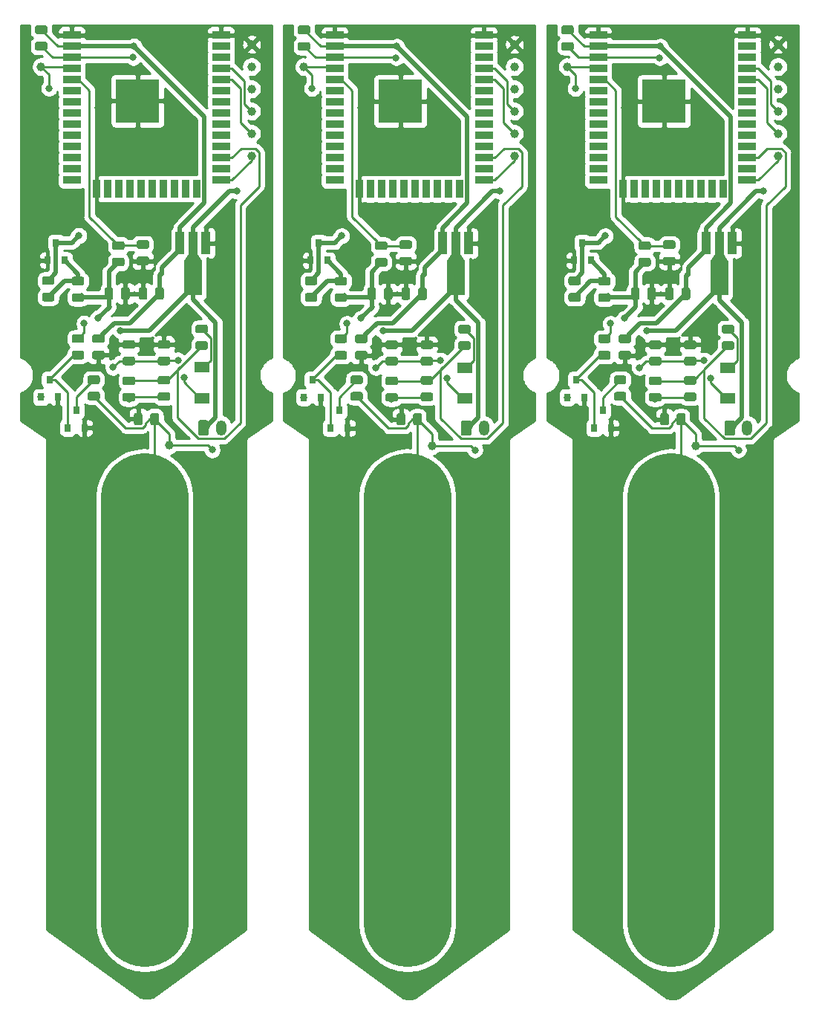
<source format=gbr>
G04 #@! TF.GenerationSoftware,KiCad,Pcbnew,(5.1.5)-3*
G04 #@! TF.CreationDate,2021-03-30T01:03:12+08:00*
G04 #@! TF.ProjectId,panelize,70616e65-6c69-47a6-952e-6b696361645f,1.1.0*
G04 #@! TF.SameCoordinates,Original*
G04 #@! TF.FileFunction,Copper,L1,Top*
G04 #@! TF.FilePolarity,Positive*
%FSLAX46Y46*%
G04 Gerber Fmt 4.6, Leading zero omitted, Abs format (unit mm)*
G04 Created by KiCad (PCBNEW (5.1.5)-3) date 2021-03-30 01:03:12*
%MOMM*%
%LPD*%
G04 APERTURE LIST*
%ADD10C,0.100000*%
%ADD11C,1.000000*%
%ADD12R,0.800000X0.900000*%
%ADD13R,1.700000X1.300000*%
%ADD14O,1.200000X1.750000*%
%ADD15R,1.000000X2.500000*%
%ADD16R,2.000000X4.000000*%
%ADD17R,5.000000X5.000000*%
%ADD18R,2.000000X0.900000*%
%ADD19R,0.900000X2.000000*%
%ADD20C,0.800000*%
%ADD21C,0.250000*%
%ADD22C,0.500000*%
%ADD23C,10.000000*%
%ADD24C,0.254000*%
G04 APERTURE END LIST*
G04 #@! TA.AperFunction,SMDPad,CuDef*
D10*
G36*
X142210142Y-41968674D02*
G01*
X142233803Y-41972184D01*
X142257007Y-41977996D01*
X142279529Y-41986054D01*
X142301153Y-41996282D01*
X142321670Y-42008579D01*
X142340883Y-42022829D01*
X142358607Y-42038893D01*
X142374671Y-42056617D01*
X142388921Y-42075830D01*
X142401218Y-42096347D01*
X142411446Y-42117971D01*
X142419504Y-42140493D01*
X142425316Y-42163697D01*
X142428826Y-42187358D01*
X142430000Y-42211250D01*
X142430000Y-42698750D01*
X142428826Y-42722642D01*
X142425316Y-42746303D01*
X142419504Y-42769507D01*
X142411446Y-42792029D01*
X142401218Y-42813653D01*
X142388921Y-42834170D01*
X142374671Y-42853383D01*
X142358607Y-42871107D01*
X142340883Y-42887171D01*
X142321670Y-42901421D01*
X142301153Y-42913718D01*
X142279529Y-42923946D01*
X142257007Y-42932004D01*
X142233803Y-42937816D01*
X142210142Y-42941326D01*
X142186250Y-42942500D01*
X141273750Y-42942500D01*
X141249858Y-42941326D01*
X141226197Y-42937816D01*
X141202993Y-42932004D01*
X141180471Y-42923946D01*
X141158847Y-42913718D01*
X141138330Y-42901421D01*
X141119117Y-42887171D01*
X141101393Y-42871107D01*
X141085329Y-42853383D01*
X141071079Y-42834170D01*
X141058782Y-42813653D01*
X141048554Y-42792029D01*
X141040496Y-42769507D01*
X141034684Y-42746303D01*
X141031174Y-42722642D01*
X141030000Y-42698750D01*
X141030000Y-42211250D01*
X141031174Y-42187358D01*
X141034684Y-42163697D01*
X141040496Y-42140493D01*
X141048554Y-42117971D01*
X141058782Y-42096347D01*
X141071079Y-42075830D01*
X141085329Y-42056617D01*
X141101393Y-42038893D01*
X141119117Y-42022829D01*
X141138330Y-42008579D01*
X141158847Y-41996282D01*
X141180471Y-41986054D01*
X141202993Y-41977996D01*
X141226197Y-41972184D01*
X141249858Y-41968674D01*
X141273750Y-41967500D01*
X142186250Y-41967500D01*
X142210142Y-41968674D01*
G37*
G04 #@! TD.AperFunction*
G04 #@! TA.AperFunction,SMDPad,CuDef*
G36*
X142210142Y-40093674D02*
G01*
X142233803Y-40097184D01*
X142257007Y-40102996D01*
X142279529Y-40111054D01*
X142301153Y-40121282D01*
X142321670Y-40133579D01*
X142340883Y-40147829D01*
X142358607Y-40163893D01*
X142374671Y-40181617D01*
X142388921Y-40200830D01*
X142401218Y-40221347D01*
X142411446Y-40242971D01*
X142419504Y-40265493D01*
X142425316Y-40288697D01*
X142428826Y-40312358D01*
X142430000Y-40336250D01*
X142430000Y-40823750D01*
X142428826Y-40847642D01*
X142425316Y-40871303D01*
X142419504Y-40894507D01*
X142411446Y-40917029D01*
X142401218Y-40938653D01*
X142388921Y-40959170D01*
X142374671Y-40978383D01*
X142358607Y-40996107D01*
X142340883Y-41012171D01*
X142321670Y-41026421D01*
X142301153Y-41038718D01*
X142279529Y-41048946D01*
X142257007Y-41057004D01*
X142233803Y-41062816D01*
X142210142Y-41066326D01*
X142186250Y-41067500D01*
X141273750Y-41067500D01*
X141249858Y-41066326D01*
X141226197Y-41062816D01*
X141202993Y-41057004D01*
X141180471Y-41048946D01*
X141158847Y-41038718D01*
X141138330Y-41026421D01*
X141119117Y-41012171D01*
X141101393Y-40996107D01*
X141085329Y-40978383D01*
X141071079Y-40959170D01*
X141058782Y-40938653D01*
X141048554Y-40917029D01*
X141040496Y-40894507D01*
X141034684Y-40871303D01*
X141031174Y-40847642D01*
X141030000Y-40823750D01*
X141030000Y-40336250D01*
X141031174Y-40312358D01*
X141034684Y-40288697D01*
X141040496Y-40265493D01*
X141048554Y-40242971D01*
X141058782Y-40221347D01*
X141071079Y-40200830D01*
X141085329Y-40181617D01*
X141101393Y-40163893D01*
X141119117Y-40147829D01*
X141138330Y-40133579D01*
X141158847Y-40121282D01*
X141180471Y-40111054D01*
X141202993Y-40102996D01*
X141226197Y-40097184D01*
X141249858Y-40093674D01*
X141273750Y-40092500D01*
X142186250Y-40092500D01*
X142210142Y-40093674D01*
G37*
G04 #@! TD.AperFunction*
G04 #@! TA.AperFunction,SMDPad,CuDef*
G36*
X139410142Y-40218674D02*
G01*
X139433803Y-40222184D01*
X139457007Y-40227996D01*
X139479529Y-40236054D01*
X139501153Y-40246282D01*
X139521670Y-40258579D01*
X139540883Y-40272829D01*
X139558607Y-40288893D01*
X139574671Y-40306617D01*
X139588921Y-40325830D01*
X139601218Y-40346347D01*
X139611446Y-40367971D01*
X139619504Y-40390493D01*
X139625316Y-40413697D01*
X139628826Y-40437358D01*
X139630000Y-40461250D01*
X139630000Y-40948750D01*
X139628826Y-40972642D01*
X139625316Y-40996303D01*
X139619504Y-41019507D01*
X139611446Y-41042029D01*
X139601218Y-41063653D01*
X139588921Y-41084170D01*
X139574671Y-41103383D01*
X139558607Y-41121107D01*
X139540883Y-41137171D01*
X139521670Y-41151421D01*
X139501153Y-41163718D01*
X139479529Y-41173946D01*
X139457007Y-41182004D01*
X139433803Y-41187816D01*
X139410142Y-41191326D01*
X139386250Y-41192500D01*
X138473750Y-41192500D01*
X138449858Y-41191326D01*
X138426197Y-41187816D01*
X138402993Y-41182004D01*
X138380471Y-41173946D01*
X138358847Y-41163718D01*
X138338330Y-41151421D01*
X138319117Y-41137171D01*
X138301393Y-41121107D01*
X138285329Y-41103383D01*
X138271079Y-41084170D01*
X138258782Y-41063653D01*
X138248554Y-41042029D01*
X138240496Y-41019507D01*
X138234684Y-40996303D01*
X138231174Y-40972642D01*
X138230000Y-40948750D01*
X138230000Y-40461250D01*
X138231174Y-40437358D01*
X138234684Y-40413697D01*
X138240496Y-40390493D01*
X138248554Y-40367971D01*
X138258782Y-40346347D01*
X138271079Y-40325830D01*
X138285329Y-40306617D01*
X138301393Y-40288893D01*
X138319117Y-40272829D01*
X138338330Y-40258579D01*
X138358847Y-40246282D01*
X138380471Y-40236054D01*
X138402993Y-40227996D01*
X138426197Y-40222184D01*
X138449858Y-40218674D01*
X138473750Y-40217500D01*
X139386250Y-40217500D01*
X139410142Y-40218674D01*
G37*
G04 #@! TD.AperFunction*
G04 #@! TA.AperFunction,SMDPad,CuDef*
G36*
X139410142Y-42093674D02*
G01*
X139433803Y-42097184D01*
X139457007Y-42102996D01*
X139479529Y-42111054D01*
X139501153Y-42121282D01*
X139521670Y-42133579D01*
X139540883Y-42147829D01*
X139558607Y-42163893D01*
X139574671Y-42181617D01*
X139588921Y-42200830D01*
X139601218Y-42221347D01*
X139611446Y-42242971D01*
X139619504Y-42265493D01*
X139625316Y-42288697D01*
X139628826Y-42312358D01*
X139630000Y-42336250D01*
X139630000Y-42823750D01*
X139628826Y-42847642D01*
X139625316Y-42871303D01*
X139619504Y-42894507D01*
X139611446Y-42917029D01*
X139601218Y-42938653D01*
X139588921Y-42959170D01*
X139574671Y-42978383D01*
X139558607Y-42996107D01*
X139540883Y-43012171D01*
X139521670Y-43026421D01*
X139501153Y-43038718D01*
X139479529Y-43048946D01*
X139457007Y-43057004D01*
X139433803Y-43062816D01*
X139410142Y-43066326D01*
X139386250Y-43067500D01*
X138473750Y-43067500D01*
X138449858Y-43066326D01*
X138426197Y-43062816D01*
X138402993Y-43057004D01*
X138380471Y-43048946D01*
X138358847Y-43038718D01*
X138338330Y-43026421D01*
X138319117Y-43012171D01*
X138301393Y-42996107D01*
X138285329Y-42978383D01*
X138271079Y-42959170D01*
X138258782Y-42938653D01*
X138248554Y-42917029D01*
X138240496Y-42894507D01*
X138234684Y-42871303D01*
X138231174Y-42847642D01*
X138230000Y-42823750D01*
X138230000Y-42336250D01*
X138231174Y-42312358D01*
X138234684Y-42288697D01*
X138240496Y-42265493D01*
X138248554Y-42242971D01*
X138258782Y-42221347D01*
X138271079Y-42200830D01*
X138285329Y-42181617D01*
X138301393Y-42163893D01*
X138319117Y-42147829D01*
X138338330Y-42133579D01*
X138358847Y-42121282D01*
X138380471Y-42111054D01*
X138402993Y-42102996D01*
X138426197Y-42097184D01*
X138449858Y-42093674D01*
X138473750Y-42092500D01*
X139386250Y-42092500D01*
X139410142Y-42093674D01*
G37*
G04 #@! TD.AperFunction*
D11*
X154130000Y-17780000D03*
X154130000Y-20320000D03*
D12*
X134130000Y-59480000D03*
X135080000Y-61480000D03*
X133180000Y-61480000D03*
X131080000Y-55980000D03*
X132030000Y-57980000D03*
X130130000Y-57980000D03*
G04 #@! TA.AperFunction,SMDPad,CuDef*
D10*
G36*
X143335142Y-59781174D02*
G01*
X143358803Y-59784684D01*
X143382007Y-59790496D01*
X143404529Y-59798554D01*
X143426153Y-59808782D01*
X143446670Y-59821079D01*
X143465883Y-59835329D01*
X143483607Y-59851393D01*
X143499671Y-59869117D01*
X143513921Y-59888330D01*
X143526218Y-59908847D01*
X143536446Y-59930471D01*
X143544504Y-59952993D01*
X143550316Y-59976197D01*
X143553826Y-59999858D01*
X143555000Y-60023750D01*
X143555000Y-60936250D01*
X143553826Y-60960142D01*
X143550316Y-60983803D01*
X143544504Y-61007007D01*
X143536446Y-61029529D01*
X143526218Y-61051153D01*
X143513921Y-61071670D01*
X143499671Y-61090883D01*
X143483607Y-61108607D01*
X143465883Y-61124671D01*
X143446670Y-61138921D01*
X143426153Y-61151218D01*
X143404529Y-61161446D01*
X143382007Y-61169504D01*
X143358803Y-61175316D01*
X143335142Y-61178826D01*
X143311250Y-61180000D01*
X142823750Y-61180000D01*
X142799858Y-61178826D01*
X142776197Y-61175316D01*
X142752993Y-61169504D01*
X142730471Y-61161446D01*
X142708847Y-61151218D01*
X142688330Y-61138921D01*
X142669117Y-61124671D01*
X142651393Y-61108607D01*
X142635329Y-61090883D01*
X142621079Y-61071670D01*
X142608782Y-61051153D01*
X142598554Y-61029529D01*
X142590496Y-61007007D01*
X142584684Y-60983803D01*
X142581174Y-60960142D01*
X142580000Y-60936250D01*
X142580000Y-60023750D01*
X142581174Y-59999858D01*
X142584684Y-59976197D01*
X142590496Y-59952993D01*
X142598554Y-59930471D01*
X142608782Y-59908847D01*
X142621079Y-59888330D01*
X142635329Y-59869117D01*
X142651393Y-59851393D01*
X142669117Y-59835329D01*
X142688330Y-59821079D01*
X142708847Y-59808782D01*
X142730471Y-59798554D01*
X142752993Y-59790496D01*
X142776197Y-59784684D01*
X142799858Y-59781174D01*
X142823750Y-59780000D01*
X143311250Y-59780000D01*
X143335142Y-59781174D01*
G37*
G04 #@! TD.AperFunction*
G04 #@! TA.AperFunction,SMDPad,CuDef*
G36*
X141460142Y-59781174D02*
G01*
X141483803Y-59784684D01*
X141507007Y-59790496D01*
X141529529Y-59798554D01*
X141551153Y-59808782D01*
X141571670Y-59821079D01*
X141590883Y-59835329D01*
X141608607Y-59851393D01*
X141624671Y-59869117D01*
X141638921Y-59888330D01*
X141651218Y-59908847D01*
X141661446Y-59930471D01*
X141669504Y-59952993D01*
X141675316Y-59976197D01*
X141678826Y-59999858D01*
X141680000Y-60023750D01*
X141680000Y-60936250D01*
X141678826Y-60960142D01*
X141675316Y-60983803D01*
X141669504Y-61007007D01*
X141661446Y-61029529D01*
X141651218Y-61051153D01*
X141638921Y-61071670D01*
X141624671Y-61090883D01*
X141608607Y-61108607D01*
X141590883Y-61124671D01*
X141571670Y-61138921D01*
X141551153Y-61151218D01*
X141529529Y-61161446D01*
X141507007Y-61169504D01*
X141483803Y-61175316D01*
X141460142Y-61178826D01*
X141436250Y-61180000D01*
X140948750Y-61180000D01*
X140924858Y-61178826D01*
X140901197Y-61175316D01*
X140877993Y-61169504D01*
X140855471Y-61161446D01*
X140833847Y-61151218D01*
X140813330Y-61138921D01*
X140794117Y-61124671D01*
X140776393Y-61108607D01*
X140760329Y-61090883D01*
X140746079Y-61071670D01*
X140733782Y-61051153D01*
X140723554Y-61029529D01*
X140715496Y-61007007D01*
X140709684Y-60983803D01*
X140706174Y-60960142D01*
X140705000Y-60936250D01*
X140705000Y-60023750D01*
X140706174Y-59999858D01*
X140709684Y-59976197D01*
X140715496Y-59952993D01*
X140723554Y-59930471D01*
X140733782Y-59908847D01*
X140746079Y-59888330D01*
X140760329Y-59869117D01*
X140776393Y-59851393D01*
X140794117Y-59835329D01*
X140813330Y-59821079D01*
X140833847Y-59808782D01*
X140855471Y-59798554D01*
X140877993Y-59790496D01*
X140901197Y-59784684D01*
X140924858Y-59781174D01*
X140948750Y-59780000D01*
X141436250Y-59780000D01*
X141460142Y-59781174D01*
G37*
G04 #@! TD.AperFunction*
G04 #@! TA.AperFunction,SMDPad,CuDef*
G36*
X144610142Y-51493674D02*
G01*
X144633803Y-51497184D01*
X144657007Y-51502996D01*
X144679529Y-51511054D01*
X144701153Y-51521282D01*
X144721670Y-51533579D01*
X144740883Y-51547829D01*
X144758607Y-51563893D01*
X144774671Y-51581617D01*
X144788921Y-51600830D01*
X144801218Y-51621347D01*
X144811446Y-51642971D01*
X144819504Y-51665493D01*
X144825316Y-51688697D01*
X144828826Y-51712358D01*
X144830000Y-51736250D01*
X144830000Y-52223750D01*
X144828826Y-52247642D01*
X144825316Y-52271303D01*
X144819504Y-52294507D01*
X144811446Y-52317029D01*
X144801218Y-52338653D01*
X144788921Y-52359170D01*
X144774671Y-52378383D01*
X144758607Y-52396107D01*
X144740883Y-52412171D01*
X144721670Y-52426421D01*
X144701153Y-52438718D01*
X144679529Y-52448946D01*
X144657007Y-52457004D01*
X144633803Y-52462816D01*
X144610142Y-52466326D01*
X144586250Y-52467500D01*
X143673750Y-52467500D01*
X143649858Y-52466326D01*
X143626197Y-52462816D01*
X143602993Y-52457004D01*
X143580471Y-52448946D01*
X143558847Y-52438718D01*
X143538330Y-52426421D01*
X143519117Y-52412171D01*
X143501393Y-52396107D01*
X143485329Y-52378383D01*
X143471079Y-52359170D01*
X143458782Y-52338653D01*
X143448554Y-52317029D01*
X143440496Y-52294507D01*
X143434684Y-52271303D01*
X143431174Y-52247642D01*
X143430000Y-52223750D01*
X143430000Y-51736250D01*
X143431174Y-51712358D01*
X143434684Y-51688697D01*
X143440496Y-51665493D01*
X143448554Y-51642971D01*
X143458782Y-51621347D01*
X143471079Y-51600830D01*
X143485329Y-51581617D01*
X143501393Y-51563893D01*
X143519117Y-51547829D01*
X143538330Y-51533579D01*
X143558847Y-51521282D01*
X143580471Y-51511054D01*
X143602993Y-51502996D01*
X143626197Y-51497184D01*
X143649858Y-51493674D01*
X143673750Y-51492500D01*
X144586250Y-51492500D01*
X144610142Y-51493674D01*
G37*
G04 #@! TD.AperFunction*
G04 #@! TA.AperFunction,SMDPad,CuDef*
G36*
X144610142Y-53368674D02*
G01*
X144633803Y-53372184D01*
X144657007Y-53377996D01*
X144679529Y-53386054D01*
X144701153Y-53396282D01*
X144721670Y-53408579D01*
X144740883Y-53422829D01*
X144758607Y-53438893D01*
X144774671Y-53456617D01*
X144788921Y-53475830D01*
X144801218Y-53496347D01*
X144811446Y-53517971D01*
X144819504Y-53540493D01*
X144825316Y-53563697D01*
X144828826Y-53587358D01*
X144830000Y-53611250D01*
X144830000Y-54098750D01*
X144828826Y-54122642D01*
X144825316Y-54146303D01*
X144819504Y-54169507D01*
X144811446Y-54192029D01*
X144801218Y-54213653D01*
X144788921Y-54234170D01*
X144774671Y-54253383D01*
X144758607Y-54271107D01*
X144740883Y-54287171D01*
X144721670Y-54301421D01*
X144701153Y-54313718D01*
X144679529Y-54323946D01*
X144657007Y-54332004D01*
X144633803Y-54337816D01*
X144610142Y-54341326D01*
X144586250Y-54342500D01*
X143673750Y-54342500D01*
X143649858Y-54341326D01*
X143626197Y-54337816D01*
X143602993Y-54332004D01*
X143580471Y-54323946D01*
X143558847Y-54313718D01*
X143538330Y-54301421D01*
X143519117Y-54287171D01*
X143501393Y-54271107D01*
X143485329Y-54253383D01*
X143471079Y-54234170D01*
X143458782Y-54213653D01*
X143448554Y-54192029D01*
X143440496Y-54169507D01*
X143434684Y-54146303D01*
X143431174Y-54122642D01*
X143430000Y-54098750D01*
X143430000Y-53611250D01*
X143431174Y-53587358D01*
X143434684Y-53563697D01*
X143440496Y-53540493D01*
X143448554Y-53517971D01*
X143458782Y-53496347D01*
X143471079Y-53475830D01*
X143485329Y-53456617D01*
X143501393Y-53438893D01*
X143519117Y-53422829D01*
X143538330Y-53408579D01*
X143558847Y-53396282D01*
X143580471Y-53386054D01*
X143602993Y-53377996D01*
X143626197Y-53372184D01*
X143649858Y-53368674D01*
X143673750Y-53367500D01*
X144586250Y-53367500D01*
X144610142Y-53368674D01*
G37*
G04 #@! TD.AperFunction*
G04 #@! TA.AperFunction,SMDPad,CuDef*
G36*
X137147642Y-50818674D02*
G01*
X137171303Y-50822184D01*
X137194507Y-50827996D01*
X137217029Y-50836054D01*
X137238653Y-50846282D01*
X137259170Y-50858579D01*
X137278383Y-50872829D01*
X137296107Y-50888893D01*
X137312171Y-50906617D01*
X137326421Y-50925830D01*
X137338718Y-50946347D01*
X137348946Y-50967971D01*
X137357004Y-50990493D01*
X137362816Y-51013697D01*
X137366326Y-51037358D01*
X137367500Y-51061250D01*
X137367500Y-51548750D01*
X137366326Y-51572642D01*
X137362816Y-51596303D01*
X137357004Y-51619507D01*
X137348946Y-51642029D01*
X137338718Y-51663653D01*
X137326421Y-51684170D01*
X137312171Y-51703383D01*
X137296107Y-51721107D01*
X137278383Y-51737171D01*
X137259170Y-51751421D01*
X137238653Y-51763718D01*
X137217029Y-51773946D01*
X137194507Y-51782004D01*
X137171303Y-51787816D01*
X137147642Y-51791326D01*
X137123750Y-51792500D01*
X136211250Y-51792500D01*
X136187358Y-51791326D01*
X136163697Y-51787816D01*
X136140493Y-51782004D01*
X136117971Y-51773946D01*
X136096347Y-51763718D01*
X136075830Y-51751421D01*
X136056617Y-51737171D01*
X136038893Y-51721107D01*
X136022829Y-51703383D01*
X136008579Y-51684170D01*
X135996282Y-51663653D01*
X135986054Y-51642029D01*
X135977996Y-51619507D01*
X135972184Y-51596303D01*
X135968674Y-51572642D01*
X135967500Y-51548750D01*
X135967500Y-51061250D01*
X135968674Y-51037358D01*
X135972184Y-51013697D01*
X135977996Y-50990493D01*
X135986054Y-50967971D01*
X135996282Y-50946347D01*
X136008579Y-50925830D01*
X136022829Y-50906617D01*
X136038893Y-50888893D01*
X136056617Y-50872829D01*
X136075830Y-50858579D01*
X136096347Y-50846282D01*
X136117971Y-50836054D01*
X136140493Y-50827996D01*
X136163697Y-50822184D01*
X136187358Y-50818674D01*
X136211250Y-50817500D01*
X137123750Y-50817500D01*
X137147642Y-50818674D01*
G37*
G04 #@! TD.AperFunction*
G04 #@! TA.AperFunction,SMDPad,CuDef*
G36*
X137147642Y-52693674D02*
G01*
X137171303Y-52697184D01*
X137194507Y-52702996D01*
X137217029Y-52711054D01*
X137238653Y-52721282D01*
X137259170Y-52733579D01*
X137278383Y-52747829D01*
X137296107Y-52763893D01*
X137312171Y-52781617D01*
X137326421Y-52800830D01*
X137338718Y-52821347D01*
X137348946Y-52842971D01*
X137357004Y-52865493D01*
X137362816Y-52888697D01*
X137366326Y-52912358D01*
X137367500Y-52936250D01*
X137367500Y-53423750D01*
X137366326Y-53447642D01*
X137362816Y-53471303D01*
X137357004Y-53494507D01*
X137348946Y-53517029D01*
X137338718Y-53538653D01*
X137326421Y-53559170D01*
X137312171Y-53578383D01*
X137296107Y-53596107D01*
X137278383Y-53612171D01*
X137259170Y-53626421D01*
X137238653Y-53638718D01*
X137217029Y-53648946D01*
X137194507Y-53657004D01*
X137171303Y-53662816D01*
X137147642Y-53666326D01*
X137123750Y-53667500D01*
X136211250Y-53667500D01*
X136187358Y-53666326D01*
X136163697Y-53662816D01*
X136140493Y-53657004D01*
X136117971Y-53648946D01*
X136096347Y-53638718D01*
X136075830Y-53626421D01*
X136056617Y-53612171D01*
X136038893Y-53596107D01*
X136022829Y-53578383D01*
X136008579Y-53559170D01*
X135996282Y-53538653D01*
X135986054Y-53517029D01*
X135977996Y-53494507D01*
X135972184Y-53471303D01*
X135968674Y-53447642D01*
X135967500Y-53423750D01*
X135967500Y-52936250D01*
X135968674Y-52912358D01*
X135972184Y-52888697D01*
X135977996Y-52865493D01*
X135986054Y-52842971D01*
X135996282Y-52821347D01*
X136008579Y-52800830D01*
X136022829Y-52781617D01*
X136038893Y-52763893D01*
X136056617Y-52747829D01*
X136075830Y-52733579D01*
X136096347Y-52721282D01*
X136117971Y-52711054D01*
X136140493Y-52702996D01*
X136163697Y-52697184D01*
X136187358Y-52693674D01*
X136211250Y-52692500D01*
X137123750Y-52692500D01*
X137147642Y-52693674D01*
G37*
G04 #@! TD.AperFunction*
G04 #@! TA.AperFunction,SMDPad,CuDef*
G36*
X138122642Y-45481174D02*
G01*
X138146303Y-45484684D01*
X138169507Y-45490496D01*
X138192029Y-45498554D01*
X138213653Y-45508782D01*
X138234170Y-45521079D01*
X138253383Y-45535329D01*
X138271107Y-45551393D01*
X138287171Y-45569117D01*
X138301421Y-45588330D01*
X138313718Y-45608847D01*
X138323946Y-45630471D01*
X138332004Y-45652993D01*
X138337816Y-45676197D01*
X138341326Y-45699858D01*
X138342500Y-45723750D01*
X138342500Y-46636250D01*
X138341326Y-46660142D01*
X138337816Y-46683803D01*
X138332004Y-46707007D01*
X138323946Y-46729529D01*
X138313718Y-46751153D01*
X138301421Y-46771670D01*
X138287171Y-46790883D01*
X138271107Y-46808607D01*
X138253383Y-46824671D01*
X138234170Y-46838921D01*
X138213653Y-46851218D01*
X138192029Y-46861446D01*
X138169507Y-46869504D01*
X138146303Y-46875316D01*
X138122642Y-46878826D01*
X138098750Y-46880000D01*
X137611250Y-46880000D01*
X137587358Y-46878826D01*
X137563697Y-46875316D01*
X137540493Y-46869504D01*
X137517971Y-46861446D01*
X137496347Y-46851218D01*
X137475830Y-46838921D01*
X137456617Y-46824671D01*
X137438893Y-46808607D01*
X137422829Y-46790883D01*
X137408579Y-46771670D01*
X137396282Y-46751153D01*
X137386054Y-46729529D01*
X137377996Y-46707007D01*
X137372184Y-46683803D01*
X137368674Y-46660142D01*
X137367500Y-46636250D01*
X137367500Y-45723750D01*
X137368674Y-45699858D01*
X137372184Y-45676197D01*
X137377996Y-45652993D01*
X137386054Y-45630471D01*
X137396282Y-45608847D01*
X137408579Y-45588330D01*
X137422829Y-45569117D01*
X137438893Y-45551393D01*
X137456617Y-45535329D01*
X137475830Y-45521079D01*
X137496347Y-45508782D01*
X137517971Y-45498554D01*
X137540493Y-45490496D01*
X137563697Y-45484684D01*
X137587358Y-45481174D01*
X137611250Y-45480000D01*
X138098750Y-45480000D01*
X138122642Y-45481174D01*
G37*
G04 #@! TD.AperFunction*
G04 #@! TA.AperFunction,SMDPad,CuDef*
G36*
X139997642Y-45481174D02*
G01*
X140021303Y-45484684D01*
X140044507Y-45490496D01*
X140067029Y-45498554D01*
X140088653Y-45508782D01*
X140109170Y-45521079D01*
X140128383Y-45535329D01*
X140146107Y-45551393D01*
X140162171Y-45569117D01*
X140176421Y-45588330D01*
X140188718Y-45608847D01*
X140198946Y-45630471D01*
X140207004Y-45652993D01*
X140212816Y-45676197D01*
X140216326Y-45699858D01*
X140217500Y-45723750D01*
X140217500Y-46636250D01*
X140216326Y-46660142D01*
X140212816Y-46683803D01*
X140207004Y-46707007D01*
X140198946Y-46729529D01*
X140188718Y-46751153D01*
X140176421Y-46771670D01*
X140162171Y-46790883D01*
X140146107Y-46808607D01*
X140128383Y-46824671D01*
X140109170Y-46838921D01*
X140088653Y-46851218D01*
X140067029Y-46861446D01*
X140044507Y-46869504D01*
X140021303Y-46875316D01*
X139997642Y-46878826D01*
X139973750Y-46880000D01*
X139486250Y-46880000D01*
X139462358Y-46878826D01*
X139438697Y-46875316D01*
X139415493Y-46869504D01*
X139392971Y-46861446D01*
X139371347Y-46851218D01*
X139350830Y-46838921D01*
X139331617Y-46824671D01*
X139313893Y-46808607D01*
X139297829Y-46790883D01*
X139283579Y-46771670D01*
X139271282Y-46751153D01*
X139261054Y-46729529D01*
X139252996Y-46707007D01*
X139247184Y-46683803D01*
X139243674Y-46660142D01*
X139242500Y-46636250D01*
X139242500Y-45723750D01*
X139243674Y-45699858D01*
X139247184Y-45676197D01*
X139252996Y-45652993D01*
X139261054Y-45630471D01*
X139271282Y-45608847D01*
X139283579Y-45588330D01*
X139297829Y-45569117D01*
X139313893Y-45551393D01*
X139331617Y-45535329D01*
X139350830Y-45521079D01*
X139371347Y-45508782D01*
X139392971Y-45498554D01*
X139415493Y-45490496D01*
X139438697Y-45484684D01*
X139462358Y-45481174D01*
X139486250Y-45480000D01*
X139973750Y-45480000D01*
X139997642Y-45481174D01*
G37*
G04 #@! TD.AperFunction*
G04 #@! TA.AperFunction,SMDPad,CuDef*
G36*
X142022642Y-45481174D02*
G01*
X142046303Y-45484684D01*
X142069507Y-45490496D01*
X142092029Y-45498554D01*
X142113653Y-45508782D01*
X142134170Y-45521079D01*
X142153383Y-45535329D01*
X142171107Y-45551393D01*
X142187171Y-45569117D01*
X142201421Y-45588330D01*
X142213718Y-45608847D01*
X142223946Y-45630471D01*
X142232004Y-45652993D01*
X142237816Y-45676197D01*
X142241326Y-45699858D01*
X142242500Y-45723750D01*
X142242500Y-46636250D01*
X142241326Y-46660142D01*
X142237816Y-46683803D01*
X142232004Y-46707007D01*
X142223946Y-46729529D01*
X142213718Y-46751153D01*
X142201421Y-46771670D01*
X142187171Y-46790883D01*
X142171107Y-46808607D01*
X142153383Y-46824671D01*
X142134170Y-46838921D01*
X142113653Y-46851218D01*
X142092029Y-46861446D01*
X142069507Y-46869504D01*
X142046303Y-46875316D01*
X142022642Y-46878826D01*
X141998750Y-46880000D01*
X141511250Y-46880000D01*
X141487358Y-46878826D01*
X141463697Y-46875316D01*
X141440493Y-46869504D01*
X141417971Y-46861446D01*
X141396347Y-46851218D01*
X141375830Y-46838921D01*
X141356617Y-46824671D01*
X141338893Y-46808607D01*
X141322829Y-46790883D01*
X141308579Y-46771670D01*
X141296282Y-46751153D01*
X141286054Y-46729529D01*
X141277996Y-46707007D01*
X141272184Y-46683803D01*
X141268674Y-46660142D01*
X141267500Y-46636250D01*
X141267500Y-45723750D01*
X141268674Y-45699858D01*
X141272184Y-45676197D01*
X141277996Y-45652993D01*
X141286054Y-45630471D01*
X141296282Y-45608847D01*
X141308579Y-45588330D01*
X141322829Y-45569117D01*
X141338893Y-45551393D01*
X141356617Y-45535329D01*
X141375830Y-45521079D01*
X141396347Y-45508782D01*
X141417971Y-45498554D01*
X141440493Y-45490496D01*
X141463697Y-45484684D01*
X141487358Y-45481174D01*
X141511250Y-45480000D01*
X141998750Y-45480000D01*
X142022642Y-45481174D01*
G37*
G04 #@! TD.AperFunction*
G04 #@! TA.AperFunction,SMDPad,CuDef*
G36*
X143897642Y-45481174D02*
G01*
X143921303Y-45484684D01*
X143944507Y-45490496D01*
X143967029Y-45498554D01*
X143988653Y-45508782D01*
X144009170Y-45521079D01*
X144028383Y-45535329D01*
X144046107Y-45551393D01*
X144062171Y-45569117D01*
X144076421Y-45588330D01*
X144088718Y-45608847D01*
X144098946Y-45630471D01*
X144107004Y-45652993D01*
X144112816Y-45676197D01*
X144116326Y-45699858D01*
X144117500Y-45723750D01*
X144117500Y-46636250D01*
X144116326Y-46660142D01*
X144112816Y-46683803D01*
X144107004Y-46707007D01*
X144098946Y-46729529D01*
X144088718Y-46751153D01*
X144076421Y-46771670D01*
X144062171Y-46790883D01*
X144046107Y-46808607D01*
X144028383Y-46824671D01*
X144009170Y-46838921D01*
X143988653Y-46851218D01*
X143967029Y-46861446D01*
X143944507Y-46869504D01*
X143921303Y-46875316D01*
X143897642Y-46878826D01*
X143873750Y-46880000D01*
X143386250Y-46880000D01*
X143362358Y-46878826D01*
X143338697Y-46875316D01*
X143315493Y-46869504D01*
X143292971Y-46861446D01*
X143271347Y-46851218D01*
X143250830Y-46838921D01*
X143231617Y-46824671D01*
X143213893Y-46808607D01*
X143197829Y-46790883D01*
X143183579Y-46771670D01*
X143171282Y-46751153D01*
X143161054Y-46729529D01*
X143152996Y-46707007D01*
X143147184Y-46683803D01*
X143143674Y-46660142D01*
X143142500Y-46636250D01*
X143142500Y-45723750D01*
X143143674Y-45699858D01*
X143147184Y-45676197D01*
X143152996Y-45652993D01*
X143161054Y-45630471D01*
X143171282Y-45608847D01*
X143183579Y-45588330D01*
X143197829Y-45569117D01*
X143213893Y-45551393D01*
X143231617Y-45535329D01*
X143250830Y-45521079D01*
X143271347Y-45508782D01*
X143292971Y-45498554D01*
X143315493Y-45490496D01*
X143338697Y-45484684D01*
X143362358Y-45481174D01*
X143386250Y-45480000D01*
X143873750Y-45480000D01*
X143897642Y-45481174D01*
G37*
G04 #@! TD.AperFunction*
D13*
X148430000Y-58080000D03*
X148430000Y-54580000D03*
D14*
X150630000Y-61480000D03*
G04 #@! TA.AperFunction,ComponentPad*
D10*
G36*
X149004505Y-60606204D02*
G01*
X149028773Y-60609804D01*
X149052572Y-60615765D01*
X149075671Y-60624030D01*
X149097850Y-60634520D01*
X149118893Y-60647132D01*
X149138599Y-60661747D01*
X149156777Y-60678223D01*
X149173253Y-60696401D01*
X149187868Y-60716107D01*
X149200480Y-60737150D01*
X149210970Y-60759329D01*
X149219235Y-60782428D01*
X149225196Y-60806227D01*
X149228796Y-60830495D01*
X149230000Y-60854999D01*
X149230000Y-62105001D01*
X149228796Y-62129505D01*
X149225196Y-62153773D01*
X149219235Y-62177572D01*
X149210970Y-62200671D01*
X149200480Y-62222850D01*
X149187868Y-62243893D01*
X149173253Y-62263599D01*
X149156777Y-62281777D01*
X149138599Y-62298253D01*
X149118893Y-62312868D01*
X149097850Y-62325480D01*
X149075671Y-62335970D01*
X149052572Y-62344235D01*
X149028773Y-62350196D01*
X149004505Y-62353796D01*
X148980001Y-62355000D01*
X148279999Y-62355000D01*
X148255495Y-62353796D01*
X148231227Y-62350196D01*
X148207428Y-62344235D01*
X148184329Y-62335970D01*
X148162150Y-62325480D01*
X148141107Y-62312868D01*
X148121401Y-62298253D01*
X148103223Y-62281777D01*
X148086747Y-62263599D01*
X148072132Y-62243893D01*
X148059520Y-62222850D01*
X148049030Y-62200671D01*
X148040765Y-62177572D01*
X148034804Y-62153773D01*
X148031204Y-62129505D01*
X148030000Y-62105001D01*
X148030000Y-60854999D01*
X148031204Y-60830495D01*
X148034804Y-60806227D01*
X148040765Y-60782428D01*
X148049030Y-60759329D01*
X148059520Y-60737150D01*
X148072132Y-60716107D01*
X148086747Y-60696401D01*
X148103223Y-60678223D01*
X148121401Y-60661747D01*
X148141107Y-60647132D01*
X148162150Y-60634520D01*
X148184329Y-60624030D01*
X148207428Y-60615765D01*
X148231227Y-60609804D01*
X148255495Y-60606204D01*
X148279999Y-60605000D01*
X148980001Y-60605000D01*
X149004505Y-60606204D01*
G37*
G04 #@! TD.AperFunction*
D15*
X148930000Y-40420000D03*
X147430000Y-40420000D03*
X145930000Y-40420000D03*
D16*
X147430000Y-44380000D03*
G04 #@! TA.AperFunction,SMDPad,CuDef*
D10*
G36*
X146430000Y-42405000D02*
G01*
X146930000Y-41655000D01*
X147930000Y-41655000D01*
X148430000Y-42405000D01*
X146430000Y-42405000D01*
G37*
G04 #@! TD.AperFunction*
D17*
X141130000Y-24225000D03*
D18*
X133630000Y-16725000D03*
X133630000Y-17995000D03*
X133630000Y-19265000D03*
X133630000Y-20535000D03*
X133630000Y-21805000D03*
X133630000Y-23075000D03*
X133630000Y-24345000D03*
X133630000Y-25615000D03*
X133630000Y-26885000D03*
X133630000Y-28155000D03*
X133630000Y-29425000D03*
X133630000Y-30695000D03*
X133630000Y-31965000D03*
X133630000Y-33235000D03*
D19*
X136415000Y-34235000D03*
X137685000Y-34235000D03*
X138955000Y-34235000D03*
X140225000Y-34235000D03*
X141495000Y-34235000D03*
X142765000Y-34235000D03*
X144035000Y-34235000D03*
X145305000Y-34235000D03*
X146575000Y-34235000D03*
X147845000Y-34235000D03*
D18*
X150630000Y-33235000D03*
X150630000Y-31965000D03*
X150630000Y-30695000D03*
X150630000Y-29425000D03*
X150630000Y-28155000D03*
X150630000Y-26885000D03*
X150630000Y-25615000D03*
X150630000Y-24345000D03*
X150630000Y-23075000D03*
X150630000Y-21805000D03*
X150630000Y-20535000D03*
X150630000Y-19265000D03*
X150630000Y-17995000D03*
X150630000Y-16725000D03*
G04 #@! TA.AperFunction,SMDPad,CuDef*
D10*
G36*
X148910142Y-49718674D02*
G01*
X148933803Y-49722184D01*
X148957007Y-49727996D01*
X148979529Y-49736054D01*
X149001153Y-49746282D01*
X149021670Y-49758579D01*
X149040883Y-49772829D01*
X149058607Y-49788893D01*
X149074671Y-49806617D01*
X149088921Y-49825830D01*
X149101218Y-49846347D01*
X149111446Y-49867971D01*
X149119504Y-49890493D01*
X149125316Y-49913697D01*
X149128826Y-49937358D01*
X149130000Y-49961250D01*
X149130000Y-50448750D01*
X149128826Y-50472642D01*
X149125316Y-50496303D01*
X149119504Y-50519507D01*
X149111446Y-50542029D01*
X149101218Y-50563653D01*
X149088921Y-50584170D01*
X149074671Y-50603383D01*
X149058607Y-50621107D01*
X149040883Y-50637171D01*
X149021670Y-50651421D01*
X149001153Y-50663718D01*
X148979529Y-50673946D01*
X148957007Y-50682004D01*
X148933803Y-50687816D01*
X148910142Y-50691326D01*
X148886250Y-50692500D01*
X147973750Y-50692500D01*
X147949858Y-50691326D01*
X147926197Y-50687816D01*
X147902993Y-50682004D01*
X147880471Y-50673946D01*
X147858847Y-50663718D01*
X147838330Y-50651421D01*
X147819117Y-50637171D01*
X147801393Y-50621107D01*
X147785329Y-50603383D01*
X147771079Y-50584170D01*
X147758782Y-50563653D01*
X147748554Y-50542029D01*
X147740496Y-50519507D01*
X147734684Y-50496303D01*
X147731174Y-50472642D01*
X147730000Y-50448750D01*
X147730000Y-49961250D01*
X147731174Y-49937358D01*
X147734684Y-49913697D01*
X147740496Y-49890493D01*
X147748554Y-49867971D01*
X147758782Y-49846347D01*
X147771079Y-49825830D01*
X147785329Y-49806617D01*
X147801393Y-49788893D01*
X147819117Y-49772829D01*
X147838330Y-49758579D01*
X147858847Y-49746282D01*
X147880471Y-49736054D01*
X147902993Y-49727996D01*
X147926197Y-49722184D01*
X147949858Y-49718674D01*
X147973750Y-49717500D01*
X148886250Y-49717500D01*
X148910142Y-49718674D01*
G37*
G04 #@! TD.AperFunction*
G04 #@! TA.AperFunction,SMDPad,CuDef*
G36*
X148910142Y-51593674D02*
G01*
X148933803Y-51597184D01*
X148957007Y-51602996D01*
X148979529Y-51611054D01*
X149001153Y-51621282D01*
X149021670Y-51633579D01*
X149040883Y-51647829D01*
X149058607Y-51663893D01*
X149074671Y-51681617D01*
X149088921Y-51700830D01*
X149101218Y-51721347D01*
X149111446Y-51742971D01*
X149119504Y-51765493D01*
X149125316Y-51788697D01*
X149128826Y-51812358D01*
X149130000Y-51836250D01*
X149130000Y-52323750D01*
X149128826Y-52347642D01*
X149125316Y-52371303D01*
X149119504Y-52394507D01*
X149111446Y-52417029D01*
X149101218Y-52438653D01*
X149088921Y-52459170D01*
X149074671Y-52478383D01*
X149058607Y-52496107D01*
X149040883Y-52512171D01*
X149021670Y-52526421D01*
X149001153Y-52538718D01*
X148979529Y-52548946D01*
X148957007Y-52557004D01*
X148933803Y-52562816D01*
X148910142Y-52566326D01*
X148886250Y-52567500D01*
X147973750Y-52567500D01*
X147949858Y-52566326D01*
X147926197Y-52562816D01*
X147902993Y-52557004D01*
X147880471Y-52548946D01*
X147858847Y-52538718D01*
X147838330Y-52526421D01*
X147819117Y-52512171D01*
X147801393Y-52496107D01*
X147785329Y-52478383D01*
X147771079Y-52459170D01*
X147758782Y-52438653D01*
X147748554Y-52417029D01*
X147740496Y-52394507D01*
X147734684Y-52371303D01*
X147731174Y-52347642D01*
X147730000Y-52323750D01*
X147730000Y-51836250D01*
X147731174Y-51812358D01*
X147734684Y-51788697D01*
X147740496Y-51765493D01*
X147748554Y-51742971D01*
X147758782Y-51721347D01*
X147771079Y-51700830D01*
X147785329Y-51681617D01*
X147801393Y-51663893D01*
X147819117Y-51647829D01*
X147838330Y-51633579D01*
X147858847Y-51621282D01*
X147880471Y-51611054D01*
X147902993Y-51602996D01*
X147926197Y-51597184D01*
X147949858Y-51593674D01*
X147973750Y-51592500D01*
X148886250Y-51592500D01*
X148910142Y-51593674D01*
G37*
G04 #@! TD.AperFunction*
G04 #@! TA.AperFunction,SMDPad,CuDef*
G36*
X130610142Y-15618674D02*
G01*
X130633803Y-15622184D01*
X130657007Y-15627996D01*
X130679529Y-15636054D01*
X130701153Y-15646282D01*
X130721670Y-15658579D01*
X130740883Y-15672829D01*
X130758607Y-15688893D01*
X130774671Y-15706617D01*
X130788921Y-15725830D01*
X130801218Y-15746347D01*
X130811446Y-15767971D01*
X130819504Y-15790493D01*
X130825316Y-15813697D01*
X130828826Y-15837358D01*
X130830000Y-15861250D01*
X130830000Y-16348750D01*
X130828826Y-16372642D01*
X130825316Y-16396303D01*
X130819504Y-16419507D01*
X130811446Y-16442029D01*
X130801218Y-16463653D01*
X130788921Y-16484170D01*
X130774671Y-16503383D01*
X130758607Y-16521107D01*
X130740883Y-16537171D01*
X130721670Y-16551421D01*
X130701153Y-16563718D01*
X130679529Y-16573946D01*
X130657007Y-16582004D01*
X130633803Y-16587816D01*
X130610142Y-16591326D01*
X130586250Y-16592500D01*
X129673750Y-16592500D01*
X129649858Y-16591326D01*
X129626197Y-16587816D01*
X129602993Y-16582004D01*
X129580471Y-16573946D01*
X129558847Y-16563718D01*
X129538330Y-16551421D01*
X129519117Y-16537171D01*
X129501393Y-16521107D01*
X129485329Y-16503383D01*
X129471079Y-16484170D01*
X129458782Y-16463653D01*
X129448554Y-16442029D01*
X129440496Y-16419507D01*
X129434684Y-16396303D01*
X129431174Y-16372642D01*
X129430000Y-16348750D01*
X129430000Y-15861250D01*
X129431174Y-15837358D01*
X129434684Y-15813697D01*
X129440496Y-15790493D01*
X129448554Y-15767971D01*
X129458782Y-15746347D01*
X129471079Y-15725830D01*
X129485329Y-15706617D01*
X129501393Y-15688893D01*
X129519117Y-15672829D01*
X129538330Y-15658579D01*
X129558847Y-15646282D01*
X129580471Y-15636054D01*
X129602993Y-15627996D01*
X129626197Y-15622184D01*
X129649858Y-15618674D01*
X129673750Y-15617500D01*
X130586250Y-15617500D01*
X130610142Y-15618674D01*
G37*
G04 #@! TD.AperFunction*
G04 #@! TA.AperFunction,SMDPad,CuDef*
G36*
X130610142Y-17493674D02*
G01*
X130633803Y-17497184D01*
X130657007Y-17502996D01*
X130679529Y-17511054D01*
X130701153Y-17521282D01*
X130721670Y-17533579D01*
X130740883Y-17547829D01*
X130758607Y-17563893D01*
X130774671Y-17581617D01*
X130788921Y-17600830D01*
X130801218Y-17621347D01*
X130811446Y-17642971D01*
X130819504Y-17665493D01*
X130825316Y-17688697D01*
X130828826Y-17712358D01*
X130830000Y-17736250D01*
X130830000Y-18223750D01*
X130828826Y-18247642D01*
X130825316Y-18271303D01*
X130819504Y-18294507D01*
X130811446Y-18317029D01*
X130801218Y-18338653D01*
X130788921Y-18359170D01*
X130774671Y-18378383D01*
X130758607Y-18396107D01*
X130740883Y-18412171D01*
X130721670Y-18426421D01*
X130701153Y-18438718D01*
X130679529Y-18448946D01*
X130657007Y-18457004D01*
X130633803Y-18462816D01*
X130610142Y-18466326D01*
X130586250Y-18467500D01*
X129673750Y-18467500D01*
X129649858Y-18466326D01*
X129626197Y-18462816D01*
X129602993Y-18457004D01*
X129580471Y-18448946D01*
X129558847Y-18438718D01*
X129538330Y-18426421D01*
X129519117Y-18412171D01*
X129501393Y-18396107D01*
X129485329Y-18378383D01*
X129471079Y-18359170D01*
X129458782Y-18338653D01*
X129448554Y-18317029D01*
X129440496Y-18294507D01*
X129434684Y-18271303D01*
X129431174Y-18247642D01*
X129430000Y-18223750D01*
X129430000Y-17736250D01*
X129431174Y-17712358D01*
X129434684Y-17688697D01*
X129440496Y-17665493D01*
X129448554Y-17642971D01*
X129458782Y-17621347D01*
X129471079Y-17600830D01*
X129485329Y-17581617D01*
X129501393Y-17563893D01*
X129519117Y-17547829D01*
X129538330Y-17533579D01*
X129558847Y-17521282D01*
X129580471Y-17511054D01*
X129602993Y-17502996D01*
X129626197Y-17497184D01*
X129649858Y-17493674D01*
X129673750Y-17492500D01*
X130586250Y-17492500D01*
X130610142Y-17493674D01*
G37*
G04 #@! TD.AperFunction*
G04 #@! TA.AperFunction,SMDPad,CuDef*
G36*
X134810142Y-50818674D02*
G01*
X134833803Y-50822184D01*
X134857007Y-50827996D01*
X134879529Y-50836054D01*
X134901153Y-50846282D01*
X134921670Y-50858579D01*
X134940883Y-50872829D01*
X134958607Y-50888893D01*
X134974671Y-50906617D01*
X134988921Y-50925830D01*
X135001218Y-50946347D01*
X135011446Y-50967971D01*
X135019504Y-50990493D01*
X135025316Y-51013697D01*
X135028826Y-51037358D01*
X135030000Y-51061250D01*
X135030000Y-51548750D01*
X135028826Y-51572642D01*
X135025316Y-51596303D01*
X135019504Y-51619507D01*
X135011446Y-51642029D01*
X135001218Y-51663653D01*
X134988921Y-51684170D01*
X134974671Y-51703383D01*
X134958607Y-51721107D01*
X134940883Y-51737171D01*
X134921670Y-51751421D01*
X134901153Y-51763718D01*
X134879529Y-51773946D01*
X134857007Y-51782004D01*
X134833803Y-51787816D01*
X134810142Y-51791326D01*
X134786250Y-51792500D01*
X133873750Y-51792500D01*
X133849858Y-51791326D01*
X133826197Y-51787816D01*
X133802993Y-51782004D01*
X133780471Y-51773946D01*
X133758847Y-51763718D01*
X133738330Y-51751421D01*
X133719117Y-51737171D01*
X133701393Y-51721107D01*
X133685329Y-51703383D01*
X133671079Y-51684170D01*
X133658782Y-51663653D01*
X133648554Y-51642029D01*
X133640496Y-51619507D01*
X133634684Y-51596303D01*
X133631174Y-51572642D01*
X133630000Y-51548750D01*
X133630000Y-51061250D01*
X133631174Y-51037358D01*
X133634684Y-51013697D01*
X133640496Y-50990493D01*
X133648554Y-50967971D01*
X133658782Y-50946347D01*
X133671079Y-50925830D01*
X133685329Y-50906617D01*
X133701393Y-50888893D01*
X133719117Y-50872829D01*
X133738330Y-50858579D01*
X133758847Y-50846282D01*
X133780471Y-50836054D01*
X133802993Y-50827996D01*
X133826197Y-50822184D01*
X133849858Y-50818674D01*
X133873750Y-50817500D01*
X134786250Y-50817500D01*
X134810142Y-50818674D01*
G37*
G04 #@! TD.AperFunction*
G04 #@! TA.AperFunction,SMDPad,CuDef*
G36*
X134810142Y-52693674D02*
G01*
X134833803Y-52697184D01*
X134857007Y-52702996D01*
X134879529Y-52711054D01*
X134901153Y-52721282D01*
X134921670Y-52733579D01*
X134940883Y-52747829D01*
X134958607Y-52763893D01*
X134974671Y-52781617D01*
X134988921Y-52800830D01*
X135001218Y-52821347D01*
X135011446Y-52842971D01*
X135019504Y-52865493D01*
X135025316Y-52888697D01*
X135028826Y-52912358D01*
X135030000Y-52936250D01*
X135030000Y-53423750D01*
X135028826Y-53447642D01*
X135025316Y-53471303D01*
X135019504Y-53494507D01*
X135011446Y-53517029D01*
X135001218Y-53538653D01*
X134988921Y-53559170D01*
X134974671Y-53578383D01*
X134958607Y-53596107D01*
X134940883Y-53612171D01*
X134921670Y-53626421D01*
X134901153Y-53638718D01*
X134879529Y-53648946D01*
X134857007Y-53657004D01*
X134833803Y-53662816D01*
X134810142Y-53666326D01*
X134786250Y-53667500D01*
X133873750Y-53667500D01*
X133849858Y-53666326D01*
X133826197Y-53662816D01*
X133802993Y-53657004D01*
X133780471Y-53648946D01*
X133758847Y-53638718D01*
X133738330Y-53626421D01*
X133719117Y-53612171D01*
X133701393Y-53596107D01*
X133685329Y-53578383D01*
X133671079Y-53559170D01*
X133658782Y-53538653D01*
X133648554Y-53517029D01*
X133640496Y-53494507D01*
X133634684Y-53471303D01*
X133631174Y-53447642D01*
X133630000Y-53423750D01*
X133630000Y-52936250D01*
X133631174Y-52912358D01*
X133634684Y-52888697D01*
X133640496Y-52865493D01*
X133648554Y-52842971D01*
X133658782Y-52821347D01*
X133671079Y-52800830D01*
X133685329Y-52781617D01*
X133701393Y-52763893D01*
X133719117Y-52747829D01*
X133738330Y-52733579D01*
X133758847Y-52721282D01*
X133780471Y-52711054D01*
X133802993Y-52702996D01*
X133826197Y-52697184D01*
X133849858Y-52693674D01*
X133873750Y-52692500D01*
X134786250Y-52692500D01*
X134810142Y-52693674D01*
G37*
G04 #@! TD.AperFunction*
G04 #@! TA.AperFunction,SMDPad,CuDef*
G36*
X144610142Y-55556174D02*
G01*
X144633803Y-55559684D01*
X144657007Y-55565496D01*
X144679529Y-55573554D01*
X144701153Y-55583782D01*
X144721670Y-55596079D01*
X144740883Y-55610329D01*
X144758607Y-55626393D01*
X144774671Y-55644117D01*
X144788921Y-55663330D01*
X144801218Y-55683847D01*
X144811446Y-55705471D01*
X144819504Y-55727993D01*
X144825316Y-55751197D01*
X144828826Y-55774858D01*
X144830000Y-55798750D01*
X144830000Y-56286250D01*
X144828826Y-56310142D01*
X144825316Y-56333803D01*
X144819504Y-56357007D01*
X144811446Y-56379529D01*
X144801218Y-56401153D01*
X144788921Y-56421670D01*
X144774671Y-56440883D01*
X144758607Y-56458607D01*
X144740883Y-56474671D01*
X144721670Y-56488921D01*
X144701153Y-56501218D01*
X144679529Y-56511446D01*
X144657007Y-56519504D01*
X144633803Y-56525316D01*
X144610142Y-56528826D01*
X144586250Y-56530000D01*
X143673750Y-56530000D01*
X143649858Y-56528826D01*
X143626197Y-56525316D01*
X143602993Y-56519504D01*
X143580471Y-56511446D01*
X143558847Y-56501218D01*
X143538330Y-56488921D01*
X143519117Y-56474671D01*
X143501393Y-56458607D01*
X143485329Y-56440883D01*
X143471079Y-56421670D01*
X143458782Y-56401153D01*
X143448554Y-56379529D01*
X143440496Y-56357007D01*
X143434684Y-56333803D01*
X143431174Y-56310142D01*
X143430000Y-56286250D01*
X143430000Y-55798750D01*
X143431174Y-55774858D01*
X143434684Y-55751197D01*
X143440496Y-55727993D01*
X143448554Y-55705471D01*
X143458782Y-55683847D01*
X143471079Y-55663330D01*
X143485329Y-55644117D01*
X143501393Y-55626393D01*
X143519117Y-55610329D01*
X143538330Y-55596079D01*
X143558847Y-55583782D01*
X143580471Y-55573554D01*
X143602993Y-55565496D01*
X143626197Y-55559684D01*
X143649858Y-55556174D01*
X143673750Y-55555000D01*
X144586250Y-55555000D01*
X144610142Y-55556174D01*
G37*
G04 #@! TD.AperFunction*
G04 #@! TA.AperFunction,SMDPad,CuDef*
G36*
X144610142Y-57431174D02*
G01*
X144633803Y-57434684D01*
X144657007Y-57440496D01*
X144679529Y-57448554D01*
X144701153Y-57458782D01*
X144721670Y-57471079D01*
X144740883Y-57485329D01*
X144758607Y-57501393D01*
X144774671Y-57519117D01*
X144788921Y-57538330D01*
X144801218Y-57558847D01*
X144811446Y-57580471D01*
X144819504Y-57602993D01*
X144825316Y-57626197D01*
X144828826Y-57649858D01*
X144830000Y-57673750D01*
X144830000Y-58161250D01*
X144828826Y-58185142D01*
X144825316Y-58208803D01*
X144819504Y-58232007D01*
X144811446Y-58254529D01*
X144801218Y-58276153D01*
X144788921Y-58296670D01*
X144774671Y-58315883D01*
X144758607Y-58333607D01*
X144740883Y-58349671D01*
X144721670Y-58363921D01*
X144701153Y-58376218D01*
X144679529Y-58386446D01*
X144657007Y-58394504D01*
X144633803Y-58400316D01*
X144610142Y-58403826D01*
X144586250Y-58405000D01*
X143673750Y-58405000D01*
X143649858Y-58403826D01*
X143626197Y-58400316D01*
X143602993Y-58394504D01*
X143580471Y-58386446D01*
X143558847Y-58376218D01*
X143538330Y-58363921D01*
X143519117Y-58349671D01*
X143501393Y-58333607D01*
X143485329Y-58315883D01*
X143471079Y-58296670D01*
X143458782Y-58276153D01*
X143448554Y-58254529D01*
X143440496Y-58232007D01*
X143434684Y-58208803D01*
X143431174Y-58185142D01*
X143430000Y-58161250D01*
X143430000Y-57673750D01*
X143431174Y-57649858D01*
X143434684Y-57626197D01*
X143440496Y-57602993D01*
X143448554Y-57580471D01*
X143458782Y-57558847D01*
X143471079Y-57538330D01*
X143485329Y-57519117D01*
X143501393Y-57501393D01*
X143519117Y-57485329D01*
X143538330Y-57471079D01*
X143558847Y-57458782D01*
X143580471Y-57448554D01*
X143602993Y-57440496D01*
X143626197Y-57434684D01*
X143649858Y-57431174D01*
X143673750Y-57430000D01*
X144586250Y-57430000D01*
X144610142Y-57431174D01*
G37*
G04 #@! TD.AperFunction*
G04 #@! TA.AperFunction,SMDPad,CuDef*
G36*
X136610142Y-55493674D02*
G01*
X136633803Y-55497184D01*
X136657007Y-55502996D01*
X136679529Y-55511054D01*
X136701153Y-55521282D01*
X136721670Y-55533579D01*
X136740883Y-55547829D01*
X136758607Y-55563893D01*
X136774671Y-55581617D01*
X136788921Y-55600830D01*
X136801218Y-55621347D01*
X136811446Y-55642971D01*
X136819504Y-55665493D01*
X136825316Y-55688697D01*
X136828826Y-55712358D01*
X136830000Y-55736250D01*
X136830000Y-56223750D01*
X136828826Y-56247642D01*
X136825316Y-56271303D01*
X136819504Y-56294507D01*
X136811446Y-56317029D01*
X136801218Y-56338653D01*
X136788921Y-56359170D01*
X136774671Y-56378383D01*
X136758607Y-56396107D01*
X136740883Y-56412171D01*
X136721670Y-56426421D01*
X136701153Y-56438718D01*
X136679529Y-56448946D01*
X136657007Y-56457004D01*
X136633803Y-56462816D01*
X136610142Y-56466326D01*
X136586250Y-56467500D01*
X135673750Y-56467500D01*
X135649858Y-56466326D01*
X135626197Y-56462816D01*
X135602993Y-56457004D01*
X135580471Y-56448946D01*
X135558847Y-56438718D01*
X135538330Y-56426421D01*
X135519117Y-56412171D01*
X135501393Y-56396107D01*
X135485329Y-56378383D01*
X135471079Y-56359170D01*
X135458782Y-56338653D01*
X135448554Y-56317029D01*
X135440496Y-56294507D01*
X135434684Y-56271303D01*
X135431174Y-56247642D01*
X135430000Y-56223750D01*
X135430000Y-55736250D01*
X135431174Y-55712358D01*
X135434684Y-55688697D01*
X135440496Y-55665493D01*
X135448554Y-55642971D01*
X135458782Y-55621347D01*
X135471079Y-55600830D01*
X135485329Y-55581617D01*
X135501393Y-55563893D01*
X135519117Y-55547829D01*
X135538330Y-55533579D01*
X135558847Y-55521282D01*
X135580471Y-55511054D01*
X135602993Y-55502996D01*
X135626197Y-55497184D01*
X135649858Y-55493674D01*
X135673750Y-55492500D01*
X136586250Y-55492500D01*
X136610142Y-55493674D01*
G37*
G04 #@! TD.AperFunction*
G04 #@! TA.AperFunction,SMDPad,CuDef*
G36*
X136610142Y-57368674D02*
G01*
X136633803Y-57372184D01*
X136657007Y-57377996D01*
X136679529Y-57386054D01*
X136701153Y-57396282D01*
X136721670Y-57408579D01*
X136740883Y-57422829D01*
X136758607Y-57438893D01*
X136774671Y-57456617D01*
X136788921Y-57475830D01*
X136801218Y-57496347D01*
X136811446Y-57517971D01*
X136819504Y-57540493D01*
X136825316Y-57563697D01*
X136828826Y-57587358D01*
X136830000Y-57611250D01*
X136830000Y-58098750D01*
X136828826Y-58122642D01*
X136825316Y-58146303D01*
X136819504Y-58169507D01*
X136811446Y-58192029D01*
X136801218Y-58213653D01*
X136788921Y-58234170D01*
X136774671Y-58253383D01*
X136758607Y-58271107D01*
X136740883Y-58287171D01*
X136721670Y-58301421D01*
X136701153Y-58313718D01*
X136679529Y-58323946D01*
X136657007Y-58332004D01*
X136633803Y-58337816D01*
X136610142Y-58341326D01*
X136586250Y-58342500D01*
X135673750Y-58342500D01*
X135649858Y-58341326D01*
X135626197Y-58337816D01*
X135602993Y-58332004D01*
X135580471Y-58323946D01*
X135558847Y-58313718D01*
X135538330Y-58301421D01*
X135519117Y-58287171D01*
X135501393Y-58271107D01*
X135485329Y-58253383D01*
X135471079Y-58234170D01*
X135458782Y-58213653D01*
X135448554Y-58192029D01*
X135440496Y-58169507D01*
X135434684Y-58146303D01*
X135431174Y-58122642D01*
X135430000Y-58098750D01*
X135430000Y-57611250D01*
X135431174Y-57587358D01*
X135434684Y-57563697D01*
X135440496Y-57540493D01*
X135448554Y-57517971D01*
X135458782Y-57496347D01*
X135471079Y-57475830D01*
X135485329Y-57456617D01*
X135501393Y-57438893D01*
X135519117Y-57422829D01*
X135538330Y-57408579D01*
X135558847Y-57396282D01*
X135580471Y-57386054D01*
X135602993Y-57377996D01*
X135626197Y-57372184D01*
X135649858Y-57368674D01*
X135673750Y-57367500D01*
X136586250Y-57367500D01*
X136610142Y-57368674D01*
G37*
G04 #@! TD.AperFunction*
G04 #@! TA.AperFunction,SMDPad,CuDef*
G36*
X140610142Y-53368674D02*
G01*
X140633803Y-53372184D01*
X140657007Y-53377996D01*
X140679529Y-53386054D01*
X140701153Y-53396282D01*
X140721670Y-53408579D01*
X140740883Y-53422829D01*
X140758607Y-53438893D01*
X140774671Y-53456617D01*
X140788921Y-53475830D01*
X140801218Y-53496347D01*
X140811446Y-53517971D01*
X140819504Y-53540493D01*
X140825316Y-53563697D01*
X140828826Y-53587358D01*
X140830000Y-53611250D01*
X140830000Y-54098750D01*
X140828826Y-54122642D01*
X140825316Y-54146303D01*
X140819504Y-54169507D01*
X140811446Y-54192029D01*
X140801218Y-54213653D01*
X140788921Y-54234170D01*
X140774671Y-54253383D01*
X140758607Y-54271107D01*
X140740883Y-54287171D01*
X140721670Y-54301421D01*
X140701153Y-54313718D01*
X140679529Y-54323946D01*
X140657007Y-54332004D01*
X140633803Y-54337816D01*
X140610142Y-54341326D01*
X140586250Y-54342500D01*
X139673750Y-54342500D01*
X139649858Y-54341326D01*
X139626197Y-54337816D01*
X139602993Y-54332004D01*
X139580471Y-54323946D01*
X139558847Y-54313718D01*
X139538330Y-54301421D01*
X139519117Y-54287171D01*
X139501393Y-54271107D01*
X139485329Y-54253383D01*
X139471079Y-54234170D01*
X139458782Y-54213653D01*
X139448554Y-54192029D01*
X139440496Y-54169507D01*
X139434684Y-54146303D01*
X139431174Y-54122642D01*
X139430000Y-54098750D01*
X139430000Y-53611250D01*
X139431174Y-53587358D01*
X139434684Y-53563697D01*
X139440496Y-53540493D01*
X139448554Y-53517971D01*
X139458782Y-53496347D01*
X139471079Y-53475830D01*
X139485329Y-53456617D01*
X139501393Y-53438893D01*
X139519117Y-53422829D01*
X139538330Y-53408579D01*
X139558847Y-53396282D01*
X139580471Y-53386054D01*
X139602993Y-53377996D01*
X139626197Y-53372184D01*
X139649858Y-53368674D01*
X139673750Y-53367500D01*
X140586250Y-53367500D01*
X140610142Y-53368674D01*
G37*
G04 #@! TD.AperFunction*
G04 #@! TA.AperFunction,SMDPad,CuDef*
G36*
X140610142Y-51493674D02*
G01*
X140633803Y-51497184D01*
X140657007Y-51502996D01*
X140679529Y-51511054D01*
X140701153Y-51521282D01*
X140721670Y-51533579D01*
X140740883Y-51547829D01*
X140758607Y-51563893D01*
X140774671Y-51581617D01*
X140788921Y-51600830D01*
X140801218Y-51621347D01*
X140811446Y-51642971D01*
X140819504Y-51665493D01*
X140825316Y-51688697D01*
X140828826Y-51712358D01*
X140830000Y-51736250D01*
X140830000Y-52223750D01*
X140828826Y-52247642D01*
X140825316Y-52271303D01*
X140819504Y-52294507D01*
X140811446Y-52317029D01*
X140801218Y-52338653D01*
X140788921Y-52359170D01*
X140774671Y-52378383D01*
X140758607Y-52396107D01*
X140740883Y-52412171D01*
X140721670Y-52426421D01*
X140701153Y-52438718D01*
X140679529Y-52448946D01*
X140657007Y-52457004D01*
X140633803Y-52462816D01*
X140610142Y-52466326D01*
X140586250Y-52467500D01*
X139673750Y-52467500D01*
X139649858Y-52466326D01*
X139626197Y-52462816D01*
X139602993Y-52457004D01*
X139580471Y-52448946D01*
X139558847Y-52438718D01*
X139538330Y-52426421D01*
X139519117Y-52412171D01*
X139501393Y-52396107D01*
X139485329Y-52378383D01*
X139471079Y-52359170D01*
X139458782Y-52338653D01*
X139448554Y-52317029D01*
X139440496Y-52294507D01*
X139434684Y-52271303D01*
X139431174Y-52247642D01*
X139430000Y-52223750D01*
X139430000Y-51736250D01*
X139431174Y-51712358D01*
X139434684Y-51688697D01*
X139440496Y-51665493D01*
X139448554Y-51642971D01*
X139458782Y-51621347D01*
X139471079Y-51600830D01*
X139485329Y-51581617D01*
X139501393Y-51563893D01*
X139519117Y-51547829D01*
X139538330Y-51533579D01*
X139558847Y-51521282D01*
X139580471Y-51511054D01*
X139602993Y-51502996D01*
X139626197Y-51497184D01*
X139649858Y-51493674D01*
X139673750Y-51492500D01*
X140586250Y-51492500D01*
X140610142Y-51493674D01*
G37*
G04 #@! TD.AperFunction*
D11*
X154130000Y-30480000D03*
X154130000Y-22860000D03*
X144730000Y-63480000D03*
X130130000Y-20320000D03*
X154130000Y-25400000D03*
X154130000Y-27940000D03*
G04 #@! TA.AperFunction,SMDPad,CuDef*
D10*
G36*
X140610142Y-57493674D02*
G01*
X140633803Y-57497184D01*
X140657007Y-57502996D01*
X140679529Y-57511054D01*
X140701153Y-57521282D01*
X140721670Y-57533579D01*
X140740883Y-57547829D01*
X140758607Y-57563893D01*
X140774671Y-57581617D01*
X140788921Y-57600830D01*
X140801218Y-57621347D01*
X140811446Y-57642971D01*
X140819504Y-57665493D01*
X140825316Y-57688697D01*
X140828826Y-57712358D01*
X140830000Y-57736250D01*
X140830000Y-58223750D01*
X140828826Y-58247642D01*
X140825316Y-58271303D01*
X140819504Y-58294507D01*
X140811446Y-58317029D01*
X140801218Y-58338653D01*
X140788921Y-58359170D01*
X140774671Y-58378383D01*
X140758607Y-58396107D01*
X140740883Y-58412171D01*
X140721670Y-58426421D01*
X140701153Y-58438718D01*
X140679529Y-58448946D01*
X140657007Y-58457004D01*
X140633803Y-58462816D01*
X140610142Y-58466326D01*
X140586250Y-58467500D01*
X139673750Y-58467500D01*
X139649858Y-58466326D01*
X139626197Y-58462816D01*
X139602993Y-58457004D01*
X139580471Y-58448946D01*
X139558847Y-58438718D01*
X139538330Y-58426421D01*
X139519117Y-58412171D01*
X139501393Y-58396107D01*
X139485329Y-58378383D01*
X139471079Y-58359170D01*
X139458782Y-58338653D01*
X139448554Y-58317029D01*
X139440496Y-58294507D01*
X139434684Y-58271303D01*
X139431174Y-58247642D01*
X139430000Y-58223750D01*
X139430000Y-57736250D01*
X139431174Y-57712358D01*
X139434684Y-57688697D01*
X139440496Y-57665493D01*
X139448554Y-57642971D01*
X139458782Y-57621347D01*
X139471079Y-57600830D01*
X139485329Y-57581617D01*
X139501393Y-57563893D01*
X139519117Y-57547829D01*
X139538330Y-57533579D01*
X139558847Y-57521282D01*
X139580471Y-57511054D01*
X139602993Y-57502996D01*
X139626197Y-57497184D01*
X139649858Y-57493674D01*
X139673750Y-57492500D01*
X140586250Y-57492500D01*
X140610142Y-57493674D01*
G37*
G04 #@! TD.AperFunction*
G04 #@! TA.AperFunction,SMDPad,CuDef*
G36*
X140610142Y-55618674D02*
G01*
X140633803Y-55622184D01*
X140657007Y-55627996D01*
X140679529Y-55636054D01*
X140701153Y-55646282D01*
X140721670Y-55658579D01*
X140740883Y-55672829D01*
X140758607Y-55688893D01*
X140774671Y-55706617D01*
X140788921Y-55725830D01*
X140801218Y-55746347D01*
X140811446Y-55767971D01*
X140819504Y-55790493D01*
X140825316Y-55813697D01*
X140828826Y-55837358D01*
X140830000Y-55861250D01*
X140830000Y-56348750D01*
X140828826Y-56372642D01*
X140825316Y-56396303D01*
X140819504Y-56419507D01*
X140811446Y-56442029D01*
X140801218Y-56463653D01*
X140788921Y-56484170D01*
X140774671Y-56503383D01*
X140758607Y-56521107D01*
X140740883Y-56537171D01*
X140721670Y-56551421D01*
X140701153Y-56563718D01*
X140679529Y-56573946D01*
X140657007Y-56582004D01*
X140633803Y-56587816D01*
X140610142Y-56591326D01*
X140586250Y-56592500D01*
X139673750Y-56592500D01*
X139649858Y-56591326D01*
X139626197Y-56587816D01*
X139602993Y-56582004D01*
X139580471Y-56573946D01*
X139558847Y-56563718D01*
X139538330Y-56551421D01*
X139519117Y-56537171D01*
X139501393Y-56521107D01*
X139485329Y-56503383D01*
X139471079Y-56484170D01*
X139458782Y-56463653D01*
X139448554Y-56442029D01*
X139440496Y-56419507D01*
X139434684Y-56396303D01*
X139431174Y-56372642D01*
X139430000Y-56348750D01*
X139430000Y-55861250D01*
X139431174Y-55837358D01*
X139434684Y-55813697D01*
X139440496Y-55790493D01*
X139448554Y-55767971D01*
X139458782Y-55746347D01*
X139471079Y-55725830D01*
X139485329Y-55706617D01*
X139501393Y-55688893D01*
X139519117Y-55672829D01*
X139538330Y-55658579D01*
X139558847Y-55646282D01*
X139580471Y-55636054D01*
X139602993Y-55627996D01*
X139626197Y-55622184D01*
X139649858Y-55618674D01*
X139673750Y-55617500D01*
X140586250Y-55617500D01*
X140610142Y-55618674D01*
G37*
G04 #@! TD.AperFunction*
G04 #@! TA.AperFunction,SMDPad,CuDef*
G36*
X131410142Y-46093674D02*
G01*
X131433803Y-46097184D01*
X131457007Y-46102996D01*
X131479529Y-46111054D01*
X131501153Y-46121282D01*
X131521670Y-46133579D01*
X131540883Y-46147829D01*
X131558607Y-46163893D01*
X131574671Y-46181617D01*
X131588921Y-46200830D01*
X131601218Y-46221347D01*
X131611446Y-46242971D01*
X131619504Y-46265493D01*
X131625316Y-46288697D01*
X131628826Y-46312358D01*
X131630000Y-46336250D01*
X131630000Y-46823750D01*
X131628826Y-46847642D01*
X131625316Y-46871303D01*
X131619504Y-46894507D01*
X131611446Y-46917029D01*
X131601218Y-46938653D01*
X131588921Y-46959170D01*
X131574671Y-46978383D01*
X131558607Y-46996107D01*
X131540883Y-47012171D01*
X131521670Y-47026421D01*
X131501153Y-47038718D01*
X131479529Y-47048946D01*
X131457007Y-47057004D01*
X131433803Y-47062816D01*
X131410142Y-47066326D01*
X131386250Y-47067500D01*
X130473750Y-47067500D01*
X130449858Y-47066326D01*
X130426197Y-47062816D01*
X130402993Y-47057004D01*
X130380471Y-47048946D01*
X130358847Y-47038718D01*
X130338330Y-47026421D01*
X130319117Y-47012171D01*
X130301393Y-46996107D01*
X130285329Y-46978383D01*
X130271079Y-46959170D01*
X130258782Y-46938653D01*
X130248554Y-46917029D01*
X130240496Y-46894507D01*
X130234684Y-46871303D01*
X130231174Y-46847642D01*
X130230000Y-46823750D01*
X130230000Y-46336250D01*
X130231174Y-46312358D01*
X130234684Y-46288697D01*
X130240496Y-46265493D01*
X130248554Y-46242971D01*
X130258782Y-46221347D01*
X130271079Y-46200830D01*
X130285329Y-46181617D01*
X130301393Y-46163893D01*
X130319117Y-46147829D01*
X130338330Y-46133579D01*
X130358847Y-46121282D01*
X130380471Y-46111054D01*
X130402993Y-46102996D01*
X130426197Y-46097184D01*
X130449858Y-46093674D01*
X130473750Y-46092500D01*
X131386250Y-46092500D01*
X131410142Y-46093674D01*
G37*
G04 #@! TD.AperFunction*
G04 #@! TA.AperFunction,SMDPad,CuDef*
G36*
X131410142Y-44218674D02*
G01*
X131433803Y-44222184D01*
X131457007Y-44227996D01*
X131479529Y-44236054D01*
X131501153Y-44246282D01*
X131521670Y-44258579D01*
X131540883Y-44272829D01*
X131558607Y-44288893D01*
X131574671Y-44306617D01*
X131588921Y-44325830D01*
X131601218Y-44346347D01*
X131611446Y-44367971D01*
X131619504Y-44390493D01*
X131625316Y-44413697D01*
X131628826Y-44437358D01*
X131630000Y-44461250D01*
X131630000Y-44948750D01*
X131628826Y-44972642D01*
X131625316Y-44996303D01*
X131619504Y-45019507D01*
X131611446Y-45042029D01*
X131601218Y-45063653D01*
X131588921Y-45084170D01*
X131574671Y-45103383D01*
X131558607Y-45121107D01*
X131540883Y-45137171D01*
X131521670Y-45151421D01*
X131501153Y-45163718D01*
X131479529Y-45173946D01*
X131457007Y-45182004D01*
X131433803Y-45187816D01*
X131410142Y-45191326D01*
X131386250Y-45192500D01*
X130473750Y-45192500D01*
X130449858Y-45191326D01*
X130426197Y-45187816D01*
X130402993Y-45182004D01*
X130380471Y-45173946D01*
X130358847Y-45163718D01*
X130338330Y-45151421D01*
X130319117Y-45137171D01*
X130301393Y-45121107D01*
X130285329Y-45103383D01*
X130271079Y-45084170D01*
X130258782Y-45063653D01*
X130248554Y-45042029D01*
X130240496Y-45019507D01*
X130234684Y-44996303D01*
X130231174Y-44972642D01*
X130230000Y-44948750D01*
X130230000Y-44461250D01*
X130231174Y-44437358D01*
X130234684Y-44413697D01*
X130240496Y-44390493D01*
X130248554Y-44367971D01*
X130258782Y-44346347D01*
X130271079Y-44325830D01*
X130285329Y-44306617D01*
X130301393Y-44288893D01*
X130319117Y-44272829D01*
X130338330Y-44258579D01*
X130358847Y-44246282D01*
X130380471Y-44236054D01*
X130402993Y-44227996D01*
X130426197Y-44222184D01*
X130449858Y-44218674D01*
X130473750Y-44217500D01*
X131386250Y-44217500D01*
X131410142Y-44218674D01*
G37*
G04 #@! TD.AperFunction*
G04 #@! TA.AperFunction,SMDPad,CuDef*
G36*
X134810142Y-46131174D02*
G01*
X134833803Y-46134684D01*
X134857007Y-46140496D01*
X134879529Y-46148554D01*
X134901153Y-46158782D01*
X134921670Y-46171079D01*
X134940883Y-46185329D01*
X134958607Y-46201393D01*
X134974671Y-46219117D01*
X134988921Y-46238330D01*
X135001218Y-46258847D01*
X135011446Y-46280471D01*
X135019504Y-46302993D01*
X135025316Y-46326197D01*
X135028826Y-46349858D01*
X135030000Y-46373750D01*
X135030000Y-46861250D01*
X135028826Y-46885142D01*
X135025316Y-46908803D01*
X135019504Y-46932007D01*
X135011446Y-46954529D01*
X135001218Y-46976153D01*
X134988921Y-46996670D01*
X134974671Y-47015883D01*
X134958607Y-47033607D01*
X134940883Y-47049671D01*
X134921670Y-47063921D01*
X134901153Y-47076218D01*
X134879529Y-47086446D01*
X134857007Y-47094504D01*
X134833803Y-47100316D01*
X134810142Y-47103826D01*
X134786250Y-47105000D01*
X133873750Y-47105000D01*
X133849858Y-47103826D01*
X133826197Y-47100316D01*
X133802993Y-47094504D01*
X133780471Y-47086446D01*
X133758847Y-47076218D01*
X133738330Y-47063921D01*
X133719117Y-47049671D01*
X133701393Y-47033607D01*
X133685329Y-47015883D01*
X133671079Y-46996670D01*
X133658782Y-46976153D01*
X133648554Y-46954529D01*
X133640496Y-46932007D01*
X133634684Y-46908803D01*
X133631174Y-46885142D01*
X133630000Y-46861250D01*
X133630000Y-46373750D01*
X133631174Y-46349858D01*
X133634684Y-46326197D01*
X133640496Y-46302993D01*
X133648554Y-46280471D01*
X133658782Y-46258847D01*
X133671079Y-46238330D01*
X133685329Y-46219117D01*
X133701393Y-46201393D01*
X133719117Y-46185329D01*
X133738330Y-46171079D01*
X133758847Y-46158782D01*
X133780471Y-46148554D01*
X133802993Y-46140496D01*
X133826197Y-46134684D01*
X133849858Y-46131174D01*
X133873750Y-46130000D01*
X134786250Y-46130000D01*
X134810142Y-46131174D01*
G37*
G04 #@! TD.AperFunction*
G04 #@! TA.AperFunction,SMDPad,CuDef*
G36*
X134810142Y-44256174D02*
G01*
X134833803Y-44259684D01*
X134857007Y-44265496D01*
X134879529Y-44273554D01*
X134901153Y-44283782D01*
X134921670Y-44296079D01*
X134940883Y-44310329D01*
X134958607Y-44326393D01*
X134974671Y-44344117D01*
X134988921Y-44363330D01*
X135001218Y-44383847D01*
X135011446Y-44405471D01*
X135019504Y-44427993D01*
X135025316Y-44451197D01*
X135028826Y-44474858D01*
X135030000Y-44498750D01*
X135030000Y-44986250D01*
X135028826Y-45010142D01*
X135025316Y-45033803D01*
X135019504Y-45057007D01*
X135011446Y-45079529D01*
X135001218Y-45101153D01*
X134988921Y-45121670D01*
X134974671Y-45140883D01*
X134958607Y-45158607D01*
X134940883Y-45174671D01*
X134921670Y-45188921D01*
X134901153Y-45201218D01*
X134879529Y-45211446D01*
X134857007Y-45219504D01*
X134833803Y-45225316D01*
X134810142Y-45228826D01*
X134786250Y-45230000D01*
X133873750Y-45230000D01*
X133849858Y-45228826D01*
X133826197Y-45225316D01*
X133802993Y-45219504D01*
X133780471Y-45211446D01*
X133758847Y-45201218D01*
X133738330Y-45188921D01*
X133719117Y-45174671D01*
X133701393Y-45158607D01*
X133685329Y-45140883D01*
X133671079Y-45121670D01*
X133658782Y-45101153D01*
X133648554Y-45079529D01*
X133640496Y-45057007D01*
X133634684Y-45033803D01*
X133631174Y-45010142D01*
X133630000Y-44986250D01*
X133630000Y-44498750D01*
X133631174Y-44474858D01*
X133634684Y-44451197D01*
X133640496Y-44427993D01*
X133648554Y-44405471D01*
X133658782Y-44383847D01*
X133671079Y-44363330D01*
X133685329Y-44344117D01*
X133701393Y-44326393D01*
X133719117Y-44310329D01*
X133738330Y-44296079D01*
X133758847Y-44283782D01*
X133780471Y-44273554D01*
X133802993Y-44265496D01*
X133826197Y-44259684D01*
X133849858Y-44256174D01*
X133873750Y-44255000D01*
X134786250Y-44255000D01*
X134810142Y-44256174D01*
G37*
G04 #@! TD.AperFunction*
D12*
X130880000Y-42380000D03*
X132780000Y-42380000D03*
X131830000Y-40380000D03*
G04 #@! TA.AperFunction,SMDPad,CuDef*
D10*
G36*
X172180142Y-41988674D02*
G01*
X172203803Y-41992184D01*
X172227007Y-41997996D01*
X172249529Y-42006054D01*
X172271153Y-42016282D01*
X172291670Y-42028579D01*
X172310883Y-42042829D01*
X172328607Y-42058893D01*
X172344671Y-42076617D01*
X172358921Y-42095830D01*
X172371218Y-42116347D01*
X172381446Y-42137971D01*
X172389504Y-42160493D01*
X172395316Y-42183697D01*
X172398826Y-42207358D01*
X172400000Y-42231250D01*
X172400000Y-42718750D01*
X172398826Y-42742642D01*
X172395316Y-42766303D01*
X172389504Y-42789507D01*
X172381446Y-42812029D01*
X172371218Y-42833653D01*
X172358921Y-42854170D01*
X172344671Y-42873383D01*
X172328607Y-42891107D01*
X172310883Y-42907171D01*
X172291670Y-42921421D01*
X172271153Y-42933718D01*
X172249529Y-42943946D01*
X172227007Y-42952004D01*
X172203803Y-42957816D01*
X172180142Y-42961326D01*
X172156250Y-42962500D01*
X171243750Y-42962500D01*
X171219858Y-42961326D01*
X171196197Y-42957816D01*
X171172993Y-42952004D01*
X171150471Y-42943946D01*
X171128847Y-42933718D01*
X171108330Y-42921421D01*
X171089117Y-42907171D01*
X171071393Y-42891107D01*
X171055329Y-42873383D01*
X171041079Y-42854170D01*
X171028782Y-42833653D01*
X171018554Y-42812029D01*
X171010496Y-42789507D01*
X171004684Y-42766303D01*
X171001174Y-42742642D01*
X171000000Y-42718750D01*
X171000000Y-42231250D01*
X171001174Y-42207358D01*
X171004684Y-42183697D01*
X171010496Y-42160493D01*
X171018554Y-42137971D01*
X171028782Y-42116347D01*
X171041079Y-42095830D01*
X171055329Y-42076617D01*
X171071393Y-42058893D01*
X171089117Y-42042829D01*
X171108330Y-42028579D01*
X171128847Y-42016282D01*
X171150471Y-42006054D01*
X171172993Y-41997996D01*
X171196197Y-41992184D01*
X171219858Y-41988674D01*
X171243750Y-41987500D01*
X172156250Y-41987500D01*
X172180142Y-41988674D01*
G37*
G04 #@! TD.AperFunction*
G04 #@! TA.AperFunction,SMDPad,CuDef*
G36*
X172180142Y-40113674D02*
G01*
X172203803Y-40117184D01*
X172227007Y-40122996D01*
X172249529Y-40131054D01*
X172271153Y-40141282D01*
X172291670Y-40153579D01*
X172310883Y-40167829D01*
X172328607Y-40183893D01*
X172344671Y-40201617D01*
X172358921Y-40220830D01*
X172371218Y-40241347D01*
X172381446Y-40262971D01*
X172389504Y-40285493D01*
X172395316Y-40308697D01*
X172398826Y-40332358D01*
X172400000Y-40356250D01*
X172400000Y-40843750D01*
X172398826Y-40867642D01*
X172395316Y-40891303D01*
X172389504Y-40914507D01*
X172381446Y-40937029D01*
X172371218Y-40958653D01*
X172358921Y-40979170D01*
X172344671Y-40998383D01*
X172328607Y-41016107D01*
X172310883Y-41032171D01*
X172291670Y-41046421D01*
X172271153Y-41058718D01*
X172249529Y-41068946D01*
X172227007Y-41077004D01*
X172203803Y-41082816D01*
X172180142Y-41086326D01*
X172156250Y-41087500D01*
X171243750Y-41087500D01*
X171219858Y-41086326D01*
X171196197Y-41082816D01*
X171172993Y-41077004D01*
X171150471Y-41068946D01*
X171128847Y-41058718D01*
X171108330Y-41046421D01*
X171089117Y-41032171D01*
X171071393Y-41016107D01*
X171055329Y-40998383D01*
X171041079Y-40979170D01*
X171028782Y-40958653D01*
X171018554Y-40937029D01*
X171010496Y-40914507D01*
X171004684Y-40891303D01*
X171001174Y-40867642D01*
X171000000Y-40843750D01*
X171000000Y-40356250D01*
X171001174Y-40332358D01*
X171004684Y-40308697D01*
X171010496Y-40285493D01*
X171018554Y-40262971D01*
X171028782Y-40241347D01*
X171041079Y-40220830D01*
X171055329Y-40201617D01*
X171071393Y-40183893D01*
X171089117Y-40167829D01*
X171108330Y-40153579D01*
X171128847Y-40141282D01*
X171150471Y-40131054D01*
X171172993Y-40122996D01*
X171196197Y-40117184D01*
X171219858Y-40113674D01*
X171243750Y-40112500D01*
X172156250Y-40112500D01*
X172180142Y-40113674D01*
G37*
G04 #@! TD.AperFunction*
G04 #@! TA.AperFunction,SMDPad,CuDef*
G36*
X169380142Y-40238674D02*
G01*
X169403803Y-40242184D01*
X169427007Y-40247996D01*
X169449529Y-40256054D01*
X169471153Y-40266282D01*
X169491670Y-40278579D01*
X169510883Y-40292829D01*
X169528607Y-40308893D01*
X169544671Y-40326617D01*
X169558921Y-40345830D01*
X169571218Y-40366347D01*
X169581446Y-40387971D01*
X169589504Y-40410493D01*
X169595316Y-40433697D01*
X169598826Y-40457358D01*
X169600000Y-40481250D01*
X169600000Y-40968750D01*
X169598826Y-40992642D01*
X169595316Y-41016303D01*
X169589504Y-41039507D01*
X169581446Y-41062029D01*
X169571218Y-41083653D01*
X169558921Y-41104170D01*
X169544671Y-41123383D01*
X169528607Y-41141107D01*
X169510883Y-41157171D01*
X169491670Y-41171421D01*
X169471153Y-41183718D01*
X169449529Y-41193946D01*
X169427007Y-41202004D01*
X169403803Y-41207816D01*
X169380142Y-41211326D01*
X169356250Y-41212500D01*
X168443750Y-41212500D01*
X168419858Y-41211326D01*
X168396197Y-41207816D01*
X168372993Y-41202004D01*
X168350471Y-41193946D01*
X168328847Y-41183718D01*
X168308330Y-41171421D01*
X168289117Y-41157171D01*
X168271393Y-41141107D01*
X168255329Y-41123383D01*
X168241079Y-41104170D01*
X168228782Y-41083653D01*
X168218554Y-41062029D01*
X168210496Y-41039507D01*
X168204684Y-41016303D01*
X168201174Y-40992642D01*
X168200000Y-40968750D01*
X168200000Y-40481250D01*
X168201174Y-40457358D01*
X168204684Y-40433697D01*
X168210496Y-40410493D01*
X168218554Y-40387971D01*
X168228782Y-40366347D01*
X168241079Y-40345830D01*
X168255329Y-40326617D01*
X168271393Y-40308893D01*
X168289117Y-40292829D01*
X168308330Y-40278579D01*
X168328847Y-40266282D01*
X168350471Y-40256054D01*
X168372993Y-40247996D01*
X168396197Y-40242184D01*
X168419858Y-40238674D01*
X168443750Y-40237500D01*
X169356250Y-40237500D01*
X169380142Y-40238674D01*
G37*
G04 #@! TD.AperFunction*
G04 #@! TA.AperFunction,SMDPad,CuDef*
G36*
X169380142Y-42113674D02*
G01*
X169403803Y-42117184D01*
X169427007Y-42122996D01*
X169449529Y-42131054D01*
X169471153Y-42141282D01*
X169491670Y-42153579D01*
X169510883Y-42167829D01*
X169528607Y-42183893D01*
X169544671Y-42201617D01*
X169558921Y-42220830D01*
X169571218Y-42241347D01*
X169581446Y-42262971D01*
X169589504Y-42285493D01*
X169595316Y-42308697D01*
X169598826Y-42332358D01*
X169600000Y-42356250D01*
X169600000Y-42843750D01*
X169598826Y-42867642D01*
X169595316Y-42891303D01*
X169589504Y-42914507D01*
X169581446Y-42937029D01*
X169571218Y-42958653D01*
X169558921Y-42979170D01*
X169544671Y-42998383D01*
X169528607Y-43016107D01*
X169510883Y-43032171D01*
X169491670Y-43046421D01*
X169471153Y-43058718D01*
X169449529Y-43068946D01*
X169427007Y-43077004D01*
X169403803Y-43082816D01*
X169380142Y-43086326D01*
X169356250Y-43087500D01*
X168443750Y-43087500D01*
X168419858Y-43086326D01*
X168396197Y-43082816D01*
X168372993Y-43077004D01*
X168350471Y-43068946D01*
X168328847Y-43058718D01*
X168308330Y-43046421D01*
X168289117Y-43032171D01*
X168271393Y-43016107D01*
X168255329Y-42998383D01*
X168241079Y-42979170D01*
X168228782Y-42958653D01*
X168218554Y-42937029D01*
X168210496Y-42914507D01*
X168204684Y-42891303D01*
X168201174Y-42867642D01*
X168200000Y-42843750D01*
X168200000Y-42356250D01*
X168201174Y-42332358D01*
X168204684Y-42308697D01*
X168210496Y-42285493D01*
X168218554Y-42262971D01*
X168228782Y-42241347D01*
X168241079Y-42220830D01*
X168255329Y-42201617D01*
X168271393Y-42183893D01*
X168289117Y-42167829D01*
X168308330Y-42153579D01*
X168328847Y-42141282D01*
X168350471Y-42131054D01*
X168372993Y-42122996D01*
X168396197Y-42117184D01*
X168419858Y-42113674D01*
X168443750Y-42112500D01*
X169356250Y-42112500D01*
X169380142Y-42113674D01*
G37*
G04 #@! TD.AperFunction*
D11*
X184100000Y-17800000D03*
X184100000Y-20340000D03*
D12*
X164100000Y-59500000D03*
X165050000Y-61500000D03*
X163150000Y-61500000D03*
X161050000Y-56000000D03*
X162000000Y-58000000D03*
X160100000Y-58000000D03*
G04 #@! TA.AperFunction,SMDPad,CuDef*
D10*
G36*
X173305142Y-59801174D02*
G01*
X173328803Y-59804684D01*
X173352007Y-59810496D01*
X173374529Y-59818554D01*
X173396153Y-59828782D01*
X173416670Y-59841079D01*
X173435883Y-59855329D01*
X173453607Y-59871393D01*
X173469671Y-59889117D01*
X173483921Y-59908330D01*
X173496218Y-59928847D01*
X173506446Y-59950471D01*
X173514504Y-59972993D01*
X173520316Y-59996197D01*
X173523826Y-60019858D01*
X173525000Y-60043750D01*
X173525000Y-60956250D01*
X173523826Y-60980142D01*
X173520316Y-61003803D01*
X173514504Y-61027007D01*
X173506446Y-61049529D01*
X173496218Y-61071153D01*
X173483921Y-61091670D01*
X173469671Y-61110883D01*
X173453607Y-61128607D01*
X173435883Y-61144671D01*
X173416670Y-61158921D01*
X173396153Y-61171218D01*
X173374529Y-61181446D01*
X173352007Y-61189504D01*
X173328803Y-61195316D01*
X173305142Y-61198826D01*
X173281250Y-61200000D01*
X172793750Y-61200000D01*
X172769858Y-61198826D01*
X172746197Y-61195316D01*
X172722993Y-61189504D01*
X172700471Y-61181446D01*
X172678847Y-61171218D01*
X172658330Y-61158921D01*
X172639117Y-61144671D01*
X172621393Y-61128607D01*
X172605329Y-61110883D01*
X172591079Y-61091670D01*
X172578782Y-61071153D01*
X172568554Y-61049529D01*
X172560496Y-61027007D01*
X172554684Y-61003803D01*
X172551174Y-60980142D01*
X172550000Y-60956250D01*
X172550000Y-60043750D01*
X172551174Y-60019858D01*
X172554684Y-59996197D01*
X172560496Y-59972993D01*
X172568554Y-59950471D01*
X172578782Y-59928847D01*
X172591079Y-59908330D01*
X172605329Y-59889117D01*
X172621393Y-59871393D01*
X172639117Y-59855329D01*
X172658330Y-59841079D01*
X172678847Y-59828782D01*
X172700471Y-59818554D01*
X172722993Y-59810496D01*
X172746197Y-59804684D01*
X172769858Y-59801174D01*
X172793750Y-59800000D01*
X173281250Y-59800000D01*
X173305142Y-59801174D01*
G37*
G04 #@! TD.AperFunction*
G04 #@! TA.AperFunction,SMDPad,CuDef*
G36*
X171430142Y-59801174D02*
G01*
X171453803Y-59804684D01*
X171477007Y-59810496D01*
X171499529Y-59818554D01*
X171521153Y-59828782D01*
X171541670Y-59841079D01*
X171560883Y-59855329D01*
X171578607Y-59871393D01*
X171594671Y-59889117D01*
X171608921Y-59908330D01*
X171621218Y-59928847D01*
X171631446Y-59950471D01*
X171639504Y-59972993D01*
X171645316Y-59996197D01*
X171648826Y-60019858D01*
X171650000Y-60043750D01*
X171650000Y-60956250D01*
X171648826Y-60980142D01*
X171645316Y-61003803D01*
X171639504Y-61027007D01*
X171631446Y-61049529D01*
X171621218Y-61071153D01*
X171608921Y-61091670D01*
X171594671Y-61110883D01*
X171578607Y-61128607D01*
X171560883Y-61144671D01*
X171541670Y-61158921D01*
X171521153Y-61171218D01*
X171499529Y-61181446D01*
X171477007Y-61189504D01*
X171453803Y-61195316D01*
X171430142Y-61198826D01*
X171406250Y-61200000D01*
X170918750Y-61200000D01*
X170894858Y-61198826D01*
X170871197Y-61195316D01*
X170847993Y-61189504D01*
X170825471Y-61181446D01*
X170803847Y-61171218D01*
X170783330Y-61158921D01*
X170764117Y-61144671D01*
X170746393Y-61128607D01*
X170730329Y-61110883D01*
X170716079Y-61091670D01*
X170703782Y-61071153D01*
X170693554Y-61049529D01*
X170685496Y-61027007D01*
X170679684Y-61003803D01*
X170676174Y-60980142D01*
X170675000Y-60956250D01*
X170675000Y-60043750D01*
X170676174Y-60019858D01*
X170679684Y-59996197D01*
X170685496Y-59972993D01*
X170693554Y-59950471D01*
X170703782Y-59928847D01*
X170716079Y-59908330D01*
X170730329Y-59889117D01*
X170746393Y-59871393D01*
X170764117Y-59855329D01*
X170783330Y-59841079D01*
X170803847Y-59828782D01*
X170825471Y-59818554D01*
X170847993Y-59810496D01*
X170871197Y-59804684D01*
X170894858Y-59801174D01*
X170918750Y-59800000D01*
X171406250Y-59800000D01*
X171430142Y-59801174D01*
G37*
G04 #@! TD.AperFunction*
G04 #@! TA.AperFunction,SMDPad,CuDef*
G36*
X174580142Y-51513674D02*
G01*
X174603803Y-51517184D01*
X174627007Y-51522996D01*
X174649529Y-51531054D01*
X174671153Y-51541282D01*
X174691670Y-51553579D01*
X174710883Y-51567829D01*
X174728607Y-51583893D01*
X174744671Y-51601617D01*
X174758921Y-51620830D01*
X174771218Y-51641347D01*
X174781446Y-51662971D01*
X174789504Y-51685493D01*
X174795316Y-51708697D01*
X174798826Y-51732358D01*
X174800000Y-51756250D01*
X174800000Y-52243750D01*
X174798826Y-52267642D01*
X174795316Y-52291303D01*
X174789504Y-52314507D01*
X174781446Y-52337029D01*
X174771218Y-52358653D01*
X174758921Y-52379170D01*
X174744671Y-52398383D01*
X174728607Y-52416107D01*
X174710883Y-52432171D01*
X174691670Y-52446421D01*
X174671153Y-52458718D01*
X174649529Y-52468946D01*
X174627007Y-52477004D01*
X174603803Y-52482816D01*
X174580142Y-52486326D01*
X174556250Y-52487500D01*
X173643750Y-52487500D01*
X173619858Y-52486326D01*
X173596197Y-52482816D01*
X173572993Y-52477004D01*
X173550471Y-52468946D01*
X173528847Y-52458718D01*
X173508330Y-52446421D01*
X173489117Y-52432171D01*
X173471393Y-52416107D01*
X173455329Y-52398383D01*
X173441079Y-52379170D01*
X173428782Y-52358653D01*
X173418554Y-52337029D01*
X173410496Y-52314507D01*
X173404684Y-52291303D01*
X173401174Y-52267642D01*
X173400000Y-52243750D01*
X173400000Y-51756250D01*
X173401174Y-51732358D01*
X173404684Y-51708697D01*
X173410496Y-51685493D01*
X173418554Y-51662971D01*
X173428782Y-51641347D01*
X173441079Y-51620830D01*
X173455329Y-51601617D01*
X173471393Y-51583893D01*
X173489117Y-51567829D01*
X173508330Y-51553579D01*
X173528847Y-51541282D01*
X173550471Y-51531054D01*
X173572993Y-51522996D01*
X173596197Y-51517184D01*
X173619858Y-51513674D01*
X173643750Y-51512500D01*
X174556250Y-51512500D01*
X174580142Y-51513674D01*
G37*
G04 #@! TD.AperFunction*
G04 #@! TA.AperFunction,SMDPad,CuDef*
G36*
X174580142Y-53388674D02*
G01*
X174603803Y-53392184D01*
X174627007Y-53397996D01*
X174649529Y-53406054D01*
X174671153Y-53416282D01*
X174691670Y-53428579D01*
X174710883Y-53442829D01*
X174728607Y-53458893D01*
X174744671Y-53476617D01*
X174758921Y-53495830D01*
X174771218Y-53516347D01*
X174781446Y-53537971D01*
X174789504Y-53560493D01*
X174795316Y-53583697D01*
X174798826Y-53607358D01*
X174800000Y-53631250D01*
X174800000Y-54118750D01*
X174798826Y-54142642D01*
X174795316Y-54166303D01*
X174789504Y-54189507D01*
X174781446Y-54212029D01*
X174771218Y-54233653D01*
X174758921Y-54254170D01*
X174744671Y-54273383D01*
X174728607Y-54291107D01*
X174710883Y-54307171D01*
X174691670Y-54321421D01*
X174671153Y-54333718D01*
X174649529Y-54343946D01*
X174627007Y-54352004D01*
X174603803Y-54357816D01*
X174580142Y-54361326D01*
X174556250Y-54362500D01*
X173643750Y-54362500D01*
X173619858Y-54361326D01*
X173596197Y-54357816D01*
X173572993Y-54352004D01*
X173550471Y-54343946D01*
X173528847Y-54333718D01*
X173508330Y-54321421D01*
X173489117Y-54307171D01*
X173471393Y-54291107D01*
X173455329Y-54273383D01*
X173441079Y-54254170D01*
X173428782Y-54233653D01*
X173418554Y-54212029D01*
X173410496Y-54189507D01*
X173404684Y-54166303D01*
X173401174Y-54142642D01*
X173400000Y-54118750D01*
X173400000Y-53631250D01*
X173401174Y-53607358D01*
X173404684Y-53583697D01*
X173410496Y-53560493D01*
X173418554Y-53537971D01*
X173428782Y-53516347D01*
X173441079Y-53495830D01*
X173455329Y-53476617D01*
X173471393Y-53458893D01*
X173489117Y-53442829D01*
X173508330Y-53428579D01*
X173528847Y-53416282D01*
X173550471Y-53406054D01*
X173572993Y-53397996D01*
X173596197Y-53392184D01*
X173619858Y-53388674D01*
X173643750Y-53387500D01*
X174556250Y-53387500D01*
X174580142Y-53388674D01*
G37*
G04 #@! TD.AperFunction*
G04 #@! TA.AperFunction,SMDPad,CuDef*
G36*
X167117642Y-50838674D02*
G01*
X167141303Y-50842184D01*
X167164507Y-50847996D01*
X167187029Y-50856054D01*
X167208653Y-50866282D01*
X167229170Y-50878579D01*
X167248383Y-50892829D01*
X167266107Y-50908893D01*
X167282171Y-50926617D01*
X167296421Y-50945830D01*
X167308718Y-50966347D01*
X167318946Y-50987971D01*
X167327004Y-51010493D01*
X167332816Y-51033697D01*
X167336326Y-51057358D01*
X167337500Y-51081250D01*
X167337500Y-51568750D01*
X167336326Y-51592642D01*
X167332816Y-51616303D01*
X167327004Y-51639507D01*
X167318946Y-51662029D01*
X167308718Y-51683653D01*
X167296421Y-51704170D01*
X167282171Y-51723383D01*
X167266107Y-51741107D01*
X167248383Y-51757171D01*
X167229170Y-51771421D01*
X167208653Y-51783718D01*
X167187029Y-51793946D01*
X167164507Y-51802004D01*
X167141303Y-51807816D01*
X167117642Y-51811326D01*
X167093750Y-51812500D01*
X166181250Y-51812500D01*
X166157358Y-51811326D01*
X166133697Y-51807816D01*
X166110493Y-51802004D01*
X166087971Y-51793946D01*
X166066347Y-51783718D01*
X166045830Y-51771421D01*
X166026617Y-51757171D01*
X166008893Y-51741107D01*
X165992829Y-51723383D01*
X165978579Y-51704170D01*
X165966282Y-51683653D01*
X165956054Y-51662029D01*
X165947996Y-51639507D01*
X165942184Y-51616303D01*
X165938674Y-51592642D01*
X165937500Y-51568750D01*
X165937500Y-51081250D01*
X165938674Y-51057358D01*
X165942184Y-51033697D01*
X165947996Y-51010493D01*
X165956054Y-50987971D01*
X165966282Y-50966347D01*
X165978579Y-50945830D01*
X165992829Y-50926617D01*
X166008893Y-50908893D01*
X166026617Y-50892829D01*
X166045830Y-50878579D01*
X166066347Y-50866282D01*
X166087971Y-50856054D01*
X166110493Y-50847996D01*
X166133697Y-50842184D01*
X166157358Y-50838674D01*
X166181250Y-50837500D01*
X167093750Y-50837500D01*
X167117642Y-50838674D01*
G37*
G04 #@! TD.AperFunction*
G04 #@! TA.AperFunction,SMDPad,CuDef*
G36*
X167117642Y-52713674D02*
G01*
X167141303Y-52717184D01*
X167164507Y-52722996D01*
X167187029Y-52731054D01*
X167208653Y-52741282D01*
X167229170Y-52753579D01*
X167248383Y-52767829D01*
X167266107Y-52783893D01*
X167282171Y-52801617D01*
X167296421Y-52820830D01*
X167308718Y-52841347D01*
X167318946Y-52862971D01*
X167327004Y-52885493D01*
X167332816Y-52908697D01*
X167336326Y-52932358D01*
X167337500Y-52956250D01*
X167337500Y-53443750D01*
X167336326Y-53467642D01*
X167332816Y-53491303D01*
X167327004Y-53514507D01*
X167318946Y-53537029D01*
X167308718Y-53558653D01*
X167296421Y-53579170D01*
X167282171Y-53598383D01*
X167266107Y-53616107D01*
X167248383Y-53632171D01*
X167229170Y-53646421D01*
X167208653Y-53658718D01*
X167187029Y-53668946D01*
X167164507Y-53677004D01*
X167141303Y-53682816D01*
X167117642Y-53686326D01*
X167093750Y-53687500D01*
X166181250Y-53687500D01*
X166157358Y-53686326D01*
X166133697Y-53682816D01*
X166110493Y-53677004D01*
X166087971Y-53668946D01*
X166066347Y-53658718D01*
X166045830Y-53646421D01*
X166026617Y-53632171D01*
X166008893Y-53616107D01*
X165992829Y-53598383D01*
X165978579Y-53579170D01*
X165966282Y-53558653D01*
X165956054Y-53537029D01*
X165947996Y-53514507D01*
X165942184Y-53491303D01*
X165938674Y-53467642D01*
X165937500Y-53443750D01*
X165937500Y-52956250D01*
X165938674Y-52932358D01*
X165942184Y-52908697D01*
X165947996Y-52885493D01*
X165956054Y-52862971D01*
X165966282Y-52841347D01*
X165978579Y-52820830D01*
X165992829Y-52801617D01*
X166008893Y-52783893D01*
X166026617Y-52767829D01*
X166045830Y-52753579D01*
X166066347Y-52741282D01*
X166087971Y-52731054D01*
X166110493Y-52722996D01*
X166133697Y-52717184D01*
X166157358Y-52713674D01*
X166181250Y-52712500D01*
X167093750Y-52712500D01*
X167117642Y-52713674D01*
G37*
G04 #@! TD.AperFunction*
G04 #@! TA.AperFunction,SMDPad,CuDef*
G36*
X168092642Y-45501174D02*
G01*
X168116303Y-45504684D01*
X168139507Y-45510496D01*
X168162029Y-45518554D01*
X168183653Y-45528782D01*
X168204170Y-45541079D01*
X168223383Y-45555329D01*
X168241107Y-45571393D01*
X168257171Y-45589117D01*
X168271421Y-45608330D01*
X168283718Y-45628847D01*
X168293946Y-45650471D01*
X168302004Y-45672993D01*
X168307816Y-45696197D01*
X168311326Y-45719858D01*
X168312500Y-45743750D01*
X168312500Y-46656250D01*
X168311326Y-46680142D01*
X168307816Y-46703803D01*
X168302004Y-46727007D01*
X168293946Y-46749529D01*
X168283718Y-46771153D01*
X168271421Y-46791670D01*
X168257171Y-46810883D01*
X168241107Y-46828607D01*
X168223383Y-46844671D01*
X168204170Y-46858921D01*
X168183653Y-46871218D01*
X168162029Y-46881446D01*
X168139507Y-46889504D01*
X168116303Y-46895316D01*
X168092642Y-46898826D01*
X168068750Y-46900000D01*
X167581250Y-46900000D01*
X167557358Y-46898826D01*
X167533697Y-46895316D01*
X167510493Y-46889504D01*
X167487971Y-46881446D01*
X167466347Y-46871218D01*
X167445830Y-46858921D01*
X167426617Y-46844671D01*
X167408893Y-46828607D01*
X167392829Y-46810883D01*
X167378579Y-46791670D01*
X167366282Y-46771153D01*
X167356054Y-46749529D01*
X167347996Y-46727007D01*
X167342184Y-46703803D01*
X167338674Y-46680142D01*
X167337500Y-46656250D01*
X167337500Y-45743750D01*
X167338674Y-45719858D01*
X167342184Y-45696197D01*
X167347996Y-45672993D01*
X167356054Y-45650471D01*
X167366282Y-45628847D01*
X167378579Y-45608330D01*
X167392829Y-45589117D01*
X167408893Y-45571393D01*
X167426617Y-45555329D01*
X167445830Y-45541079D01*
X167466347Y-45528782D01*
X167487971Y-45518554D01*
X167510493Y-45510496D01*
X167533697Y-45504684D01*
X167557358Y-45501174D01*
X167581250Y-45500000D01*
X168068750Y-45500000D01*
X168092642Y-45501174D01*
G37*
G04 #@! TD.AperFunction*
G04 #@! TA.AperFunction,SMDPad,CuDef*
G36*
X169967642Y-45501174D02*
G01*
X169991303Y-45504684D01*
X170014507Y-45510496D01*
X170037029Y-45518554D01*
X170058653Y-45528782D01*
X170079170Y-45541079D01*
X170098383Y-45555329D01*
X170116107Y-45571393D01*
X170132171Y-45589117D01*
X170146421Y-45608330D01*
X170158718Y-45628847D01*
X170168946Y-45650471D01*
X170177004Y-45672993D01*
X170182816Y-45696197D01*
X170186326Y-45719858D01*
X170187500Y-45743750D01*
X170187500Y-46656250D01*
X170186326Y-46680142D01*
X170182816Y-46703803D01*
X170177004Y-46727007D01*
X170168946Y-46749529D01*
X170158718Y-46771153D01*
X170146421Y-46791670D01*
X170132171Y-46810883D01*
X170116107Y-46828607D01*
X170098383Y-46844671D01*
X170079170Y-46858921D01*
X170058653Y-46871218D01*
X170037029Y-46881446D01*
X170014507Y-46889504D01*
X169991303Y-46895316D01*
X169967642Y-46898826D01*
X169943750Y-46900000D01*
X169456250Y-46900000D01*
X169432358Y-46898826D01*
X169408697Y-46895316D01*
X169385493Y-46889504D01*
X169362971Y-46881446D01*
X169341347Y-46871218D01*
X169320830Y-46858921D01*
X169301617Y-46844671D01*
X169283893Y-46828607D01*
X169267829Y-46810883D01*
X169253579Y-46791670D01*
X169241282Y-46771153D01*
X169231054Y-46749529D01*
X169222996Y-46727007D01*
X169217184Y-46703803D01*
X169213674Y-46680142D01*
X169212500Y-46656250D01*
X169212500Y-45743750D01*
X169213674Y-45719858D01*
X169217184Y-45696197D01*
X169222996Y-45672993D01*
X169231054Y-45650471D01*
X169241282Y-45628847D01*
X169253579Y-45608330D01*
X169267829Y-45589117D01*
X169283893Y-45571393D01*
X169301617Y-45555329D01*
X169320830Y-45541079D01*
X169341347Y-45528782D01*
X169362971Y-45518554D01*
X169385493Y-45510496D01*
X169408697Y-45504684D01*
X169432358Y-45501174D01*
X169456250Y-45500000D01*
X169943750Y-45500000D01*
X169967642Y-45501174D01*
G37*
G04 #@! TD.AperFunction*
G04 #@! TA.AperFunction,SMDPad,CuDef*
G36*
X171992642Y-45501174D02*
G01*
X172016303Y-45504684D01*
X172039507Y-45510496D01*
X172062029Y-45518554D01*
X172083653Y-45528782D01*
X172104170Y-45541079D01*
X172123383Y-45555329D01*
X172141107Y-45571393D01*
X172157171Y-45589117D01*
X172171421Y-45608330D01*
X172183718Y-45628847D01*
X172193946Y-45650471D01*
X172202004Y-45672993D01*
X172207816Y-45696197D01*
X172211326Y-45719858D01*
X172212500Y-45743750D01*
X172212500Y-46656250D01*
X172211326Y-46680142D01*
X172207816Y-46703803D01*
X172202004Y-46727007D01*
X172193946Y-46749529D01*
X172183718Y-46771153D01*
X172171421Y-46791670D01*
X172157171Y-46810883D01*
X172141107Y-46828607D01*
X172123383Y-46844671D01*
X172104170Y-46858921D01*
X172083653Y-46871218D01*
X172062029Y-46881446D01*
X172039507Y-46889504D01*
X172016303Y-46895316D01*
X171992642Y-46898826D01*
X171968750Y-46900000D01*
X171481250Y-46900000D01*
X171457358Y-46898826D01*
X171433697Y-46895316D01*
X171410493Y-46889504D01*
X171387971Y-46881446D01*
X171366347Y-46871218D01*
X171345830Y-46858921D01*
X171326617Y-46844671D01*
X171308893Y-46828607D01*
X171292829Y-46810883D01*
X171278579Y-46791670D01*
X171266282Y-46771153D01*
X171256054Y-46749529D01*
X171247996Y-46727007D01*
X171242184Y-46703803D01*
X171238674Y-46680142D01*
X171237500Y-46656250D01*
X171237500Y-45743750D01*
X171238674Y-45719858D01*
X171242184Y-45696197D01*
X171247996Y-45672993D01*
X171256054Y-45650471D01*
X171266282Y-45628847D01*
X171278579Y-45608330D01*
X171292829Y-45589117D01*
X171308893Y-45571393D01*
X171326617Y-45555329D01*
X171345830Y-45541079D01*
X171366347Y-45528782D01*
X171387971Y-45518554D01*
X171410493Y-45510496D01*
X171433697Y-45504684D01*
X171457358Y-45501174D01*
X171481250Y-45500000D01*
X171968750Y-45500000D01*
X171992642Y-45501174D01*
G37*
G04 #@! TD.AperFunction*
G04 #@! TA.AperFunction,SMDPad,CuDef*
G36*
X173867642Y-45501174D02*
G01*
X173891303Y-45504684D01*
X173914507Y-45510496D01*
X173937029Y-45518554D01*
X173958653Y-45528782D01*
X173979170Y-45541079D01*
X173998383Y-45555329D01*
X174016107Y-45571393D01*
X174032171Y-45589117D01*
X174046421Y-45608330D01*
X174058718Y-45628847D01*
X174068946Y-45650471D01*
X174077004Y-45672993D01*
X174082816Y-45696197D01*
X174086326Y-45719858D01*
X174087500Y-45743750D01*
X174087500Y-46656250D01*
X174086326Y-46680142D01*
X174082816Y-46703803D01*
X174077004Y-46727007D01*
X174068946Y-46749529D01*
X174058718Y-46771153D01*
X174046421Y-46791670D01*
X174032171Y-46810883D01*
X174016107Y-46828607D01*
X173998383Y-46844671D01*
X173979170Y-46858921D01*
X173958653Y-46871218D01*
X173937029Y-46881446D01*
X173914507Y-46889504D01*
X173891303Y-46895316D01*
X173867642Y-46898826D01*
X173843750Y-46900000D01*
X173356250Y-46900000D01*
X173332358Y-46898826D01*
X173308697Y-46895316D01*
X173285493Y-46889504D01*
X173262971Y-46881446D01*
X173241347Y-46871218D01*
X173220830Y-46858921D01*
X173201617Y-46844671D01*
X173183893Y-46828607D01*
X173167829Y-46810883D01*
X173153579Y-46791670D01*
X173141282Y-46771153D01*
X173131054Y-46749529D01*
X173122996Y-46727007D01*
X173117184Y-46703803D01*
X173113674Y-46680142D01*
X173112500Y-46656250D01*
X173112500Y-45743750D01*
X173113674Y-45719858D01*
X173117184Y-45696197D01*
X173122996Y-45672993D01*
X173131054Y-45650471D01*
X173141282Y-45628847D01*
X173153579Y-45608330D01*
X173167829Y-45589117D01*
X173183893Y-45571393D01*
X173201617Y-45555329D01*
X173220830Y-45541079D01*
X173241347Y-45528782D01*
X173262971Y-45518554D01*
X173285493Y-45510496D01*
X173308697Y-45504684D01*
X173332358Y-45501174D01*
X173356250Y-45500000D01*
X173843750Y-45500000D01*
X173867642Y-45501174D01*
G37*
G04 #@! TD.AperFunction*
D13*
X178400000Y-58100000D03*
X178400000Y-54600000D03*
D14*
X180600000Y-61500000D03*
G04 #@! TA.AperFunction,ComponentPad*
D10*
G36*
X178974505Y-60626204D02*
G01*
X178998773Y-60629804D01*
X179022572Y-60635765D01*
X179045671Y-60644030D01*
X179067850Y-60654520D01*
X179088893Y-60667132D01*
X179108599Y-60681747D01*
X179126777Y-60698223D01*
X179143253Y-60716401D01*
X179157868Y-60736107D01*
X179170480Y-60757150D01*
X179180970Y-60779329D01*
X179189235Y-60802428D01*
X179195196Y-60826227D01*
X179198796Y-60850495D01*
X179200000Y-60874999D01*
X179200000Y-62125001D01*
X179198796Y-62149505D01*
X179195196Y-62173773D01*
X179189235Y-62197572D01*
X179180970Y-62220671D01*
X179170480Y-62242850D01*
X179157868Y-62263893D01*
X179143253Y-62283599D01*
X179126777Y-62301777D01*
X179108599Y-62318253D01*
X179088893Y-62332868D01*
X179067850Y-62345480D01*
X179045671Y-62355970D01*
X179022572Y-62364235D01*
X178998773Y-62370196D01*
X178974505Y-62373796D01*
X178950001Y-62375000D01*
X178249999Y-62375000D01*
X178225495Y-62373796D01*
X178201227Y-62370196D01*
X178177428Y-62364235D01*
X178154329Y-62355970D01*
X178132150Y-62345480D01*
X178111107Y-62332868D01*
X178091401Y-62318253D01*
X178073223Y-62301777D01*
X178056747Y-62283599D01*
X178042132Y-62263893D01*
X178029520Y-62242850D01*
X178019030Y-62220671D01*
X178010765Y-62197572D01*
X178004804Y-62173773D01*
X178001204Y-62149505D01*
X178000000Y-62125001D01*
X178000000Y-60874999D01*
X178001204Y-60850495D01*
X178004804Y-60826227D01*
X178010765Y-60802428D01*
X178019030Y-60779329D01*
X178029520Y-60757150D01*
X178042132Y-60736107D01*
X178056747Y-60716401D01*
X178073223Y-60698223D01*
X178091401Y-60681747D01*
X178111107Y-60667132D01*
X178132150Y-60654520D01*
X178154329Y-60644030D01*
X178177428Y-60635765D01*
X178201227Y-60629804D01*
X178225495Y-60626204D01*
X178249999Y-60625000D01*
X178950001Y-60625000D01*
X178974505Y-60626204D01*
G37*
G04 #@! TD.AperFunction*
D15*
X178900000Y-40440000D03*
X177400000Y-40440000D03*
X175900000Y-40440000D03*
D16*
X177400000Y-44400000D03*
G04 #@! TA.AperFunction,SMDPad,CuDef*
D10*
G36*
X176400000Y-42425000D02*
G01*
X176900000Y-41675000D01*
X177900000Y-41675000D01*
X178400000Y-42425000D01*
X176400000Y-42425000D01*
G37*
G04 #@! TD.AperFunction*
D17*
X171100000Y-24245000D03*
D18*
X163600000Y-16745000D03*
X163600000Y-18015000D03*
X163600000Y-19285000D03*
X163600000Y-20555000D03*
X163600000Y-21825000D03*
X163600000Y-23095000D03*
X163600000Y-24365000D03*
X163600000Y-25635000D03*
X163600000Y-26905000D03*
X163600000Y-28175000D03*
X163600000Y-29445000D03*
X163600000Y-30715000D03*
X163600000Y-31985000D03*
X163600000Y-33255000D03*
D19*
X166385000Y-34255000D03*
X167655000Y-34255000D03*
X168925000Y-34255000D03*
X170195000Y-34255000D03*
X171465000Y-34255000D03*
X172735000Y-34255000D03*
X174005000Y-34255000D03*
X175275000Y-34255000D03*
X176545000Y-34255000D03*
X177815000Y-34255000D03*
D18*
X180600000Y-33255000D03*
X180600000Y-31985000D03*
X180600000Y-30715000D03*
X180600000Y-29445000D03*
X180600000Y-28175000D03*
X180600000Y-26905000D03*
X180600000Y-25635000D03*
X180600000Y-24365000D03*
X180600000Y-23095000D03*
X180600000Y-21825000D03*
X180600000Y-20555000D03*
X180600000Y-19285000D03*
X180600000Y-18015000D03*
X180600000Y-16745000D03*
G04 #@! TA.AperFunction,SMDPad,CuDef*
D10*
G36*
X178880142Y-49738674D02*
G01*
X178903803Y-49742184D01*
X178927007Y-49747996D01*
X178949529Y-49756054D01*
X178971153Y-49766282D01*
X178991670Y-49778579D01*
X179010883Y-49792829D01*
X179028607Y-49808893D01*
X179044671Y-49826617D01*
X179058921Y-49845830D01*
X179071218Y-49866347D01*
X179081446Y-49887971D01*
X179089504Y-49910493D01*
X179095316Y-49933697D01*
X179098826Y-49957358D01*
X179100000Y-49981250D01*
X179100000Y-50468750D01*
X179098826Y-50492642D01*
X179095316Y-50516303D01*
X179089504Y-50539507D01*
X179081446Y-50562029D01*
X179071218Y-50583653D01*
X179058921Y-50604170D01*
X179044671Y-50623383D01*
X179028607Y-50641107D01*
X179010883Y-50657171D01*
X178991670Y-50671421D01*
X178971153Y-50683718D01*
X178949529Y-50693946D01*
X178927007Y-50702004D01*
X178903803Y-50707816D01*
X178880142Y-50711326D01*
X178856250Y-50712500D01*
X177943750Y-50712500D01*
X177919858Y-50711326D01*
X177896197Y-50707816D01*
X177872993Y-50702004D01*
X177850471Y-50693946D01*
X177828847Y-50683718D01*
X177808330Y-50671421D01*
X177789117Y-50657171D01*
X177771393Y-50641107D01*
X177755329Y-50623383D01*
X177741079Y-50604170D01*
X177728782Y-50583653D01*
X177718554Y-50562029D01*
X177710496Y-50539507D01*
X177704684Y-50516303D01*
X177701174Y-50492642D01*
X177700000Y-50468750D01*
X177700000Y-49981250D01*
X177701174Y-49957358D01*
X177704684Y-49933697D01*
X177710496Y-49910493D01*
X177718554Y-49887971D01*
X177728782Y-49866347D01*
X177741079Y-49845830D01*
X177755329Y-49826617D01*
X177771393Y-49808893D01*
X177789117Y-49792829D01*
X177808330Y-49778579D01*
X177828847Y-49766282D01*
X177850471Y-49756054D01*
X177872993Y-49747996D01*
X177896197Y-49742184D01*
X177919858Y-49738674D01*
X177943750Y-49737500D01*
X178856250Y-49737500D01*
X178880142Y-49738674D01*
G37*
G04 #@! TD.AperFunction*
G04 #@! TA.AperFunction,SMDPad,CuDef*
G36*
X178880142Y-51613674D02*
G01*
X178903803Y-51617184D01*
X178927007Y-51622996D01*
X178949529Y-51631054D01*
X178971153Y-51641282D01*
X178991670Y-51653579D01*
X179010883Y-51667829D01*
X179028607Y-51683893D01*
X179044671Y-51701617D01*
X179058921Y-51720830D01*
X179071218Y-51741347D01*
X179081446Y-51762971D01*
X179089504Y-51785493D01*
X179095316Y-51808697D01*
X179098826Y-51832358D01*
X179100000Y-51856250D01*
X179100000Y-52343750D01*
X179098826Y-52367642D01*
X179095316Y-52391303D01*
X179089504Y-52414507D01*
X179081446Y-52437029D01*
X179071218Y-52458653D01*
X179058921Y-52479170D01*
X179044671Y-52498383D01*
X179028607Y-52516107D01*
X179010883Y-52532171D01*
X178991670Y-52546421D01*
X178971153Y-52558718D01*
X178949529Y-52568946D01*
X178927007Y-52577004D01*
X178903803Y-52582816D01*
X178880142Y-52586326D01*
X178856250Y-52587500D01*
X177943750Y-52587500D01*
X177919858Y-52586326D01*
X177896197Y-52582816D01*
X177872993Y-52577004D01*
X177850471Y-52568946D01*
X177828847Y-52558718D01*
X177808330Y-52546421D01*
X177789117Y-52532171D01*
X177771393Y-52516107D01*
X177755329Y-52498383D01*
X177741079Y-52479170D01*
X177728782Y-52458653D01*
X177718554Y-52437029D01*
X177710496Y-52414507D01*
X177704684Y-52391303D01*
X177701174Y-52367642D01*
X177700000Y-52343750D01*
X177700000Y-51856250D01*
X177701174Y-51832358D01*
X177704684Y-51808697D01*
X177710496Y-51785493D01*
X177718554Y-51762971D01*
X177728782Y-51741347D01*
X177741079Y-51720830D01*
X177755329Y-51701617D01*
X177771393Y-51683893D01*
X177789117Y-51667829D01*
X177808330Y-51653579D01*
X177828847Y-51641282D01*
X177850471Y-51631054D01*
X177872993Y-51622996D01*
X177896197Y-51617184D01*
X177919858Y-51613674D01*
X177943750Y-51612500D01*
X178856250Y-51612500D01*
X178880142Y-51613674D01*
G37*
G04 #@! TD.AperFunction*
G04 #@! TA.AperFunction,SMDPad,CuDef*
G36*
X160580142Y-15638674D02*
G01*
X160603803Y-15642184D01*
X160627007Y-15647996D01*
X160649529Y-15656054D01*
X160671153Y-15666282D01*
X160691670Y-15678579D01*
X160710883Y-15692829D01*
X160728607Y-15708893D01*
X160744671Y-15726617D01*
X160758921Y-15745830D01*
X160771218Y-15766347D01*
X160781446Y-15787971D01*
X160789504Y-15810493D01*
X160795316Y-15833697D01*
X160798826Y-15857358D01*
X160800000Y-15881250D01*
X160800000Y-16368750D01*
X160798826Y-16392642D01*
X160795316Y-16416303D01*
X160789504Y-16439507D01*
X160781446Y-16462029D01*
X160771218Y-16483653D01*
X160758921Y-16504170D01*
X160744671Y-16523383D01*
X160728607Y-16541107D01*
X160710883Y-16557171D01*
X160691670Y-16571421D01*
X160671153Y-16583718D01*
X160649529Y-16593946D01*
X160627007Y-16602004D01*
X160603803Y-16607816D01*
X160580142Y-16611326D01*
X160556250Y-16612500D01*
X159643750Y-16612500D01*
X159619858Y-16611326D01*
X159596197Y-16607816D01*
X159572993Y-16602004D01*
X159550471Y-16593946D01*
X159528847Y-16583718D01*
X159508330Y-16571421D01*
X159489117Y-16557171D01*
X159471393Y-16541107D01*
X159455329Y-16523383D01*
X159441079Y-16504170D01*
X159428782Y-16483653D01*
X159418554Y-16462029D01*
X159410496Y-16439507D01*
X159404684Y-16416303D01*
X159401174Y-16392642D01*
X159400000Y-16368750D01*
X159400000Y-15881250D01*
X159401174Y-15857358D01*
X159404684Y-15833697D01*
X159410496Y-15810493D01*
X159418554Y-15787971D01*
X159428782Y-15766347D01*
X159441079Y-15745830D01*
X159455329Y-15726617D01*
X159471393Y-15708893D01*
X159489117Y-15692829D01*
X159508330Y-15678579D01*
X159528847Y-15666282D01*
X159550471Y-15656054D01*
X159572993Y-15647996D01*
X159596197Y-15642184D01*
X159619858Y-15638674D01*
X159643750Y-15637500D01*
X160556250Y-15637500D01*
X160580142Y-15638674D01*
G37*
G04 #@! TD.AperFunction*
G04 #@! TA.AperFunction,SMDPad,CuDef*
G36*
X160580142Y-17513674D02*
G01*
X160603803Y-17517184D01*
X160627007Y-17522996D01*
X160649529Y-17531054D01*
X160671153Y-17541282D01*
X160691670Y-17553579D01*
X160710883Y-17567829D01*
X160728607Y-17583893D01*
X160744671Y-17601617D01*
X160758921Y-17620830D01*
X160771218Y-17641347D01*
X160781446Y-17662971D01*
X160789504Y-17685493D01*
X160795316Y-17708697D01*
X160798826Y-17732358D01*
X160800000Y-17756250D01*
X160800000Y-18243750D01*
X160798826Y-18267642D01*
X160795316Y-18291303D01*
X160789504Y-18314507D01*
X160781446Y-18337029D01*
X160771218Y-18358653D01*
X160758921Y-18379170D01*
X160744671Y-18398383D01*
X160728607Y-18416107D01*
X160710883Y-18432171D01*
X160691670Y-18446421D01*
X160671153Y-18458718D01*
X160649529Y-18468946D01*
X160627007Y-18477004D01*
X160603803Y-18482816D01*
X160580142Y-18486326D01*
X160556250Y-18487500D01*
X159643750Y-18487500D01*
X159619858Y-18486326D01*
X159596197Y-18482816D01*
X159572993Y-18477004D01*
X159550471Y-18468946D01*
X159528847Y-18458718D01*
X159508330Y-18446421D01*
X159489117Y-18432171D01*
X159471393Y-18416107D01*
X159455329Y-18398383D01*
X159441079Y-18379170D01*
X159428782Y-18358653D01*
X159418554Y-18337029D01*
X159410496Y-18314507D01*
X159404684Y-18291303D01*
X159401174Y-18267642D01*
X159400000Y-18243750D01*
X159400000Y-17756250D01*
X159401174Y-17732358D01*
X159404684Y-17708697D01*
X159410496Y-17685493D01*
X159418554Y-17662971D01*
X159428782Y-17641347D01*
X159441079Y-17620830D01*
X159455329Y-17601617D01*
X159471393Y-17583893D01*
X159489117Y-17567829D01*
X159508330Y-17553579D01*
X159528847Y-17541282D01*
X159550471Y-17531054D01*
X159572993Y-17522996D01*
X159596197Y-17517184D01*
X159619858Y-17513674D01*
X159643750Y-17512500D01*
X160556250Y-17512500D01*
X160580142Y-17513674D01*
G37*
G04 #@! TD.AperFunction*
G04 #@! TA.AperFunction,SMDPad,CuDef*
G36*
X164780142Y-50838674D02*
G01*
X164803803Y-50842184D01*
X164827007Y-50847996D01*
X164849529Y-50856054D01*
X164871153Y-50866282D01*
X164891670Y-50878579D01*
X164910883Y-50892829D01*
X164928607Y-50908893D01*
X164944671Y-50926617D01*
X164958921Y-50945830D01*
X164971218Y-50966347D01*
X164981446Y-50987971D01*
X164989504Y-51010493D01*
X164995316Y-51033697D01*
X164998826Y-51057358D01*
X165000000Y-51081250D01*
X165000000Y-51568750D01*
X164998826Y-51592642D01*
X164995316Y-51616303D01*
X164989504Y-51639507D01*
X164981446Y-51662029D01*
X164971218Y-51683653D01*
X164958921Y-51704170D01*
X164944671Y-51723383D01*
X164928607Y-51741107D01*
X164910883Y-51757171D01*
X164891670Y-51771421D01*
X164871153Y-51783718D01*
X164849529Y-51793946D01*
X164827007Y-51802004D01*
X164803803Y-51807816D01*
X164780142Y-51811326D01*
X164756250Y-51812500D01*
X163843750Y-51812500D01*
X163819858Y-51811326D01*
X163796197Y-51807816D01*
X163772993Y-51802004D01*
X163750471Y-51793946D01*
X163728847Y-51783718D01*
X163708330Y-51771421D01*
X163689117Y-51757171D01*
X163671393Y-51741107D01*
X163655329Y-51723383D01*
X163641079Y-51704170D01*
X163628782Y-51683653D01*
X163618554Y-51662029D01*
X163610496Y-51639507D01*
X163604684Y-51616303D01*
X163601174Y-51592642D01*
X163600000Y-51568750D01*
X163600000Y-51081250D01*
X163601174Y-51057358D01*
X163604684Y-51033697D01*
X163610496Y-51010493D01*
X163618554Y-50987971D01*
X163628782Y-50966347D01*
X163641079Y-50945830D01*
X163655329Y-50926617D01*
X163671393Y-50908893D01*
X163689117Y-50892829D01*
X163708330Y-50878579D01*
X163728847Y-50866282D01*
X163750471Y-50856054D01*
X163772993Y-50847996D01*
X163796197Y-50842184D01*
X163819858Y-50838674D01*
X163843750Y-50837500D01*
X164756250Y-50837500D01*
X164780142Y-50838674D01*
G37*
G04 #@! TD.AperFunction*
G04 #@! TA.AperFunction,SMDPad,CuDef*
G36*
X164780142Y-52713674D02*
G01*
X164803803Y-52717184D01*
X164827007Y-52722996D01*
X164849529Y-52731054D01*
X164871153Y-52741282D01*
X164891670Y-52753579D01*
X164910883Y-52767829D01*
X164928607Y-52783893D01*
X164944671Y-52801617D01*
X164958921Y-52820830D01*
X164971218Y-52841347D01*
X164981446Y-52862971D01*
X164989504Y-52885493D01*
X164995316Y-52908697D01*
X164998826Y-52932358D01*
X165000000Y-52956250D01*
X165000000Y-53443750D01*
X164998826Y-53467642D01*
X164995316Y-53491303D01*
X164989504Y-53514507D01*
X164981446Y-53537029D01*
X164971218Y-53558653D01*
X164958921Y-53579170D01*
X164944671Y-53598383D01*
X164928607Y-53616107D01*
X164910883Y-53632171D01*
X164891670Y-53646421D01*
X164871153Y-53658718D01*
X164849529Y-53668946D01*
X164827007Y-53677004D01*
X164803803Y-53682816D01*
X164780142Y-53686326D01*
X164756250Y-53687500D01*
X163843750Y-53687500D01*
X163819858Y-53686326D01*
X163796197Y-53682816D01*
X163772993Y-53677004D01*
X163750471Y-53668946D01*
X163728847Y-53658718D01*
X163708330Y-53646421D01*
X163689117Y-53632171D01*
X163671393Y-53616107D01*
X163655329Y-53598383D01*
X163641079Y-53579170D01*
X163628782Y-53558653D01*
X163618554Y-53537029D01*
X163610496Y-53514507D01*
X163604684Y-53491303D01*
X163601174Y-53467642D01*
X163600000Y-53443750D01*
X163600000Y-52956250D01*
X163601174Y-52932358D01*
X163604684Y-52908697D01*
X163610496Y-52885493D01*
X163618554Y-52862971D01*
X163628782Y-52841347D01*
X163641079Y-52820830D01*
X163655329Y-52801617D01*
X163671393Y-52783893D01*
X163689117Y-52767829D01*
X163708330Y-52753579D01*
X163728847Y-52741282D01*
X163750471Y-52731054D01*
X163772993Y-52722996D01*
X163796197Y-52717184D01*
X163819858Y-52713674D01*
X163843750Y-52712500D01*
X164756250Y-52712500D01*
X164780142Y-52713674D01*
G37*
G04 #@! TD.AperFunction*
G04 #@! TA.AperFunction,SMDPad,CuDef*
G36*
X174580142Y-55576174D02*
G01*
X174603803Y-55579684D01*
X174627007Y-55585496D01*
X174649529Y-55593554D01*
X174671153Y-55603782D01*
X174691670Y-55616079D01*
X174710883Y-55630329D01*
X174728607Y-55646393D01*
X174744671Y-55664117D01*
X174758921Y-55683330D01*
X174771218Y-55703847D01*
X174781446Y-55725471D01*
X174789504Y-55747993D01*
X174795316Y-55771197D01*
X174798826Y-55794858D01*
X174800000Y-55818750D01*
X174800000Y-56306250D01*
X174798826Y-56330142D01*
X174795316Y-56353803D01*
X174789504Y-56377007D01*
X174781446Y-56399529D01*
X174771218Y-56421153D01*
X174758921Y-56441670D01*
X174744671Y-56460883D01*
X174728607Y-56478607D01*
X174710883Y-56494671D01*
X174691670Y-56508921D01*
X174671153Y-56521218D01*
X174649529Y-56531446D01*
X174627007Y-56539504D01*
X174603803Y-56545316D01*
X174580142Y-56548826D01*
X174556250Y-56550000D01*
X173643750Y-56550000D01*
X173619858Y-56548826D01*
X173596197Y-56545316D01*
X173572993Y-56539504D01*
X173550471Y-56531446D01*
X173528847Y-56521218D01*
X173508330Y-56508921D01*
X173489117Y-56494671D01*
X173471393Y-56478607D01*
X173455329Y-56460883D01*
X173441079Y-56441670D01*
X173428782Y-56421153D01*
X173418554Y-56399529D01*
X173410496Y-56377007D01*
X173404684Y-56353803D01*
X173401174Y-56330142D01*
X173400000Y-56306250D01*
X173400000Y-55818750D01*
X173401174Y-55794858D01*
X173404684Y-55771197D01*
X173410496Y-55747993D01*
X173418554Y-55725471D01*
X173428782Y-55703847D01*
X173441079Y-55683330D01*
X173455329Y-55664117D01*
X173471393Y-55646393D01*
X173489117Y-55630329D01*
X173508330Y-55616079D01*
X173528847Y-55603782D01*
X173550471Y-55593554D01*
X173572993Y-55585496D01*
X173596197Y-55579684D01*
X173619858Y-55576174D01*
X173643750Y-55575000D01*
X174556250Y-55575000D01*
X174580142Y-55576174D01*
G37*
G04 #@! TD.AperFunction*
G04 #@! TA.AperFunction,SMDPad,CuDef*
G36*
X174580142Y-57451174D02*
G01*
X174603803Y-57454684D01*
X174627007Y-57460496D01*
X174649529Y-57468554D01*
X174671153Y-57478782D01*
X174691670Y-57491079D01*
X174710883Y-57505329D01*
X174728607Y-57521393D01*
X174744671Y-57539117D01*
X174758921Y-57558330D01*
X174771218Y-57578847D01*
X174781446Y-57600471D01*
X174789504Y-57622993D01*
X174795316Y-57646197D01*
X174798826Y-57669858D01*
X174800000Y-57693750D01*
X174800000Y-58181250D01*
X174798826Y-58205142D01*
X174795316Y-58228803D01*
X174789504Y-58252007D01*
X174781446Y-58274529D01*
X174771218Y-58296153D01*
X174758921Y-58316670D01*
X174744671Y-58335883D01*
X174728607Y-58353607D01*
X174710883Y-58369671D01*
X174691670Y-58383921D01*
X174671153Y-58396218D01*
X174649529Y-58406446D01*
X174627007Y-58414504D01*
X174603803Y-58420316D01*
X174580142Y-58423826D01*
X174556250Y-58425000D01*
X173643750Y-58425000D01*
X173619858Y-58423826D01*
X173596197Y-58420316D01*
X173572993Y-58414504D01*
X173550471Y-58406446D01*
X173528847Y-58396218D01*
X173508330Y-58383921D01*
X173489117Y-58369671D01*
X173471393Y-58353607D01*
X173455329Y-58335883D01*
X173441079Y-58316670D01*
X173428782Y-58296153D01*
X173418554Y-58274529D01*
X173410496Y-58252007D01*
X173404684Y-58228803D01*
X173401174Y-58205142D01*
X173400000Y-58181250D01*
X173400000Y-57693750D01*
X173401174Y-57669858D01*
X173404684Y-57646197D01*
X173410496Y-57622993D01*
X173418554Y-57600471D01*
X173428782Y-57578847D01*
X173441079Y-57558330D01*
X173455329Y-57539117D01*
X173471393Y-57521393D01*
X173489117Y-57505329D01*
X173508330Y-57491079D01*
X173528847Y-57478782D01*
X173550471Y-57468554D01*
X173572993Y-57460496D01*
X173596197Y-57454684D01*
X173619858Y-57451174D01*
X173643750Y-57450000D01*
X174556250Y-57450000D01*
X174580142Y-57451174D01*
G37*
G04 #@! TD.AperFunction*
G04 #@! TA.AperFunction,SMDPad,CuDef*
G36*
X166580142Y-55513674D02*
G01*
X166603803Y-55517184D01*
X166627007Y-55522996D01*
X166649529Y-55531054D01*
X166671153Y-55541282D01*
X166691670Y-55553579D01*
X166710883Y-55567829D01*
X166728607Y-55583893D01*
X166744671Y-55601617D01*
X166758921Y-55620830D01*
X166771218Y-55641347D01*
X166781446Y-55662971D01*
X166789504Y-55685493D01*
X166795316Y-55708697D01*
X166798826Y-55732358D01*
X166800000Y-55756250D01*
X166800000Y-56243750D01*
X166798826Y-56267642D01*
X166795316Y-56291303D01*
X166789504Y-56314507D01*
X166781446Y-56337029D01*
X166771218Y-56358653D01*
X166758921Y-56379170D01*
X166744671Y-56398383D01*
X166728607Y-56416107D01*
X166710883Y-56432171D01*
X166691670Y-56446421D01*
X166671153Y-56458718D01*
X166649529Y-56468946D01*
X166627007Y-56477004D01*
X166603803Y-56482816D01*
X166580142Y-56486326D01*
X166556250Y-56487500D01*
X165643750Y-56487500D01*
X165619858Y-56486326D01*
X165596197Y-56482816D01*
X165572993Y-56477004D01*
X165550471Y-56468946D01*
X165528847Y-56458718D01*
X165508330Y-56446421D01*
X165489117Y-56432171D01*
X165471393Y-56416107D01*
X165455329Y-56398383D01*
X165441079Y-56379170D01*
X165428782Y-56358653D01*
X165418554Y-56337029D01*
X165410496Y-56314507D01*
X165404684Y-56291303D01*
X165401174Y-56267642D01*
X165400000Y-56243750D01*
X165400000Y-55756250D01*
X165401174Y-55732358D01*
X165404684Y-55708697D01*
X165410496Y-55685493D01*
X165418554Y-55662971D01*
X165428782Y-55641347D01*
X165441079Y-55620830D01*
X165455329Y-55601617D01*
X165471393Y-55583893D01*
X165489117Y-55567829D01*
X165508330Y-55553579D01*
X165528847Y-55541282D01*
X165550471Y-55531054D01*
X165572993Y-55522996D01*
X165596197Y-55517184D01*
X165619858Y-55513674D01*
X165643750Y-55512500D01*
X166556250Y-55512500D01*
X166580142Y-55513674D01*
G37*
G04 #@! TD.AperFunction*
G04 #@! TA.AperFunction,SMDPad,CuDef*
G36*
X166580142Y-57388674D02*
G01*
X166603803Y-57392184D01*
X166627007Y-57397996D01*
X166649529Y-57406054D01*
X166671153Y-57416282D01*
X166691670Y-57428579D01*
X166710883Y-57442829D01*
X166728607Y-57458893D01*
X166744671Y-57476617D01*
X166758921Y-57495830D01*
X166771218Y-57516347D01*
X166781446Y-57537971D01*
X166789504Y-57560493D01*
X166795316Y-57583697D01*
X166798826Y-57607358D01*
X166800000Y-57631250D01*
X166800000Y-58118750D01*
X166798826Y-58142642D01*
X166795316Y-58166303D01*
X166789504Y-58189507D01*
X166781446Y-58212029D01*
X166771218Y-58233653D01*
X166758921Y-58254170D01*
X166744671Y-58273383D01*
X166728607Y-58291107D01*
X166710883Y-58307171D01*
X166691670Y-58321421D01*
X166671153Y-58333718D01*
X166649529Y-58343946D01*
X166627007Y-58352004D01*
X166603803Y-58357816D01*
X166580142Y-58361326D01*
X166556250Y-58362500D01*
X165643750Y-58362500D01*
X165619858Y-58361326D01*
X165596197Y-58357816D01*
X165572993Y-58352004D01*
X165550471Y-58343946D01*
X165528847Y-58333718D01*
X165508330Y-58321421D01*
X165489117Y-58307171D01*
X165471393Y-58291107D01*
X165455329Y-58273383D01*
X165441079Y-58254170D01*
X165428782Y-58233653D01*
X165418554Y-58212029D01*
X165410496Y-58189507D01*
X165404684Y-58166303D01*
X165401174Y-58142642D01*
X165400000Y-58118750D01*
X165400000Y-57631250D01*
X165401174Y-57607358D01*
X165404684Y-57583697D01*
X165410496Y-57560493D01*
X165418554Y-57537971D01*
X165428782Y-57516347D01*
X165441079Y-57495830D01*
X165455329Y-57476617D01*
X165471393Y-57458893D01*
X165489117Y-57442829D01*
X165508330Y-57428579D01*
X165528847Y-57416282D01*
X165550471Y-57406054D01*
X165572993Y-57397996D01*
X165596197Y-57392184D01*
X165619858Y-57388674D01*
X165643750Y-57387500D01*
X166556250Y-57387500D01*
X166580142Y-57388674D01*
G37*
G04 #@! TD.AperFunction*
G04 #@! TA.AperFunction,SMDPad,CuDef*
G36*
X170580142Y-53388674D02*
G01*
X170603803Y-53392184D01*
X170627007Y-53397996D01*
X170649529Y-53406054D01*
X170671153Y-53416282D01*
X170691670Y-53428579D01*
X170710883Y-53442829D01*
X170728607Y-53458893D01*
X170744671Y-53476617D01*
X170758921Y-53495830D01*
X170771218Y-53516347D01*
X170781446Y-53537971D01*
X170789504Y-53560493D01*
X170795316Y-53583697D01*
X170798826Y-53607358D01*
X170800000Y-53631250D01*
X170800000Y-54118750D01*
X170798826Y-54142642D01*
X170795316Y-54166303D01*
X170789504Y-54189507D01*
X170781446Y-54212029D01*
X170771218Y-54233653D01*
X170758921Y-54254170D01*
X170744671Y-54273383D01*
X170728607Y-54291107D01*
X170710883Y-54307171D01*
X170691670Y-54321421D01*
X170671153Y-54333718D01*
X170649529Y-54343946D01*
X170627007Y-54352004D01*
X170603803Y-54357816D01*
X170580142Y-54361326D01*
X170556250Y-54362500D01*
X169643750Y-54362500D01*
X169619858Y-54361326D01*
X169596197Y-54357816D01*
X169572993Y-54352004D01*
X169550471Y-54343946D01*
X169528847Y-54333718D01*
X169508330Y-54321421D01*
X169489117Y-54307171D01*
X169471393Y-54291107D01*
X169455329Y-54273383D01*
X169441079Y-54254170D01*
X169428782Y-54233653D01*
X169418554Y-54212029D01*
X169410496Y-54189507D01*
X169404684Y-54166303D01*
X169401174Y-54142642D01*
X169400000Y-54118750D01*
X169400000Y-53631250D01*
X169401174Y-53607358D01*
X169404684Y-53583697D01*
X169410496Y-53560493D01*
X169418554Y-53537971D01*
X169428782Y-53516347D01*
X169441079Y-53495830D01*
X169455329Y-53476617D01*
X169471393Y-53458893D01*
X169489117Y-53442829D01*
X169508330Y-53428579D01*
X169528847Y-53416282D01*
X169550471Y-53406054D01*
X169572993Y-53397996D01*
X169596197Y-53392184D01*
X169619858Y-53388674D01*
X169643750Y-53387500D01*
X170556250Y-53387500D01*
X170580142Y-53388674D01*
G37*
G04 #@! TD.AperFunction*
G04 #@! TA.AperFunction,SMDPad,CuDef*
G36*
X170580142Y-51513674D02*
G01*
X170603803Y-51517184D01*
X170627007Y-51522996D01*
X170649529Y-51531054D01*
X170671153Y-51541282D01*
X170691670Y-51553579D01*
X170710883Y-51567829D01*
X170728607Y-51583893D01*
X170744671Y-51601617D01*
X170758921Y-51620830D01*
X170771218Y-51641347D01*
X170781446Y-51662971D01*
X170789504Y-51685493D01*
X170795316Y-51708697D01*
X170798826Y-51732358D01*
X170800000Y-51756250D01*
X170800000Y-52243750D01*
X170798826Y-52267642D01*
X170795316Y-52291303D01*
X170789504Y-52314507D01*
X170781446Y-52337029D01*
X170771218Y-52358653D01*
X170758921Y-52379170D01*
X170744671Y-52398383D01*
X170728607Y-52416107D01*
X170710883Y-52432171D01*
X170691670Y-52446421D01*
X170671153Y-52458718D01*
X170649529Y-52468946D01*
X170627007Y-52477004D01*
X170603803Y-52482816D01*
X170580142Y-52486326D01*
X170556250Y-52487500D01*
X169643750Y-52487500D01*
X169619858Y-52486326D01*
X169596197Y-52482816D01*
X169572993Y-52477004D01*
X169550471Y-52468946D01*
X169528847Y-52458718D01*
X169508330Y-52446421D01*
X169489117Y-52432171D01*
X169471393Y-52416107D01*
X169455329Y-52398383D01*
X169441079Y-52379170D01*
X169428782Y-52358653D01*
X169418554Y-52337029D01*
X169410496Y-52314507D01*
X169404684Y-52291303D01*
X169401174Y-52267642D01*
X169400000Y-52243750D01*
X169400000Y-51756250D01*
X169401174Y-51732358D01*
X169404684Y-51708697D01*
X169410496Y-51685493D01*
X169418554Y-51662971D01*
X169428782Y-51641347D01*
X169441079Y-51620830D01*
X169455329Y-51601617D01*
X169471393Y-51583893D01*
X169489117Y-51567829D01*
X169508330Y-51553579D01*
X169528847Y-51541282D01*
X169550471Y-51531054D01*
X169572993Y-51522996D01*
X169596197Y-51517184D01*
X169619858Y-51513674D01*
X169643750Y-51512500D01*
X170556250Y-51512500D01*
X170580142Y-51513674D01*
G37*
G04 #@! TD.AperFunction*
D11*
X184100000Y-30500000D03*
X184100000Y-22880000D03*
X174700000Y-63500000D03*
X160100000Y-20340000D03*
X184100000Y-25420000D03*
X184100000Y-27960000D03*
G04 #@! TA.AperFunction,SMDPad,CuDef*
D10*
G36*
X170580142Y-57513674D02*
G01*
X170603803Y-57517184D01*
X170627007Y-57522996D01*
X170649529Y-57531054D01*
X170671153Y-57541282D01*
X170691670Y-57553579D01*
X170710883Y-57567829D01*
X170728607Y-57583893D01*
X170744671Y-57601617D01*
X170758921Y-57620830D01*
X170771218Y-57641347D01*
X170781446Y-57662971D01*
X170789504Y-57685493D01*
X170795316Y-57708697D01*
X170798826Y-57732358D01*
X170800000Y-57756250D01*
X170800000Y-58243750D01*
X170798826Y-58267642D01*
X170795316Y-58291303D01*
X170789504Y-58314507D01*
X170781446Y-58337029D01*
X170771218Y-58358653D01*
X170758921Y-58379170D01*
X170744671Y-58398383D01*
X170728607Y-58416107D01*
X170710883Y-58432171D01*
X170691670Y-58446421D01*
X170671153Y-58458718D01*
X170649529Y-58468946D01*
X170627007Y-58477004D01*
X170603803Y-58482816D01*
X170580142Y-58486326D01*
X170556250Y-58487500D01*
X169643750Y-58487500D01*
X169619858Y-58486326D01*
X169596197Y-58482816D01*
X169572993Y-58477004D01*
X169550471Y-58468946D01*
X169528847Y-58458718D01*
X169508330Y-58446421D01*
X169489117Y-58432171D01*
X169471393Y-58416107D01*
X169455329Y-58398383D01*
X169441079Y-58379170D01*
X169428782Y-58358653D01*
X169418554Y-58337029D01*
X169410496Y-58314507D01*
X169404684Y-58291303D01*
X169401174Y-58267642D01*
X169400000Y-58243750D01*
X169400000Y-57756250D01*
X169401174Y-57732358D01*
X169404684Y-57708697D01*
X169410496Y-57685493D01*
X169418554Y-57662971D01*
X169428782Y-57641347D01*
X169441079Y-57620830D01*
X169455329Y-57601617D01*
X169471393Y-57583893D01*
X169489117Y-57567829D01*
X169508330Y-57553579D01*
X169528847Y-57541282D01*
X169550471Y-57531054D01*
X169572993Y-57522996D01*
X169596197Y-57517184D01*
X169619858Y-57513674D01*
X169643750Y-57512500D01*
X170556250Y-57512500D01*
X170580142Y-57513674D01*
G37*
G04 #@! TD.AperFunction*
G04 #@! TA.AperFunction,SMDPad,CuDef*
G36*
X170580142Y-55638674D02*
G01*
X170603803Y-55642184D01*
X170627007Y-55647996D01*
X170649529Y-55656054D01*
X170671153Y-55666282D01*
X170691670Y-55678579D01*
X170710883Y-55692829D01*
X170728607Y-55708893D01*
X170744671Y-55726617D01*
X170758921Y-55745830D01*
X170771218Y-55766347D01*
X170781446Y-55787971D01*
X170789504Y-55810493D01*
X170795316Y-55833697D01*
X170798826Y-55857358D01*
X170800000Y-55881250D01*
X170800000Y-56368750D01*
X170798826Y-56392642D01*
X170795316Y-56416303D01*
X170789504Y-56439507D01*
X170781446Y-56462029D01*
X170771218Y-56483653D01*
X170758921Y-56504170D01*
X170744671Y-56523383D01*
X170728607Y-56541107D01*
X170710883Y-56557171D01*
X170691670Y-56571421D01*
X170671153Y-56583718D01*
X170649529Y-56593946D01*
X170627007Y-56602004D01*
X170603803Y-56607816D01*
X170580142Y-56611326D01*
X170556250Y-56612500D01*
X169643750Y-56612500D01*
X169619858Y-56611326D01*
X169596197Y-56607816D01*
X169572993Y-56602004D01*
X169550471Y-56593946D01*
X169528847Y-56583718D01*
X169508330Y-56571421D01*
X169489117Y-56557171D01*
X169471393Y-56541107D01*
X169455329Y-56523383D01*
X169441079Y-56504170D01*
X169428782Y-56483653D01*
X169418554Y-56462029D01*
X169410496Y-56439507D01*
X169404684Y-56416303D01*
X169401174Y-56392642D01*
X169400000Y-56368750D01*
X169400000Y-55881250D01*
X169401174Y-55857358D01*
X169404684Y-55833697D01*
X169410496Y-55810493D01*
X169418554Y-55787971D01*
X169428782Y-55766347D01*
X169441079Y-55745830D01*
X169455329Y-55726617D01*
X169471393Y-55708893D01*
X169489117Y-55692829D01*
X169508330Y-55678579D01*
X169528847Y-55666282D01*
X169550471Y-55656054D01*
X169572993Y-55647996D01*
X169596197Y-55642184D01*
X169619858Y-55638674D01*
X169643750Y-55637500D01*
X170556250Y-55637500D01*
X170580142Y-55638674D01*
G37*
G04 #@! TD.AperFunction*
G04 #@! TA.AperFunction,SMDPad,CuDef*
G36*
X161380142Y-46113674D02*
G01*
X161403803Y-46117184D01*
X161427007Y-46122996D01*
X161449529Y-46131054D01*
X161471153Y-46141282D01*
X161491670Y-46153579D01*
X161510883Y-46167829D01*
X161528607Y-46183893D01*
X161544671Y-46201617D01*
X161558921Y-46220830D01*
X161571218Y-46241347D01*
X161581446Y-46262971D01*
X161589504Y-46285493D01*
X161595316Y-46308697D01*
X161598826Y-46332358D01*
X161600000Y-46356250D01*
X161600000Y-46843750D01*
X161598826Y-46867642D01*
X161595316Y-46891303D01*
X161589504Y-46914507D01*
X161581446Y-46937029D01*
X161571218Y-46958653D01*
X161558921Y-46979170D01*
X161544671Y-46998383D01*
X161528607Y-47016107D01*
X161510883Y-47032171D01*
X161491670Y-47046421D01*
X161471153Y-47058718D01*
X161449529Y-47068946D01*
X161427007Y-47077004D01*
X161403803Y-47082816D01*
X161380142Y-47086326D01*
X161356250Y-47087500D01*
X160443750Y-47087500D01*
X160419858Y-47086326D01*
X160396197Y-47082816D01*
X160372993Y-47077004D01*
X160350471Y-47068946D01*
X160328847Y-47058718D01*
X160308330Y-47046421D01*
X160289117Y-47032171D01*
X160271393Y-47016107D01*
X160255329Y-46998383D01*
X160241079Y-46979170D01*
X160228782Y-46958653D01*
X160218554Y-46937029D01*
X160210496Y-46914507D01*
X160204684Y-46891303D01*
X160201174Y-46867642D01*
X160200000Y-46843750D01*
X160200000Y-46356250D01*
X160201174Y-46332358D01*
X160204684Y-46308697D01*
X160210496Y-46285493D01*
X160218554Y-46262971D01*
X160228782Y-46241347D01*
X160241079Y-46220830D01*
X160255329Y-46201617D01*
X160271393Y-46183893D01*
X160289117Y-46167829D01*
X160308330Y-46153579D01*
X160328847Y-46141282D01*
X160350471Y-46131054D01*
X160372993Y-46122996D01*
X160396197Y-46117184D01*
X160419858Y-46113674D01*
X160443750Y-46112500D01*
X161356250Y-46112500D01*
X161380142Y-46113674D01*
G37*
G04 #@! TD.AperFunction*
G04 #@! TA.AperFunction,SMDPad,CuDef*
G36*
X161380142Y-44238674D02*
G01*
X161403803Y-44242184D01*
X161427007Y-44247996D01*
X161449529Y-44256054D01*
X161471153Y-44266282D01*
X161491670Y-44278579D01*
X161510883Y-44292829D01*
X161528607Y-44308893D01*
X161544671Y-44326617D01*
X161558921Y-44345830D01*
X161571218Y-44366347D01*
X161581446Y-44387971D01*
X161589504Y-44410493D01*
X161595316Y-44433697D01*
X161598826Y-44457358D01*
X161600000Y-44481250D01*
X161600000Y-44968750D01*
X161598826Y-44992642D01*
X161595316Y-45016303D01*
X161589504Y-45039507D01*
X161581446Y-45062029D01*
X161571218Y-45083653D01*
X161558921Y-45104170D01*
X161544671Y-45123383D01*
X161528607Y-45141107D01*
X161510883Y-45157171D01*
X161491670Y-45171421D01*
X161471153Y-45183718D01*
X161449529Y-45193946D01*
X161427007Y-45202004D01*
X161403803Y-45207816D01*
X161380142Y-45211326D01*
X161356250Y-45212500D01*
X160443750Y-45212500D01*
X160419858Y-45211326D01*
X160396197Y-45207816D01*
X160372993Y-45202004D01*
X160350471Y-45193946D01*
X160328847Y-45183718D01*
X160308330Y-45171421D01*
X160289117Y-45157171D01*
X160271393Y-45141107D01*
X160255329Y-45123383D01*
X160241079Y-45104170D01*
X160228782Y-45083653D01*
X160218554Y-45062029D01*
X160210496Y-45039507D01*
X160204684Y-45016303D01*
X160201174Y-44992642D01*
X160200000Y-44968750D01*
X160200000Y-44481250D01*
X160201174Y-44457358D01*
X160204684Y-44433697D01*
X160210496Y-44410493D01*
X160218554Y-44387971D01*
X160228782Y-44366347D01*
X160241079Y-44345830D01*
X160255329Y-44326617D01*
X160271393Y-44308893D01*
X160289117Y-44292829D01*
X160308330Y-44278579D01*
X160328847Y-44266282D01*
X160350471Y-44256054D01*
X160372993Y-44247996D01*
X160396197Y-44242184D01*
X160419858Y-44238674D01*
X160443750Y-44237500D01*
X161356250Y-44237500D01*
X161380142Y-44238674D01*
G37*
G04 #@! TD.AperFunction*
G04 #@! TA.AperFunction,SMDPad,CuDef*
G36*
X164780142Y-46151174D02*
G01*
X164803803Y-46154684D01*
X164827007Y-46160496D01*
X164849529Y-46168554D01*
X164871153Y-46178782D01*
X164891670Y-46191079D01*
X164910883Y-46205329D01*
X164928607Y-46221393D01*
X164944671Y-46239117D01*
X164958921Y-46258330D01*
X164971218Y-46278847D01*
X164981446Y-46300471D01*
X164989504Y-46322993D01*
X164995316Y-46346197D01*
X164998826Y-46369858D01*
X165000000Y-46393750D01*
X165000000Y-46881250D01*
X164998826Y-46905142D01*
X164995316Y-46928803D01*
X164989504Y-46952007D01*
X164981446Y-46974529D01*
X164971218Y-46996153D01*
X164958921Y-47016670D01*
X164944671Y-47035883D01*
X164928607Y-47053607D01*
X164910883Y-47069671D01*
X164891670Y-47083921D01*
X164871153Y-47096218D01*
X164849529Y-47106446D01*
X164827007Y-47114504D01*
X164803803Y-47120316D01*
X164780142Y-47123826D01*
X164756250Y-47125000D01*
X163843750Y-47125000D01*
X163819858Y-47123826D01*
X163796197Y-47120316D01*
X163772993Y-47114504D01*
X163750471Y-47106446D01*
X163728847Y-47096218D01*
X163708330Y-47083921D01*
X163689117Y-47069671D01*
X163671393Y-47053607D01*
X163655329Y-47035883D01*
X163641079Y-47016670D01*
X163628782Y-46996153D01*
X163618554Y-46974529D01*
X163610496Y-46952007D01*
X163604684Y-46928803D01*
X163601174Y-46905142D01*
X163600000Y-46881250D01*
X163600000Y-46393750D01*
X163601174Y-46369858D01*
X163604684Y-46346197D01*
X163610496Y-46322993D01*
X163618554Y-46300471D01*
X163628782Y-46278847D01*
X163641079Y-46258330D01*
X163655329Y-46239117D01*
X163671393Y-46221393D01*
X163689117Y-46205329D01*
X163708330Y-46191079D01*
X163728847Y-46178782D01*
X163750471Y-46168554D01*
X163772993Y-46160496D01*
X163796197Y-46154684D01*
X163819858Y-46151174D01*
X163843750Y-46150000D01*
X164756250Y-46150000D01*
X164780142Y-46151174D01*
G37*
G04 #@! TD.AperFunction*
G04 #@! TA.AperFunction,SMDPad,CuDef*
G36*
X164780142Y-44276174D02*
G01*
X164803803Y-44279684D01*
X164827007Y-44285496D01*
X164849529Y-44293554D01*
X164871153Y-44303782D01*
X164891670Y-44316079D01*
X164910883Y-44330329D01*
X164928607Y-44346393D01*
X164944671Y-44364117D01*
X164958921Y-44383330D01*
X164971218Y-44403847D01*
X164981446Y-44425471D01*
X164989504Y-44447993D01*
X164995316Y-44471197D01*
X164998826Y-44494858D01*
X165000000Y-44518750D01*
X165000000Y-45006250D01*
X164998826Y-45030142D01*
X164995316Y-45053803D01*
X164989504Y-45077007D01*
X164981446Y-45099529D01*
X164971218Y-45121153D01*
X164958921Y-45141670D01*
X164944671Y-45160883D01*
X164928607Y-45178607D01*
X164910883Y-45194671D01*
X164891670Y-45208921D01*
X164871153Y-45221218D01*
X164849529Y-45231446D01*
X164827007Y-45239504D01*
X164803803Y-45245316D01*
X164780142Y-45248826D01*
X164756250Y-45250000D01*
X163843750Y-45250000D01*
X163819858Y-45248826D01*
X163796197Y-45245316D01*
X163772993Y-45239504D01*
X163750471Y-45231446D01*
X163728847Y-45221218D01*
X163708330Y-45208921D01*
X163689117Y-45194671D01*
X163671393Y-45178607D01*
X163655329Y-45160883D01*
X163641079Y-45141670D01*
X163628782Y-45121153D01*
X163618554Y-45099529D01*
X163610496Y-45077007D01*
X163604684Y-45053803D01*
X163601174Y-45030142D01*
X163600000Y-45006250D01*
X163600000Y-44518750D01*
X163601174Y-44494858D01*
X163604684Y-44471197D01*
X163610496Y-44447993D01*
X163618554Y-44425471D01*
X163628782Y-44403847D01*
X163641079Y-44383330D01*
X163655329Y-44364117D01*
X163671393Y-44346393D01*
X163689117Y-44330329D01*
X163708330Y-44316079D01*
X163728847Y-44303782D01*
X163750471Y-44293554D01*
X163772993Y-44285496D01*
X163796197Y-44279684D01*
X163819858Y-44276174D01*
X163843750Y-44275000D01*
X164756250Y-44275000D01*
X164780142Y-44276174D01*
G37*
G04 #@! TD.AperFunction*
D12*
X160850000Y-42400000D03*
X162750000Y-42400000D03*
X161800000Y-40400000D03*
G04 #@! TA.AperFunction,SMDPad,CuDef*
D10*
G36*
X202230142Y-41988674D02*
G01*
X202253803Y-41992184D01*
X202277007Y-41997996D01*
X202299529Y-42006054D01*
X202321153Y-42016282D01*
X202341670Y-42028579D01*
X202360883Y-42042829D01*
X202378607Y-42058893D01*
X202394671Y-42076617D01*
X202408921Y-42095830D01*
X202421218Y-42116347D01*
X202431446Y-42137971D01*
X202439504Y-42160493D01*
X202445316Y-42183697D01*
X202448826Y-42207358D01*
X202450000Y-42231250D01*
X202450000Y-42718750D01*
X202448826Y-42742642D01*
X202445316Y-42766303D01*
X202439504Y-42789507D01*
X202431446Y-42812029D01*
X202421218Y-42833653D01*
X202408921Y-42854170D01*
X202394671Y-42873383D01*
X202378607Y-42891107D01*
X202360883Y-42907171D01*
X202341670Y-42921421D01*
X202321153Y-42933718D01*
X202299529Y-42943946D01*
X202277007Y-42952004D01*
X202253803Y-42957816D01*
X202230142Y-42961326D01*
X202206250Y-42962500D01*
X201293750Y-42962500D01*
X201269858Y-42961326D01*
X201246197Y-42957816D01*
X201222993Y-42952004D01*
X201200471Y-42943946D01*
X201178847Y-42933718D01*
X201158330Y-42921421D01*
X201139117Y-42907171D01*
X201121393Y-42891107D01*
X201105329Y-42873383D01*
X201091079Y-42854170D01*
X201078782Y-42833653D01*
X201068554Y-42812029D01*
X201060496Y-42789507D01*
X201054684Y-42766303D01*
X201051174Y-42742642D01*
X201050000Y-42718750D01*
X201050000Y-42231250D01*
X201051174Y-42207358D01*
X201054684Y-42183697D01*
X201060496Y-42160493D01*
X201068554Y-42137971D01*
X201078782Y-42116347D01*
X201091079Y-42095830D01*
X201105329Y-42076617D01*
X201121393Y-42058893D01*
X201139117Y-42042829D01*
X201158330Y-42028579D01*
X201178847Y-42016282D01*
X201200471Y-42006054D01*
X201222993Y-41997996D01*
X201246197Y-41992184D01*
X201269858Y-41988674D01*
X201293750Y-41987500D01*
X202206250Y-41987500D01*
X202230142Y-41988674D01*
G37*
G04 #@! TD.AperFunction*
G04 #@! TA.AperFunction,SMDPad,CuDef*
G36*
X202230142Y-40113674D02*
G01*
X202253803Y-40117184D01*
X202277007Y-40122996D01*
X202299529Y-40131054D01*
X202321153Y-40141282D01*
X202341670Y-40153579D01*
X202360883Y-40167829D01*
X202378607Y-40183893D01*
X202394671Y-40201617D01*
X202408921Y-40220830D01*
X202421218Y-40241347D01*
X202431446Y-40262971D01*
X202439504Y-40285493D01*
X202445316Y-40308697D01*
X202448826Y-40332358D01*
X202450000Y-40356250D01*
X202450000Y-40843750D01*
X202448826Y-40867642D01*
X202445316Y-40891303D01*
X202439504Y-40914507D01*
X202431446Y-40937029D01*
X202421218Y-40958653D01*
X202408921Y-40979170D01*
X202394671Y-40998383D01*
X202378607Y-41016107D01*
X202360883Y-41032171D01*
X202341670Y-41046421D01*
X202321153Y-41058718D01*
X202299529Y-41068946D01*
X202277007Y-41077004D01*
X202253803Y-41082816D01*
X202230142Y-41086326D01*
X202206250Y-41087500D01*
X201293750Y-41087500D01*
X201269858Y-41086326D01*
X201246197Y-41082816D01*
X201222993Y-41077004D01*
X201200471Y-41068946D01*
X201178847Y-41058718D01*
X201158330Y-41046421D01*
X201139117Y-41032171D01*
X201121393Y-41016107D01*
X201105329Y-40998383D01*
X201091079Y-40979170D01*
X201078782Y-40958653D01*
X201068554Y-40937029D01*
X201060496Y-40914507D01*
X201054684Y-40891303D01*
X201051174Y-40867642D01*
X201050000Y-40843750D01*
X201050000Y-40356250D01*
X201051174Y-40332358D01*
X201054684Y-40308697D01*
X201060496Y-40285493D01*
X201068554Y-40262971D01*
X201078782Y-40241347D01*
X201091079Y-40220830D01*
X201105329Y-40201617D01*
X201121393Y-40183893D01*
X201139117Y-40167829D01*
X201158330Y-40153579D01*
X201178847Y-40141282D01*
X201200471Y-40131054D01*
X201222993Y-40122996D01*
X201246197Y-40117184D01*
X201269858Y-40113674D01*
X201293750Y-40112500D01*
X202206250Y-40112500D01*
X202230142Y-40113674D01*
G37*
G04 #@! TD.AperFunction*
G04 #@! TA.AperFunction,SMDPad,CuDef*
G36*
X199430142Y-40238674D02*
G01*
X199453803Y-40242184D01*
X199477007Y-40247996D01*
X199499529Y-40256054D01*
X199521153Y-40266282D01*
X199541670Y-40278579D01*
X199560883Y-40292829D01*
X199578607Y-40308893D01*
X199594671Y-40326617D01*
X199608921Y-40345830D01*
X199621218Y-40366347D01*
X199631446Y-40387971D01*
X199639504Y-40410493D01*
X199645316Y-40433697D01*
X199648826Y-40457358D01*
X199650000Y-40481250D01*
X199650000Y-40968750D01*
X199648826Y-40992642D01*
X199645316Y-41016303D01*
X199639504Y-41039507D01*
X199631446Y-41062029D01*
X199621218Y-41083653D01*
X199608921Y-41104170D01*
X199594671Y-41123383D01*
X199578607Y-41141107D01*
X199560883Y-41157171D01*
X199541670Y-41171421D01*
X199521153Y-41183718D01*
X199499529Y-41193946D01*
X199477007Y-41202004D01*
X199453803Y-41207816D01*
X199430142Y-41211326D01*
X199406250Y-41212500D01*
X198493750Y-41212500D01*
X198469858Y-41211326D01*
X198446197Y-41207816D01*
X198422993Y-41202004D01*
X198400471Y-41193946D01*
X198378847Y-41183718D01*
X198358330Y-41171421D01*
X198339117Y-41157171D01*
X198321393Y-41141107D01*
X198305329Y-41123383D01*
X198291079Y-41104170D01*
X198278782Y-41083653D01*
X198268554Y-41062029D01*
X198260496Y-41039507D01*
X198254684Y-41016303D01*
X198251174Y-40992642D01*
X198250000Y-40968750D01*
X198250000Y-40481250D01*
X198251174Y-40457358D01*
X198254684Y-40433697D01*
X198260496Y-40410493D01*
X198268554Y-40387971D01*
X198278782Y-40366347D01*
X198291079Y-40345830D01*
X198305329Y-40326617D01*
X198321393Y-40308893D01*
X198339117Y-40292829D01*
X198358330Y-40278579D01*
X198378847Y-40266282D01*
X198400471Y-40256054D01*
X198422993Y-40247996D01*
X198446197Y-40242184D01*
X198469858Y-40238674D01*
X198493750Y-40237500D01*
X199406250Y-40237500D01*
X199430142Y-40238674D01*
G37*
G04 #@! TD.AperFunction*
G04 #@! TA.AperFunction,SMDPad,CuDef*
G36*
X199430142Y-42113674D02*
G01*
X199453803Y-42117184D01*
X199477007Y-42122996D01*
X199499529Y-42131054D01*
X199521153Y-42141282D01*
X199541670Y-42153579D01*
X199560883Y-42167829D01*
X199578607Y-42183893D01*
X199594671Y-42201617D01*
X199608921Y-42220830D01*
X199621218Y-42241347D01*
X199631446Y-42262971D01*
X199639504Y-42285493D01*
X199645316Y-42308697D01*
X199648826Y-42332358D01*
X199650000Y-42356250D01*
X199650000Y-42843750D01*
X199648826Y-42867642D01*
X199645316Y-42891303D01*
X199639504Y-42914507D01*
X199631446Y-42937029D01*
X199621218Y-42958653D01*
X199608921Y-42979170D01*
X199594671Y-42998383D01*
X199578607Y-43016107D01*
X199560883Y-43032171D01*
X199541670Y-43046421D01*
X199521153Y-43058718D01*
X199499529Y-43068946D01*
X199477007Y-43077004D01*
X199453803Y-43082816D01*
X199430142Y-43086326D01*
X199406250Y-43087500D01*
X198493750Y-43087500D01*
X198469858Y-43086326D01*
X198446197Y-43082816D01*
X198422993Y-43077004D01*
X198400471Y-43068946D01*
X198378847Y-43058718D01*
X198358330Y-43046421D01*
X198339117Y-43032171D01*
X198321393Y-43016107D01*
X198305329Y-42998383D01*
X198291079Y-42979170D01*
X198278782Y-42958653D01*
X198268554Y-42937029D01*
X198260496Y-42914507D01*
X198254684Y-42891303D01*
X198251174Y-42867642D01*
X198250000Y-42843750D01*
X198250000Y-42356250D01*
X198251174Y-42332358D01*
X198254684Y-42308697D01*
X198260496Y-42285493D01*
X198268554Y-42262971D01*
X198278782Y-42241347D01*
X198291079Y-42220830D01*
X198305329Y-42201617D01*
X198321393Y-42183893D01*
X198339117Y-42167829D01*
X198358330Y-42153579D01*
X198378847Y-42141282D01*
X198400471Y-42131054D01*
X198422993Y-42122996D01*
X198446197Y-42117184D01*
X198469858Y-42113674D01*
X198493750Y-42112500D01*
X199406250Y-42112500D01*
X199430142Y-42113674D01*
G37*
G04 #@! TD.AperFunction*
D11*
X214150000Y-17800000D03*
X214150000Y-20340000D03*
D12*
X194150000Y-59500000D03*
X195100000Y-61500000D03*
X193200000Y-61500000D03*
X191100000Y-56000000D03*
X192050000Y-58000000D03*
X190150000Y-58000000D03*
G04 #@! TA.AperFunction,SMDPad,CuDef*
D10*
G36*
X203355142Y-59801174D02*
G01*
X203378803Y-59804684D01*
X203402007Y-59810496D01*
X203424529Y-59818554D01*
X203446153Y-59828782D01*
X203466670Y-59841079D01*
X203485883Y-59855329D01*
X203503607Y-59871393D01*
X203519671Y-59889117D01*
X203533921Y-59908330D01*
X203546218Y-59928847D01*
X203556446Y-59950471D01*
X203564504Y-59972993D01*
X203570316Y-59996197D01*
X203573826Y-60019858D01*
X203575000Y-60043750D01*
X203575000Y-60956250D01*
X203573826Y-60980142D01*
X203570316Y-61003803D01*
X203564504Y-61027007D01*
X203556446Y-61049529D01*
X203546218Y-61071153D01*
X203533921Y-61091670D01*
X203519671Y-61110883D01*
X203503607Y-61128607D01*
X203485883Y-61144671D01*
X203466670Y-61158921D01*
X203446153Y-61171218D01*
X203424529Y-61181446D01*
X203402007Y-61189504D01*
X203378803Y-61195316D01*
X203355142Y-61198826D01*
X203331250Y-61200000D01*
X202843750Y-61200000D01*
X202819858Y-61198826D01*
X202796197Y-61195316D01*
X202772993Y-61189504D01*
X202750471Y-61181446D01*
X202728847Y-61171218D01*
X202708330Y-61158921D01*
X202689117Y-61144671D01*
X202671393Y-61128607D01*
X202655329Y-61110883D01*
X202641079Y-61091670D01*
X202628782Y-61071153D01*
X202618554Y-61049529D01*
X202610496Y-61027007D01*
X202604684Y-61003803D01*
X202601174Y-60980142D01*
X202600000Y-60956250D01*
X202600000Y-60043750D01*
X202601174Y-60019858D01*
X202604684Y-59996197D01*
X202610496Y-59972993D01*
X202618554Y-59950471D01*
X202628782Y-59928847D01*
X202641079Y-59908330D01*
X202655329Y-59889117D01*
X202671393Y-59871393D01*
X202689117Y-59855329D01*
X202708330Y-59841079D01*
X202728847Y-59828782D01*
X202750471Y-59818554D01*
X202772993Y-59810496D01*
X202796197Y-59804684D01*
X202819858Y-59801174D01*
X202843750Y-59800000D01*
X203331250Y-59800000D01*
X203355142Y-59801174D01*
G37*
G04 #@! TD.AperFunction*
G04 #@! TA.AperFunction,SMDPad,CuDef*
G36*
X201480142Y-59801174D02*
G01*
X201503803Y-59804684D01*
X201527007Y-59810496D01*
X201549529Y-59818554D01*
X201571153Y-59828782D01*
X201591670Y-59841079D01*
X201610883Y-59855329D01*
X201628607Y-59871393D01*
X201644671Y-59889117D01*
X201658921Y-59908330D01*
X201671218Y-59928847D01*
X201681446Y-59950471D01*
X201689504Y-59972993D01*
X201695316Y-59996197D01*
X201698826Y-60019858D01*
X201700000Y-60043750D01*
X201700000Y-60956250D01*
X201698826Y-60980142D01*
X201695316Y-61003803D01*
X201689504Y-61027007D01*
X201681446Y-61049529D01*
X201671218Y-61071153D01*
X201658921Y-61091670D01*
X201644671Y-61110883D01*
X201628607Y-61128607D01*
X201610883Y-61144671D01*
X201591670Y-61158921D01*
X201571153Y-61171218D01*
X201549529Y-61181446D01*
X201527007Y-61189504D01*
X201503803Y-61195316D01*
X201480142Y-61198826D01*
X201456250Y-61200000D01*
X200968750Y-61200000D01*
X200944858Y-61198826D01*
X200921197Y-61195316D01*
X200897993Y-61189504D01*
X200875471Y-61181446D01*
X200853847Y-61171218D01*
X200833330Y-61158921D01*
X200814117Y-61144671D01*
X200796393Y-61128607D01*
X200780329Y-61110883D01*
X200766079Y-61091670D01*
X200753782Y-61071153D01*
X200743554Y-61049529D01*
X200735496Y-61027007D01*
X200729684Y-61003803D01*
X200726174Y-60980142D01*
X200725000Y-60956250D01*
X200725000Y-60043750D01*
X200726174Y-60019858D01*
X200729684Y-59996197D01*
X200735496Y-59972993D01*
X200743554Y-59950471D01*
X200753782Y-59928847D01*
X200766079Y-59908330D01*
X200780329Y-59889117D01*
X200796393Y-59871393D01*
X200814117Y-59855329D01*
X200833330Y-59841079D01*
X200853847Y-59828782D01*
X200875471Y-59818554D01*
X200897993Y-59810496D01*
X200921197Y-59804684D01*
X200944858Y-59801174D01*
X200968750Y-59800000D01*
X201456250Y-59800000D01*
X201480142Y-59801174D01*
G37*
G04 #@! TD.AperFunction*
G04 #@! TA.AperFunction,SMDPad,CuDef*
G36*
X204630142Y-51513674D02*
G01*
X204653803Y-51517184D01*
X204677007Y-51522996D01*
X204699529Y-51531054D01*
X204721153Y-51541282D01*
X204741670Y-51553579D01*
X204760883Y-51567829D01*
X204778607Y-51583893D01*
X204794671Y-51601617D01*
X204808921Y-51620830D01*
X204821218Y-51641347D01*
X204831446Y-51662971D01*
X204839504Y-51685493D01*
X204845316Y-51708697D01*
X204848826Y-51732358D01*
X204850000Y-51756250D01*
X204850000Y-52243750D01*
X204848826Y-52267642D01*
X204845316Y-52291303D01*
X204839504Y-52314507D01*
X204831446Y-52337029D01*
X204821218Y-52358653D01*
X204808921Y-52379170D01*
X204794671Y-52398383D01*
X204778607Y-52416107D01*
X204760883Y-52432171D01*
X204741670Y-52446421D01*
X204721153Y-52458718D01*
X204699529Y-52468946D01*
X204677007Y-52477004D01*
X204653803Y-52482816D01*
X204630142Y-52486326D01*
X204606250Y-52487500D01*
X203693750Y-52487500D01*
X203669858Y-52486326D01*
X203646197Y-52482816D01*
X203622993Y-52477004D01*
X203600471Y-52468946D01*
X203578847Y-52458718D01*
X203558330Y-52446421D01*
X203539117Y-52432171D01*
X203521393Y-52416107D01*
X203505329Y-52398383D01*
X203491079Y-52379170D01*
X203478782Y-52358653D01*
X203468554Y-52337029D01*
X203460496Y-52314507D01*
X203454684Y-52291303D01*
X203451174Y-52267642D01*
X203450000Y-52243750D01*
X203450000Y-51756250D01*
X203451174Y-51732358D01*
X203454684Y-51708697D01*
X203460496Y-51685493D01*
X203468554Y-51662971D01*
X203478782Y-51641347D01*
X203491079Y-51620830D01*
X203505329Y-51601617D01*
X203521393Y-51583893D01*
X203539117Y-51567829D01*
X203558330Y-51553579D01*
X203578847Y-51541282D01*
X203600471Y-51531054D01*
X203622993Y-51522996D01*
X203646197Y-51517184D01*
X203669858Y-51513674D01*
X203693750Y-51512500D01*
X204606250Y-51512500D01*
X204630142Y-51513674D01*
G37*
G04 #@! TD.AperFunction*
G04 #@! TA.AperFunction,SMDPad,CuDef*
G36*
X204630142Y-53388674D02*
G01*
X204653803Y-53392184D01*
X204677007Y-53397996D01*
X204699529Y-53406054D01*
X204721153Y-53416282D01*
X204741670Y-53428579D01*
X204760883Y-53442829D01*
X204778607Y-53458893D01*
X204794671Y-53476617D01*
X204808921Y-53495830D01*
X204821218Y-53516347D01*
X204831446Y-53537971D01*
X204839504Y-53560493D01*
X204845316Y-53583697D01*
X204848826Y-53607358D01*
X204850000Y-53631250D01*
X204850000Y-54118750D01*
X204848826Y-54142642D01*
X204845316Y-54166303D01*
X204839504Y-54189507D01*
X204831446Y-54212029D01*
X204821218Y-54233653D01*
X204808921Y-54254170D01*
X204794671Y-54273383D01*
X204778607Y-54291107D01*
X204760883Y-54307171D01*
X204741670Y-54321421D01*
X204721153Y-54333718D01*
X204699529Y-54343946D01*
X204677007Y-54352004D01*
X204653803Y-54357816D01*
X204630142Y-54361326D01*
X204606250Y-54362500D01*
X203693750Y-54362500D01*
X203669858Y-54361326D01*
X203646197Y-54357816D01*
X203622993Y-54352004D01*
X203600471Y-54343946D01*
X203578847Y-54333718D01*
X203558330Y-54321421D01*
X203539117Y-54307171D01*
X203521393Y-54291107D01*
X203505329Y-54273383D01*
X203491079Y-54254170D01*
X203478782Y-54233653D01*
X203468554Y-54212029D01*
X203460496Y-54189507D01*
X203454684Y-54166303D01*
X203451174Y-54142642D01*
X203450000Y-54118750D01*
X203450000Y-53631250D01*
X203451174Y-53607358D01*
X203454684Y-53583697D01*
X203460496Y-53560493D01*
X203468554Y-53537971D01*
X203478782Y-53516347D01*
X203491079Y-53495830D01*
X203505329Y-53476617D01*
X203521393Y-53458893D01*
X203539117Y-53442829D01*
X203558330Y-53428579D01*
X203578847Y-53416282D01*
X203600471Y-53406054D01*
X203622993Y-53397996D01*
X203646197Y-53392184D01*
X203669858Y-53388674D01*
X203693750Y-53387500D01*
X204606250Y-53387500D01*
X204630142Y-53388674D01*
G37*
G04 #@! TD.AperFunction*
G04 #@! TA.AperFunction,SMDPad,CuDef*
G36*
X197167642Y-50838674D02*
G01*
X197191303Y-50842184D01*
X197214507Y-50847996D01*
X197237029Y-50856054D01*
X197258653Y-50866282D01*
X197279170Y-50878579D01*
X197298383Y-50892829D01*
X197316107Y-50908893D01*
X197332171Y-50926617D01*
X197346421Y-50945830D01*
X197358718Y-50966347D01*
X197368946Y-50987971D01*
X197377004Y-51010493D01*
X197382816Y-51033697D01*
X197386326Y-51057358D01*
X197387500Y-51081250D01*
X197387500Y-51568750D01*
X197386326Y-51592642D01*
X197382816Y-51616303D01*
X197377004Y-51639507D01*
X197368946Y-51662029D01*
X197358718Y-51683653D01*
X197346421Y-51704170D01*
X197332171Y-51723383D01*
X197316107Y-51741107D01*
X197298383Y-51757171D01*
X197279170Y-51771421D01*
X197258653Y-51783718D01*
X197237029Y-51793946D01*
X197214507Y-51802004D01*
X197191303Y-51807816D01*
X197167642Y-51811326D01*
X197143750Y-51812500D01*
X196231250Y-51812500D01*
X196207358Y-51811326D01*
X196183697Y-51807816D01*
X196160493Y-51802004D01*
X196137971Y-51793946D01*
X196116347Y-51783718D01*
X196095830Y-51771421D01*
X196076617Y-51757171D01*
X196058893Y-51741107D01*
X196042829Y-51723383D01*
X196028579Y-51704170D01*
X196016282Y-51683653D01*
X196006054Y-51662029D01*
X195997996Y-51639507D01*
X195992184Y-51616303D01*
X195988674Y-51592642D01*
X195987500Y-51568750D01*
X195987500Y-51081250D01*
X195988674Y-51057358D01*
X195992184Y-51033697D01*
X195997996Y-51010493D01*
X196006054Y-50987971D01*
X196016282Y-50966347D01*
X196028579Y-50945830D01*
X196042829Y-50926617D01*
X196058893Y-50908893D01*
X196076617Y-50892829D01*
X196095830Y-50878579D01*
X196116347Y-50866282D01*
X196137971Y-50856054D01*
X196160493Y-50847996D01*
X196183697Y-50842184D01*
X196207358Y-50838674D01*
X196231250Y-50837500D01*
X197143750Y-50837500D01*
X197167642Y-50838674D01*
G37*
G04 #@! TD.AperFunction*
G04 #@! TA.AperFunction,SMDPad,CuDef*
G36*
X197167642Y-52713674D02*
G01*
X197191303Y-52717184D01*
X197214507Y-52722996D01*
X197237029Y-52731054D01*
X197258653Y-52741282D01*
X197279170Y-52753579D01*
X197298383Y-52767829D01*
X197316107Y-52783893D01*
X197332171Y-52801617D01*
X197346421Y-52820830D01*
X197358718Y-52841347D01*
X197368946Y-52862971D01*
X197377004Y-52885493D01*
X197382816Y-52908697D01*
X197386326Y-52932358D01*
X197387500Y-52956250D01*
X197387500Y-53443750D01*
X197386326Y-53467642D01*
X197382816Y-53491303D01*
X197377004Y-53514507D01*
X197368946Y-53537029D01*
X197358718Y-53558653D01*
X197346421Y-53579170D01*
X197332171Y-53598383D01*
X197316107Y-53616107D01*
X197298383Y-53632171D01*
X197279170Y-53646421D01*
X197258653Y-53658718D01*
X197237029Y-53668946D01*
X197214507Y-53677004D01*
X197191303Y-53682816D01*
X197167642Y-53686326D01*
X197143750Y-53687500D01*
X196231250Y-53687500D01*
X196207358Y-53686326D01*
X196183697Y-53682816D01*
X196160493Y-53677004D01*
X196137971Y-53668946D01*
X196116347Y-53658718D01*
X196095830Y-53646421D01*
X196076617Y-53632171D01*
X196058893Y-53616107D01*
X196042829Y-53598383D01*
X196028579Y-53579170D01*
X196016282Y-53558653D01*
X196006054Y-53537029D01*
X195997996Y-53514507D01*
X195992184Y-53491303D01*
X195988674Y-53467642D01*
X195987500Y-53443750D01*
X195987500Y-52956250D01*
X195988674Y-52932358D01*
X195992184Y-52908697D01*
X195997996Y-52885493D01*
X196006054Y-52862971D01*
X196016282Y-52841347D01*
X196028579Y-52820830D01*
X196042829Y-52801617D01*
X196058893Y-52783893D01*
X196076617Y-52767829D01*
X196095830Y-52753579D01*
X196116347Y-52741282D01*
X196137971Y-52731054D01*
X196160493Y-52722996D01*
X196183697Y-52717184D01*
X196207358Y-52713674D01*
X196231250Y-52712500D01*
X197143750Y-52712500D01*
X197167642Y-52713674D01*
G37*
G04 #@! TD.AperFunction*
G04 #@! TA.AperFunction,SMDPad,CuDef*
G36*
X198142642Y-45501174D02*
G01*
X198166303Y-45504684D01*
X198189507Y-45510496D01*
X198212029Y-45518554D01*
X198233653Y-45528782D01*
X198254170Y-45541079D01*
X198273383Y-45555329D01*
X198291107Y-45571393D01*
X198307171Y-45589117D01*
X198321421Y-45608330D01*
X198333718Y-45628847D01*
X198343946Y-45650471D01*
X198352004Y-45672993D01*
X198357816Y-45696197D01*
X198361326Y-45719858D01*
X198362500Y-45743750D01*
X198362500Y-46656250D01*
X198361326Y-46680142D01*
X198357816Y-46703803D01*
X198352004Y-46727007D01*
X198343946Y-46749529D01*
X198333718Y-46771153D01*
X198321421Y-46791670D01*
X198307171Y-46810883D01*
X198291107Y-46828607D01*
X198273383Y-46844671D01*
X198254170Y-46858921D01*
X198233653Y-46871218D01*
X198212029Y-46881446D01*
X198189507Y-46889504D01*
X198166303Y-46895316D01*
X198142642Y-46898826D01*
X198118750Y-46900000D01*
X197631250Y-46900000D01*
X197607358Y-46898826D01*
X197583697Y-46895316D01*
X197560493Y-46889504D01*
X197537971Y-46881446D01*
X197516347Y-46871218D01*
X197495830Y-46858921D01*
X197476617Y-46844671D01*
X197458893Y-46828607D01*
X197442829Y-46810883D01*
X197428579Y-46791670D01*
X197416282Y-46771153D01*
X197406054Y-46749529D01*
X197397996Y-46727007D01*
X197392184Y-46703803D01*
X197388674Y-46680142D01*
X197387500Y-46656250D01*
X197387500Y-45743750D01*
X197388674Y-45719858D01*
X197392184Y-45696197D01*
X197397996Y-45672993D01*
X197406054Y-45650471D01*
X197416282Y-45628847D01*
X197428579Y-45608330D01*
X197442829Y-45589117D01*
X197458893Y-45571393D01*
X197476617Y-45555329D01*
X197495830Y-45541079D01*
X197516347Y-45528782D01*
X197537971Y-45518554D01*
X197560493Y-45510496D01*
X197583697Y-45504684D01*
X197607358Y-45501174D01*
X197631250Y-45500000D01*
X198118750Y-45500000D01*
X198142642Y-45501174D01*
G37*
G04 #@! TD.AperFunction*
G04 #@! TA.AperFunction,SMDPad,CuDef*
G36*
X200017642Y-45501174D02*
G01*
X200041303Y-45504684D01*
X200064507Y-45510496D01*
X200087029Y-45518554D01*
X200108653Y-45528782D01*
X200129170Y-45541079D01*
X200148383Y-45555329D01*
X200166107Y-45571393D01*
X200182171Y-45589117D01*
X200196421Y-45608330D01*
X200208718Y-45628847D01*
X200218946Y-45650471D01*
X200227004Y-45672993D01*
X200232816Y-45696197D01*
X200236326Y-45719858D01*
X200237500Y-45743750D01*
X200237500Y-46656250D01*
X200236326Y-46680142D01*
X200232816Y-46703803D01*
X200227004Y-46727007D01*
X200218946Y-46749529D01*
X200208718Y-46771153D01*
X200196421Y-46791670D01*
X200182171Y-46810883D01*
X200166107Y-46828607D01*
X200148383Y-46844671D01*
X200129170Y-46858921D01*
X200108653Y-46871218D01*
X200087029Y-46881446D01*
X200064507Y-46889504D01*
X200041303Y-46895316D01*
X200017642Y-46898826D01*
X199993750Y-46900000D01*
X199506250Y-46900000D01*
X199482358Y-46898826D01*
X199458697Y-46895316D01*
X199435493Y-46889504D01*
X199412971Y-46881446D01*
X199391347Y-46871218D01*
X199370830Y-46858921D01*
X199351617Y-46844671D01*
X199333893Y-46828607D01*
X199317829Y-46810883D01*
X199303579Y-46791670D01*
X199291282Y-46771153D01*
X199281054Y-46749529D01*
X199272996Y-46727007D01*
X199267184Y-46703803D01*
X199263674Y-46680142D01*
X199262500Y-46656250D01*
X199262500Y-45743750D01*
X199263674Y-45719858D01*
X199267184Y-45696197D01*
X199272996Y-45672993D01*
X199281054Y-45650471D01*
X199291282Y-45628847D01*
X199303579Y-45608330D01*
X199317829Y-45589117D01*
X199333893Y-45571393D01*
X199351617Y-45555329D01*
X199370830Y-45541079D01*
X199391347Y-45528782D01*
X199412971Y-45518554D01*
X199435493Y-45510496D01*
X199458697Y-45504684D01*
X199482358Y-45501174D01*
X199506250Y-45500000D01*
X199993750Y-45500000D01*
X200017642Y-45501174D01*
G37*
G04 #@! TD.AperFunction*
G04 #@! TA.AperFunction,SMDPad,CuDef*
G36*
X202042642Y-45501174D02*
G01*
X202066303Y-45504684D01*
X202089507Y-45510496D01*
X202112029Y-45518554D01*
X202133653Y-45528782D01*
X202154170Y-45541079D01*
X202173383Y-45555329D01*
X202191107Y-45571393D01*
X202207171Y-45589117D01*
X202221421Y-45608330D01*
X202233718Y-45628847D01*
X202243946Y-45650471D01*
X202252004Y-45672993D01*
X202257816Y-45696197D01*
X202261326Y-45719858D01*
X202262500Y-45743750D01*
X202262500Y-46656250D01*
X202261326Y-46680142D01*
X202257816Y-46703803D01*
X202252004Y-46727007D01*
X202243946Y-46749529D01*
X202233718Y-46771153D01*
X202221421Y-46791670D01*
X202207171Y-46810883D01*
X202191107Y-46828607D01*
X202173383Y-46844671D01*
X202154170Y-46858921D01*
X202133653Y-46871218D01*
X202112029Y-46881446D01*
X202089507Y-46889504D01*
X202066303Y-46895316D01*
X202042642Y-46898826D01*
X202018750Y-46900000D01*
X201531250Y-46900000D01*
X201507358Y-46898826D01*
X201483697Y-46895316D01*
X201460493Y-46889504D01*
X201437971Y-46881446D01*
X201416347Y-46871218D01*
X201395830Y-46858921D01*
X201376617Y-46844671D01*
X201358893Y-46828607D01*
X201342829Y-46810883D01*
X201328579Y-46791670D01*
X201316282Y-46771153D01*
X201306054Y-46749529D01*
X201297996Y-46727007D01*
X201292184Y-46703803D01*
X201288674Y-46680142D01*
X201287500Y-46656250D01*
X201287500Y-45743750D01*
X201288674Y-45719858D01*
X201292184Y-45696197D01*
X201297996Y-45672993D01*
X201306054Y-45650471D01*
X201316282Y-45628847D01*
X201328579Y-45608330D01*
X201342829Y-45589117D01*
X201358893Y-45571393D01*
X201376617Y-45555329D01*
X201395830Y-45541079D01*
X201416347Y-45528782D01*
X201437971Y-45518554D01*
X201460493Y-45510496D01*
X201483697Y-45504684D01*
X201507358Y-45501174D01*
X201531250Y-45500000D01*
X202018750Y-45500000D01*
X202042642Y-45501174D01*
G37*
G04 #@! TD.AperFunction*
G04 #@! TA.AperFunction,SMDPad,CuDef*
G36*
X203917642Y-45501174D02*
G01*
X203941303Y-45504684D01*
X203964507Y-45510496D01*
X203987029Y-45518554D01*
X204008653Y-45528782D01*
X204029170Y-45541079D01*
X204048383Y-45555329D01*
X204066107Y-45571393D01*
X204082171Y-45589117D01*
X204096421Y-45608330D01*
X204108718Y-45628847D01*
X204118946Y-45650471D01*
X204127004Y-45672993D01*
X204132816Y-45696197D01*
X204136326Y-45719858D01*
X204137500Y-45743750D01*
X204137500Y-46656250D01*
X204136326Y-46680142D01*
X204132816Y-46703803D01*
X204127004Y-46727007D01*
X204118946Y-46749529D01*
X204108718Y-46771153D01*
X204096421Y-46791670D01*
X204082171Y-46810883D01*
X204066107Y-46828607D01*
X204048383Y-46844671D01*
X204029170Y-46858921D01*
X204008653Y-46871218D01*
X203987029Y-46881446D01*
X203964507Y-46889504D01*
X203941303Y-46895316D01*
X203917642Y-46898826D01*
X203893750Y-46900000D01*
X203406250Y-46900000D01*
X203382358Y-46898826D01*
X203358697Y-46895316D01*
X203335493Y-46889504D01*
X203312971Y-46881446D01*
X203291347Y-46871218D01*
X203270830Y-46858921D01*
X203251617Y-46844671D01*
X203233893Y-46828607D01*
X203217829Y-46810883D01*
X203203579Y-46791670D01*
X203191282Y-46771153D01*
X203181054Y-46749529D01*
X203172996Y-46727007D01*
X203167184Y-46703803D01*
X203163674Y-46680142D01*
X203162500Y-46656250D01*
X203162500Y-45743750D01*
X203163674Y-45719858D01*
X203167184Y-45696197D01*
X203172996Y-45672993D01*
X203181054Y-45650471D01*
X203191282Y-45628847D01*
X203203579Y-45608330D01*
X203217829Y-45589117D01*
X203233893Y-45571393D01*
X203251617Y-45555329D01*
X203270830Y-45541079D01*
X203291347Y-45528782D01*
X203312971Y-45518554D01*
X203335493Y-45510496D01*
X203358697Y-45504684D01*
X203382358Y-45501174D01*
X203406250Y-45500000D01*
X203893750Y-45500000D01*
X203917642Y-45501174D01*
G37*
G04 #@! TD.AperFunction*
D13*
X208450000Y-58100000D03*
X208450000Y-54600000D03*
D14*
X210650000Y-61500000D03*
G04 #@! TA.AperFunction,ComponentPad*
D10*
G36*
X209024505Y-60626204D02*
G01*
X209048773Y-60629804D01*
X209072572Y-60635765D01*
X209095671Y-60644030D01*
X209117850Y-60654520D01*
X209138893Y-60667132D01*
X209158599Y-60681747D01*
X209176777Y-60698223D01*
X209193253Y-60716401D01*
X209207868Y-60736107D01*
X209220480Y-60757150D01*
X209230970Y-60779329D01*
X209239235Y-60802428D01*
X209245196Y-60826227D01*
X209248796Y-60850495D01*
X209250000Y-60874999D01*
X209250000Y-62125001D01*
X209248796Y-62149505D01*
X209245196Y-62173773D01*
X209239235Y-62197572D01*
X209230970Y-62220671D01*
X209220480Y-62242850D01*
X209207868Y-62263893D01*
X209193253Y-62283599D01*
X209176777Y-62301777D01*
X209158599Y-62318253D01*
X209138893Y-62332868D01*
X209117850Y-62345480D01*
X209095671Y-62355970D01*
X209072572Y-62364235D01*
X209048773Y-62370196D01*
X209024505Y-62373796D01*
X209000001Y-62375000D01*
X208299999Y-62375000D01*
X208275495Y-62373796D01*
X208251227Y-62370196D01*
X208227428Y-62364235D01*
X208204329Y-62355970D01*
X208182150Y-62345480D01*
X208161107Y-62332868D01*
X208141401Y-62318253D01*
X208123223Y-62301777D01*
X208106747Y-62283599D01*
X208092132Y-62263893D01*
X208079520Y-62242850D01*
X208069030Y-62220671D01*
X208060765Y-62197572D01*
X208054804Y-62173773D01*
X208051204Y-62149505D01*
X208050000Y-62125001D01*
X208050000Y-60874999D01*
X208051204Y-60850495D01*
X208054804Y-60826227D01*
X208060765Y-60802428D01*
X208069030Y-60779329D01*
X208079520Y-60757150D01*
X208092132Y-60736107D01*
X208106747Y-60716401D01*
X208123223Y-60698223D01*
X208141401Y-60681747D01*
X208161107Y-60667132D01*
X208182150Y-60654520D01*
X208204329Y-60644030D01*
X208227428Y-60635765D01*
X208251227Y-60629804D01*
X208275495Y-60626204D01*
X208299999Y-60625000D01*
X209000001Y-60625000D01*
X209024505Y-60626204D01*
G37*
G04 #@! TD.AperFunction*
D15*
X208950000Y-40440000D03*
X207450000Y-40440000D03*
X205950000Y-40440000D03*
D16*
X207450000Y-44400000D03*
G04 #@! TA.AperFunction,SMDPad,CuDef*
D10*
G36*
X206450000Y-42425000D02*
G01*
X206950000Y-41675000D01*
X207950000Y-41675000D01*
X208450000Y-42425000D01*
X206450000Y-42425000D01*
G37*
G04 #@! TD.AperFunction*
D17*
X201150000Y-24245000D03*
D18*
X193650000Y-16745000D03*
X193650000Y-18015000D03*
X193650000Y-19285000D03*
X193650000Y-20555000D03*
X193650000Y-21825000D03*
X193650000Y-23095000D03*
X193650000Y-24365000D03*
X193650000Y-25635000D03*
X193650000Y-26905000D03*
X193650000Y-28175000D03*
X193650000Y-29445000D03*
X193650000Y-30715000D03*
X193650000Y-31985000D03*
X193650000Y-33255000D03*
D19*
X196435000Y-34255000D03*
X197705000Y-34255000D03*
X198975000Y-34255000D03*
X200245000Y-34255000D03*
X201515000Y-34255000D03*
X202785000Y-34255000D03*
X204055000Y-34255000D03*
X205325000Y-34255000D03*
X206595000Y-34255000D03*
X207865000Y-34255000D03*
D18*
X210650000Y-33255000D03*
X210650000Y-31985000D03*
X210650000Y-30715000D03*
X210650000Y-29445000D03*
X210650000Y-28175000D03*
X210650000Y-26905000D03*
X210650000Y-25635000D03*
X210650000Y-24365000D03*
X210650000Y-23095000D03*
X210650000Y-21825000D03*
X210650000Y-20555000D03*
X210650000Y-19285000D03*
X210650000Y-18015000D03*
X210650000Y-16745000D03*
G04 #@! TA.AperFunction,SMDPad,CuDef*
D10*
G36*
X208930142Y-49738674D02*
G01*
X208953803Y-49742184D01*
X208977007Y-49747996D01*
X208999529Y-49756054D01*
X209021153Y-49766282D01*
X209041670Y-49778579D01*
X209060883Y-49792829D01*
X209078607Y-49808893D01*
X209094671Y-49826617D01*
X209108921Y-49845830D01*
X209121218Y-49866347D01*
X209131446Y-49887971D01*
X209139504Y-49910493D01*
X209145316Y-49933697D01*
X209148826Y-49957358D01*
X209150000Y-49981250D01*
X209150000Y-50468750D01*
X209148826Y-50492642D01*
X209145316Y-50516303D01*
X209139504Y-50539507D01*
X209131446Y-50562029D01*
X209121218Y-50583653D01*
X209108921Y-50604170D01*
X209094671Y-50623383D01*
X209078607Y-50641107D01*
X209060883Y-50657171D01*
X209041670Y-50671421D01*
X209021153Y-50683718D01*
X208999529Y-50693946D01*
X208977007Y-50702004D01*
X208953803Y-50707816D01*
X208930142Y-50711326D01*
X208906250Y-50712500D01*
X207993750Y-50712500D01*
X207969858Y-50711326D01*
X207946197Y-50707816D01*
X207922993Y-50702004D01*
X207900471Y-50693946D01*
X207878847Y-50683718D01*
X207858330Y-50671421D01*
X207839117Y-50657171D01*
X207821393Y-50641107D01*
X207805329Y-50623383D01*
X207791079Y-50604170D01*
X207778782Y-50583653D01*
X207768554Y-50562029D01*
X207760496Y-50539507D01*
X207754684Y-50516303D01*
X207751174Y-50492642D01*
X207750000Y-50468750D01*
X207750000Y-49981250D01*
X207751174Y-49957358D01*
X207754684Y-49933697D01*
X207760496Y-49910493D01*
X207768554Y-49887971D01*
X207778782Y-49866347D01*
X207791079Y-49845830D01*
X207805329Y-49826617D01*
X207821393Y-49808893D01*
X207839117Y-49792829D01*
X207858330Y-49778579D01*
X207878847Y-49766282D01*
X207900471Y-49756054D01*
X207922993Y-49747996D01*
X207946197Y-49742184D01*
X207969858Y-49738674D01*
X207993750Y-49737500D01*
X208906250Y-49737500D01*
X208930142Y-49738674D01*
G37*
G04 #@! TD.AperFunction*
G04 #@! TA.AperFunction,SMDPad,CuDef*
G36*
X208930142Y-51613674D02*
G01*
X208953803Y-51617184D01*
X208977007Y-51622996D01*
X208999529Y-51631054D01*
X209021153Y-51641282D01*
X209041670Y-51653579D01*
X209060883Y-51667829D01*
X209078607Y-51683893D01*
X209094671Y-51701617D01*
X209108921Y-51720830D01*
X209121218Y-51741347D01*
X209131446Y-51762971D01*
X209139504Y-51785493D01*
X209145316Y-51808697D01*
X209148826Y-51832358D01*
X209150000Y-51856250D01*
X209150000Y-52343750D01*
X209148826Y-52367642D01*
X209145316Y-52391303D01*
X209139504Y-52414507D01*
X209131446Y-52437029D01*
X209121218Y-52458653D01*
X209108921Y-52479170D01*
X209094671Y-52498383D01*
X209078607Y-52516107D01*
X209060883Y-52532171D01*
X209041670Y-52546421D01*
X209021153Y-52558718D01*
X208999529Y-52568946D01*
X208977007Y-52577004D01*
X208953803Y-52582816D01*
X208930142Y-52586326D01*
X208906250Y-52587500D01*
X207993750Y-52587500D01*
X207969858Y-52586326D01*
X207946197Y-52582816D01*
X207922993Y-52577004D01*
X207900471Y-52568946D01*
X207878847Y-52558718D01*
X207858330Y-52546421D01*
X207839117Y-52532171D01*
X207821393Y-52516107D01*
X207805329Y-52498383D01*
X207791079Y-52479170D01*
X207778782Y-52458653D01*
X207768554Y-52437029D01*
X207760496Y-52414507D01*
X207754684Y-52391303D01*
X207751174Y-52367642D01*
X207750000Y-52343750D01*
X207750000Y-51856250D01*
X207751174Y-51832358D01*
X207754684Y-51808697D01*
X207760496Y-51785493D01*
X207768554Y-51762971D01*
X207778782Y-51741347D01*
X207791079Y-51720830D01*
X207805329Y-51701617D01*
X207821393Y-51683893D01*
X207839117Y-51667829D01*
X207858330Y-51653579D01*
X207878847Y-51641282D01*
X207900471Y-51631054D01*
X207922993Y-51622996D01*
X207946197Y-51617184D01*
X207969858Y-51613674D01*
X207993750Y-51612500D01*
X208906250Y-51612500D01*
X208930142Y-51613674D01*
G37*
G04 #@! TD.AperFunction*
G04 #@! TA.AperFunction,SMDPad,CuDef*
G36*
X190630142Y-15638674D02*
G01*
X190653803Y-15642184D01*
X190677007Y-15647996D01*
X190699529Y-15656054D01*
X190721153Y-15666282D01*
X190741670Y-15678579D01*
X190760883Y-15692829D01*
X190778607Y-15708893D01*
X190794671Y-15726617D01*
X190808921Y-15745830D01*
X190821218Y-15766347D01*
X190831446Y-15787971D01*
X190839504Y-15810493D01*
X190845316Y-15833697D01*
X190848826Y-15857358D01*
X190850000Y-15881250D01*
X190850000Y-16368750D01*
X190848826Y-16392642D01*
X190845316Y-16416303D01*
X190839504Y-16439507D01*
X190831446Y-16462029D01*
X190821218Y-16483653D01*
X190808921Y-16504170D01*
X190794671Y-16523383D01*
X190778607Y-16541107D01*
X190760883Y-16557171D01*
X190741670Y-16571421D01*
X190721153Y-16583718D01*
X190699529Y-16593946D01*
X190677007Y-16602004D01*
X190653803Y-16607816D01*
X190630142Y-16611326D01*
X190606250Y-16612500D01*
X189693750Y-16612500D01*
X189669858Y-16611326D01*
X189646197Y-16607816D01*
X189622993Y-16602004D01*
X189600471Y-16593946D01*
X189578847Y-16583718D01*
X189558330Y-16571421D01*
X189539117Y-16557171D01*
X189521393Y-16541107D01*
X189505329Y-16523383D01*
X189491079Y-16504170D01*
X189478782Y-16483653D01*
X189468554Y-16462029D01*
X189460496Y-16439507D01*
X189454684Y-16416303D01*
X189451174Y-16392642D01*
X189450000Y-16368750D01*
X189450000Y-15881250D01*
X189451174Y-15857358D01*
X189454684Y-15833697D01*
X189460496Y-15810493D01*
X189468554Y-15787971D01*
X189478782Y-15766347D01*
X189491079Y-15745830D01*
X189505329Y-15726617D01*
X189521393Y-15708893D01*
X189539117Y-15692829D01*
X189558330Y-15678579D01*
X189578847Y-15666282D01*
X189600471Y-15656054D01*
X189622993Y-15647996D01*
X189646197Y-15642184D01*
X189669858Y-15638674D01*
X189693750Y-15637500D01*
X190606250Y-15637500D01*
X190630142Y-15638674D01*
G37*
G04 #@! TD.AperFunction*
G04 #@! TA.AperFunction,SMDPad,CuDef*
G36*
X190630142Y-17513674D02*
G01*
X190653803Y-17517184D01*
X190677007Y-17522996D01*
X190699529Y-17531054D01*
X190721153Y-17541282D01*
X190741670Y-17553579D01*
X190760883Y-17567829D01*
X190778607Y-17583893D01*
X190794671Y-17601617D01*
X190808921Y-17620830D01*
X190821218Y-17641347D01*
X190831446Y-17662971D01*
X190839504Y-17685493D01*
X190845316Y-17708697D01*
X190848826Y-17732358D01*
X190850000Y-17756250D01*
X190850000Y-18243750D01*
X190848826Y-18267642D01*
X190845316Y-18291303D01*
X190839504Y-18314507D01*
X190831446Y-18337029D01*
X190821218Y-18358653D01*
X190808921Y-18379170D01*
X190794671Y-18398383D01*
X190778607Y-18416107D01*
X190760883Y-18432171D01*
X190741670Y-18446421D01*
X190721153Y-18458718D01*
X190699529Y-18468946D01*
X190677007Y-18477004D01*
X190653803Y-18482816D01*
X190630142Y-18486326D01*
X190606250Y-18487500D01*
X189693750Y-18487500D01*
X189669858Y-18486326D01*
X189646197Y-18482816D01*
X189622993Y-18477004D01*
X189600471Y-18468946D01*
X189578847Y-18458718D01*
X189558330Y-18446421D01*
X189539117Y-18432171D01*
X189521393Y-18416107D01*
X189505329Y-18398383D01*
X189491079Y-18379170D01*
X189478782Y-18358653D01*
X189468554Y-18337029D01*
X189460496Y-18314507D01*
X189454684Y-18291303D01*
X189451174Y-18267642D01*
X189450000Y-18243750D01*
X189450000Y-17756250D01*
X189451174Y-17732358D01*
X189454684Y-17708697D01*
X189460496Y-17685493D01*
X189468554Y-17662971D01*
X189478782Y-17641347D01*
X189491079Y-17620830D01*
X189505329Y-17601617D01*
X189521393Y-17583893D01*
X189539117Y-17567829D01*
X189558330Y-17553579D01*
X189578847Y-17541282D01*
X189600471Y-17531054D01*
X189622993Y-17522996D01*
X189646197Y-17517184D01*
X189669858Y-17513674D01*
X189693750Y-17512500D01*
X190606250Y-17512500D01*
X190630142Y-17513674D01*
G37*
G04 #@! TD.AperFunction*
G04 #@! TA.AperFunction,SMDPad,CuDef*
G36*
X194830142Y-50838674D02*
G01*
X194853803Y-50842184D01*
X194877007Y-50847996D01*
X194899529Y-50856054D01*
X194921153Y-50866282D01*
X194941670Y-50878579D01*
X194960883Y-50892829D01*
X194978607Y-50908893D01*
X194994671Y-50926617D01*
X195008921Y-50945830D01*
X195021218Y-50966347D01*
X195031446Y-50987971D01*
X195039504Y-51010493D01*
X195045316Y-51033697D01*
X195048826Y-51057358D01*
X195050000Y-51081250D01*
X195050000Y-51568750D01*
X195048826Y-51592642D01*
X195045316Y-51616303D01*
X195039504Y-51639507D01*
X195031446Y-51662029D01*
X195021218Y-51683653D01*
X195008921Y-51704170D01*
X194994671Y-51723383D01*
X194978607Y-51741107D01*
X194960883Y-51757171D01*
X194941670Y-51771421D01*
X194921153Y-51783718D01*
X194899529Y-51793946D01*
X194877007Y-51802004D01*
X194853803Y-51807816D01*
X194830142Y-51811326D01*
X194806250Y-51812500D01*
X193893750Y-51812500D01*
X193869858Y-51811326D01*
X193846197Y-51807816D01*
X193822993Y-51802004D01*
X193800471Y-51793946D01*
X193778847Y-51783718D01*
X193758330Y-51771421D01*
X193739117Y-51757171D01*
X193721393Y-51741107D01*
X193705329Y-51723383D01*
X193691079Y-51704170D01*
X193678782Y-51683653D01*
X193668554Y-51662029D01*
X193660496Y-51639507D01*
X193654684Y-51616303D01*
X193651174Y-51592642D01*
X193650000Y-51568750D01*
X193650000Y-51081250D01*
X193651174Y-51057358D01*
X193654684Y-51033697D01*
X193660496Y-51010493D01*
X193668554Y-50987971D01*
X193678782Y-50966347D01*
X193691079Y-50945830D01*
X193705329Y-50926617D01*
X193721393Y-50908893D01*
X193739117Y-50892829D01*
X193758330Y-50878579D01*
X193778847Y-50866282D01*
X193800471Y-50856054D01*
X193822993Y-50847996D01*
X193846197Y-50842184D01*
X193869858Y-50838674D01*
X193893750Y-50837500D01*
X194806250Y-50837500D01*
X194830142Y-50838674D01*
G37*
G04 #@! TD.AperFunction*
G04 #@! TA.AperFunction,SMDPad,CuDef*
G36*
X194830142Y-52713674D02*
G01*
X194853803Y-52717184D01*
X194877007Y-52722996D01*
X194899529Y-52731054D01*
X194921153Y-52741282D01*
X194941670Y-52753579D01*
X194960883Y-52767829D01*
X194978607Y-52783893D01*
X194994671Y-52801617D01*
X195008921Y-52820830D01*
X195021218Y-52841347D01*
X195031446Y-52862971D01*
X195039504Y-52885493D01*
X195045316Y-52908697D01*
X195048826Y-52932358D01*
X195050000Y-52956250D01*
X195050000Y-53443750D01*
X195048826Y-53467642D01*
X195045316Y-53491303D01*
X195039504Y-53514507D01*
X195031446Y-53537029D01*
X195021218Y-53558653D01*
X195008921Y-53579170D01*
X194994671Y-53598383D01*
X194978607Y-53616107D01*
X194960883Y-53632171D01*
X194941670Y-53646421D01*
X194921153Y-53658718D01*
X194899529Y-53668946D01*
X194877007Y-53677004D01*
X194853803Y-53682816D01*
X194830142Y-53686326D01*
X194806250Y-53687500D01*
X193893750Y-53687500D01*
X193869858Y-53686326D01*
X193846197Y-53682816D01*
X193822993Y-53677004D01*
X193800471Y-53668946D01*
X193778847Y-53658718D01*
X193758330Y-53646421D01*
X193739117Y-53632171D01*
X193721393Y-53616107D01*
X193705329Y-53598383D01*
X193691079Y-53579170D01*
X193678782Y-53558653D01*
X193668554Y-53537029D01*
X193660496Y-53514507D01*
X193654684Y-53491303D01*
X193651174Y-53467642D01*
X193650000Y-53443750D01*
X193650000Y-52956250D01*
X193651174Y-52932358D01*
X193654684Y-52908697D01*
X193660496Y-52885493D01*
X193668554Y-52862971D01*
X193678782Y-52841347D01*
X193691079Y-52820830D01*
X193705329Y-52801617D01*
X193721393Y-52783893D01*
X193739117Y-52767829D01*
X193758330Y-52753579D01*
X193778847Y-52741282D01*
X193800471Y-52731054D01*
X193822993Y-52722996D01*
X193846197Y-52717184D01*
X193869858Y-52713674D01*
X193893750Y-52712500D01*
X194806250Y-52712500D01*
X194830142Y-52713674D01*
G37*
G04 #@! TD.AperFunction*
G04 #@! TA.AperFunction,SMDPad,CuDef*
G36*
X204630142Y-55576174D02*
G01*
X204653803Y-55579684D01*
X204677007Y-55585496D01*
X204699529Y-55593554D01*
X204721153Y-55603782D01*
X204741670Y-55616079D01*
X204760883Y-55630329D01*
X204778607Y-55646393D01*
X204794671Y-55664117D01*
X204808921Y-55683330D01*
X204821218Y-55703847D01*
X204831446Y-55725471D01*
X204839504Y-55747993D01*
X204845316Y-55771197D01*
X204848826Y-55794858D01*
X204850000Y-55818750D01*
X204850000Y-56306250D01*
X204848826Y-56330142D01*
X204845316Y-56353803D01*
X204839504Y-56377007D01*
X204831446Y-56399529D01*
X204821218Y-56421153D01*
X204808921Y-56441670D01*
X204794671Y-56460883D01*
X204778607Y-56478607D01*
X204760883Y-56494671D01*
X204741670Y-56508921D01*
X204721153Y-56521218D01*
X204699529Y-56531446D01*
X204677007Y-56539504D01*
X204653803Y-56545316D01*
X204630142Y-56548826D01*
X204606250Y-56550000D01*
X203693750Y-56550000D01*
X203669858Y-56548826D01*
X203646197Y-56545316D01*
X203622993Y-56539504D01*
X203600471Y-56531446D01*
X203578847Y-56521218D01*
X203558330Y-56508921D01*
X203539117Y-56494671D01*
X203521393Y-56478607D01*
X203505329Y-56460883D01*
X203491079Y-56441670D01*
X203478782Y-56421153D01*
X203468554Y-56399529D01*
X203460496Y-56377007D01*
X203454684Y-56353803D01*
X203451174Y-56330142D01*
X203450000Y-56306250D01*
X203450000Y-55818750D01*
X203451174Y-55794858D01*
X203454684Y-55771197D01*
X203460496Y-55747993D01*
X203468554Y-55725471D01*
X203478782Y-55703847D01*
X203491079Y-55683330D01*
X203505329Y-55664117D01*
X203521393Y-55646393D01*
X203539117Y-55630329D01*
X203558330Y-55616079D01*
X203578847Y-55603782D01*
X203600471Y-55593554D01*
X203622993Y-55585496D01*
X203646197Y-55579684D01*
X203669858Y-55576174D01*
X203693750Y-55575000D01*
X204606250Y-55575000D01*
X204630142Y-55576174D01*
G37*
G04 #@! TD.AperFunction*
G04 #@! TA.AperFunction,SMDPad,CuDef*
G36*
X204630142Y-57451174D02*
G01*
X204653803Y-57454684D01*
X204677007Y-57460496D01*
X204699529Y-57468554D01*
X204721153Y-57478782D01*
X204741670Y-57491079D01*
X204760883Y-57505329D01*
X204778607Y-57521393D01*
X204794671Y-57539117D01*
X204808921Y-57558330D01*
X204821218Y-57578847D01*
X204831446Y-57600471D01*
X204839504Y-57622993D01*
X204845316Y-57646197D01*
X204848826Y-57669858D01*
X204850000Y-57693750D01*
X204850000Y-58181250D01*
X204848826Y-58205142D01*
X204845316Y-58228803D01*
X204839504Y-58252007D01*
X204831446Y-58274529D01*
X204821218Y-58296153D01*
X204808921Y-58316670D01*
X204794671Y-58335883D01*
X204778607Y-58353607D01*
X204760883Y-58369671D01*
X204741670Y-58383921D01*
X204721153Y-58396218D01*
X204699529Y-58406446D01*
X204677007Y-58414504D01*
X204653803Y-58420316D01*
X204630142Y-58423826D01*
X204606250Y-58425000D01*
X203693750Y-58425000D01*
X203669858Y-58423826D01*
X203646197Y-58420316D01*
X203622993Y-58414504D01*
X203600471Y-58406446D01*
X203578847Y-58396218D01*
X203558330Y-58383921D01*
X203539117Y-58369671D01*
X203521393Y-58353607D01*
X203505329Y-58335883D01*
X203491079Y-58316670D01*
X203478782Y-58296153D01*
X203468554Y-58274529D01*
X203460496Y-58252007D01*
X203454684Y-58228803D01*
X203451174Y-58205142D01*
X203450000Y-58181250D01*
X203450000Y-57693750D01*
X203451174Y-57669858D01*
X203454684Y-57646197D01*
X203460496Y-57622993D01*
X203468554Y-57600471D01*
X203478782Y-57578847D01*
X203491079Y-57558330D01*
X203505329Y-57539117D01*
X203521393Y-57521393D01*
X203539117Y-57505329D01*
X203558330Y-57491079D01*
X203578847Y-57478782D01*
X203600471Y-57468554D01*
X203622993Y-57460496D01*
X203646197Y-57454684D01*
X203669858Y-57451174D01*
X203693750Y-57450000D01*
X204606250Y-57450000D01*
X204630142Y-57451174D01*
G37*
G04 #@! TD.AperFunction*
G04 #@! TA.AperFunction,SMDPad,CuDef*
G36*
X196630142Y-55513674D02*
G01*
X196653803Y-55517184D01*
X196677007Y-55522996D01*
X196699529Y-55531054D01*
X196721153Y-55541282D01*
X196741670Y-55553579D01*
X196760883Y-55567829D01*
X196778607Y-55583893D01*
X196794671Y-55601617D01*
X196808921Y-55620830D01*
X196821218Y-55641347D01*
X196831446Y-55662971D01*
X196839504Y-55685493D01*
X196845316Y-55708697D01*
X196848826Y-55732358D01*
X196850000Y-55756250D01*
X196850000Y-56243750D01*
X196848826Y-56267642D01*
X196845316Y-56291303D01*
X196839504Y-56314507D01*
X196831446Y-56337029D01*
X196821218Y-56358653D01*
X196808921Y-56379170D01*
X196794671Y-56398383D01*
X196778607Y-56416107D01*
X196760883Y-56432171D01*
X196741670Y-56446421D01*
X196721153Y-56458718D01*
X196699529Y-56468946D01*
X196677007Y-56477004D01*
X196653803Y-56482816D01*
X196630142Y-56486326D01*
X196606250Y-56487500D01*
X195693750Y-56487500D01*
X195669858Y-56486326D01*
X195646197Y-56482816D01*
X195622993Y-56477004D01*
X195600471Y-56468946D01*
X195578847Y-56458718D01*
X195558330Y-56446421D01*
X195539117Y-56432171D01*
X195521393Y-56416107D01*
X195505329Y-56398383D01*
X195491079Y-56379170D01*
X195478782Y-56358653D01*
X195468554Y-56337029D01*
X195460496Y-56314507D01*
X195454684Y-56291303D01*
X195451174Y-56267642D01*
X195450000Y-56243750D01*
X195450000Y-55756250D01*
X195451174Y-55732358D01*
X195454684Y-55708697D01*
X195460496Y-55685493D01*
X195468554Y-55662971D01*
X195478782Y-55641347D01*
X195491079Y-55620830D01*
X195505329Y-55601617D01*
X195521393Y-55583893D01*
X195539117Y-55567829D01*
X195558330Y-55553579D01*
X195578847Y-55541282D01*
X195600471Y-55531054D01*
X195622993Y-55522996D01*
X195646197Y-55517184D01*
X195669858Y-55513674D01*
X195693750Y-55512500D01*
X196606250Y-55512500D01*
X196630142Y-55513674D01*
G37*
G04 #@! TD.AperFunction*
G04 #@! TA.AperFunction,SMDPad,CuDef*
G36*
X196630142Y-57388674D02*
G01*
X196653803Y-57392184D01*
X196677007Y-57397996D01*
X196699529Y-57406054D01*
X196721153Y-57416282D01*
X196741670Y-57428579D01*
X196760883Y-57442829D01*
X196778607Y-57458893D01*
X196794671Y-57476617D01*
X196808921Y-57495830D01*
X196821218Y-57516347D01*
X196831446Y-57537971D01*
X196839504Y-57560493D01*
X196845316Y-57583697D01*
X196848826Y-57607358D01*
X196850000Y-57631250D01*
X196850000Y-58118750D01*
X196848826Y-58142642D01*
X196845316Y-58166303D01*
X196839504Y-58189507D01*
X196831446Y-58212029D01*
X196821218Y-58233653D01*
X196808921Y-58254170D01*
X196794671Y-58273383D01*
X196778607Y-58291107D01*
X196760883Y-58307171D01*
X196741670Y-58321421D01*
X196721153Y-58333718D01*
X196699529Y-58343946D01*
X196677007Y-58352004D01*
X196653803Y-58357816D01*
X196630142Y-58361326D01*
X196606250Y-58362500D01*
X195693750Y-58362500D01*
X195669858Y-58361326D01*
X195646197Y-58357816D01*
X195622993Y-58352004D01*
X195600471Y-58343946D01*
X195578847Y-58333718D01*
X195558330Y-58321421D01*
X195539117Y-58307171D01*
X195521393Y-58291107D01*
X195505329Y-58273383D01*
X195491079Y-58254170D01*
X195478782Y-58233653D01*
X195468554Y-58212029D01*
X195460496Y-58189507D01*
X195454684Y-58166303D01*
X195451174Y-58142642D01*
X195450000Y-58118750D01*
X195450000Y-57631250D01*
X195451174Y-57607358D01*
X195454684Y-57583697D01*
X195460496Y-57560493D01*
X195468554Y-57537971D01*
X195478782Y-57516347D01*
X195491079Y-57495830D01*
X195505329Y-57476617D01*
X195521393Y-57458893D01*
X195539117Y-57442829D01*
X195558330Y-57428579D01*
X195578847Y-57416282D01*
X195600471Y-57406054D01*
X195622993Y-57397996D01*
X195646197Y-57392184D01*
X195669858Y-57388674D01*
X195693750Y-57387500D01*
X196606250Y-57387500D01*
X196630142Y-57388674D01*
G37*
G04 #@! TD.AperFunction*
G04 #@! TA.AperFunction,SMDPad,CuDef*
G36*
X200630142Y-53388674D02*
G01*
X200653803Y-53392184D01*
X200677007Y-53397996D01*
X200699529Y-53406054D01*
X200721153Y-53416282D01*
X200741670Y-53428579D01*
X200760883Y-53442829D01*
X200778607Y-53458893D01*
X200794671Y-53476617D01*
X200808921Y-53495830D01*
X200821218Y-53516347D01*
X200831446Y-53537971D01*
X200839504Y-53560493D01*
X200845316Y-53583697D01*
X200848826Y-53607358D01*
X200850000Y-53631250D01*
X200850000Y-54118750D01*
X200848826Y-54142642D01*
X200845316Y-54166303D01*
X200839504Y-54189507D01*
X200831446Y-54212029D01*
X200821218Y-54233653D01*
X200808921Y-54254170D01*
X200794671Y-54273383D01*
X200778607Y-54291107D01*
X200760883Y-54307171D01*
X200741670Y-54321421D01*
X200721153Y-54333718D01*
X200699529Y-54343946D01*
X200677007Y-54352004D01*
X200653803Y-54357816D01*
X200630142Y-54361326D01*
X200606250Y-54362500D01*
X199693750Y-54362500D01*
X199669858Y-54361326D01*
X199646197Y-54357816D01*
X199622993Y-54352004D01*
X199600471Y-54343946D01*
X199578847Y-54333718D01*
X199558330Y-54321421D01*
X199539117Y-54307171D01*
X199521393Y-54291107D01*
X199505329Y-54273383D01*
X199491079Y-54254170D01*
X199478782Y-54233653D01*
X199468554Y-54212029D01*
X199460496Y-54189507D01*
X199454684Y-54166303D01*
X199451174Y-54142642D01*
X199450000Y-54118750D01*
X199450000Y-53631250D01*
X199451174Y-53607358D01*
X199454684Y-53583697D01*
X199460496Y-53560493D01*
X199468554Y-53537971D01*
X199478782Y-53516347D01*
X199491079Y-53495830D01*
X199505329Y-53476617D01*
X199521393Y-53458893D01*
X199539117Y-53442829D01*
X199558330Y-53428579D01*
X199578847Y-53416282D01*
X199600471Y-53406054D01*
X199622993Y-53397996D01*
X199646197Y-53392184D01*
X199669858Y-53388674D01*
X199693750Y-53387500D01*
X200606250Y-53387500D01*
X200630142Y-53388674D01*
G37*
G04 #@! TD.AperFunction*
G04 #@! TA.AperFunction,SMDPad,CuDef*
G36*
X200630142Y-51513674D02*
G01*
X200653803Y-51517184D01*
X200677007Y-51522996D01*
X200699529Y-51531054D01*
X200721153Y-51541282D01*
X200741670Y-51553579D01*
X200760883Y-51567829D01*
X200778607Y-51583893D01*
X200794671Y-51601617D01*
X200808921Y-51620830D01*
X200821218Y-51641347D01*
X200831446Y-51662971D01*
X200839504Y-51685493D01*
X200845316Y-51708697D01*
X200848826Y-51732358D01*
X200850000Y-51756250D01*
X200850000Y-52243750D01*
X200848826Y-52267642D01*
X200845316Y-52291303D01*
X200839504Y-52314507D01*
X200831446Y-52337029D01*
X200821218Y-52358653D01*
X200808921Y-52379170D01*
X200794671Y-52398383D01*
X200778607Y-52416107D01*
X200760883Y-52432171D01*
X200741670Y-52446421D01*
X200721153Y-52458718D01*
X200699529Y-52468946D01*
X200677007Y-52477004D01*
X200653803Y-52482816D01*
X200630142Y-52486326D01*
X200606250Y-52487500D01*
X199693750Y-52487500D01*
X199669858Y-52486326D01*
X199646197Y-52482816D01*
X199622993Y-52477004D01*
X199600471Y-52468946D01*
X199578847Y-52458718D01*
X199558330Y-52446421D01*
X199539117Y-52432171D01*
X199521393Y-52416107D01*
X199505329Y-52398383D01*
X199491079Y-52379170D01*
X199478782Y-52358653D01*
X199468554Y-52337029D01*
X199460496Y-52314507D01*
X199454684Y-52291303D01*
X199451174Y-52267642D01*
X199450000Y-52243750D01*
X199450000Y-51756250D01*
X199451174Y-51732358D01*
X199454684Y-51708697D01*
X199460496Y-51685493D01*
X199468554Y-51662971D01*
X199478782Y-51641347D01*
X199491079Y-51620830D01*
X199505329Y-51601617D01*
X199521393Y-51583893D01*
X199539117Y-51567829D01*
X199558330Y-51553579D01*
X199578847Y-51541282D01*
X199600471Y-51531054D01*
X199622993Y-51522996D01*
X199646197Y-51517184D01*
X199669858Y-51513674D01*
X199693750Y-51512500D01*
X200606250Y-51512500D01*
X200630142Y-51513674D01*
G37*
G04 #@! TD.AperFunction*
D11*
X214150000Y-30500000D03*
X214150000Y-22880000D03*
X204750000Y-63500000D03*
X190150000Y-20340000D03*
X214150000Y-25420000D03*
X214150000Y-27960000D03*
G04 #@! TA.AperFunction,SMDPad,CuDef*
D10*
G36*
X200630142Y-57513674D02*
G01*
X200653803Y-57517184D01*
X200677007Y-57522996D01*
X200699529Y-57531054D01*
X200721153Y-57541282D01*
X200741670Y-57553579D01*
X200760883Y-57567829D01*
X200778607Y-57583893D01*
X200794671Y-57601617D01*
X200808921Y-57620830D01*
X200821218Y-57641347D01*
X200831446Y-57662971D01*
X200839504Y-57685493D01*
X200845316Y-57708697D01*
X200848826Y-57732358D01*
X200850000Y-57756250D01*
X200850000Y-58243750D01*
X200848826Y-58267642D01*
X200845316Y-58291303D01*
X200839504Y-58314507D01*
X200831446Y-58337029D01*
X200821218Y-58358653D01*
X200808921Y-58379170D01*
X200794671Y-58398383D01*
X200778607Y-58416107D01*
X200760883Y-58432171D01*
X200741670Y-58446421D01*
X200721153Y-58458718D01*
X200699529Y-58468946D01*
X200677007Y-58477004D01*
X200653803Y-58482816D01*
X200630142Y-58486326D01*
X200606250Y-58487500D01*
X199693750Y-58487500D01*
X199669858Y-58486326D01*
X199646197Y-58482816D01*
X199622993Y-58477004D01*
X199600471Y-58468946D01*
X199578847Y-58458718D01*
X199558330Y-58446421D01*
X199539117Y-58432171D01*
X199521393Y-58416107D01*
X199505329Y-58398383D01*
X199491079Y-58379170D01*
X199478782Y-58358653D01*
X199468554Y-58337029D01*
X199460496Y-58314507D01*
X199454684Y-58291303D01*
X199451174Y-58267642D01*
X199450000Y-58243750D01*
X199450000Y-57756250D01*
X199451174Y-57732358D01*
X199454684Y-57708697D01*
X199460496Y-57685493D01*
X199468554Y-57662971D01*
X199478782Y-57641347D01*
X199491079Y-57620830D01*
X199505329Y-57601617D01*
X199521393Y-57583893D01*
X199539117Y-57567829D01*
X199558330Y-57553579D01*
X199578847Y-57541282D01*
X199600471Y-57531054D01*
X199622993Y-57522996D01*
X199646197Y-57517184D01*
X199669858Y-57513674D01*
X199693750Y-57512500D01*
X200606250Y-57512500D01*
X200630142Y-57513674D01*
G37*
G04 #@! TD.AperFunction*
G04 #@! TA.AperFunction,SMDPad,CuDef*
G36*
X200630142Y-55638674D02*
G01*
X200653803Y-55642184D01*
X200677007Y-55647996D01*
X200699529Y-55656054D01*
X200721153Y-55666282D01*
X200741670Y-55678579D01*
X200760883Y-55692829D01*
X200778607Y-55708893D01*
X200794671Y-55726617D01*
X200808921Y-55745830D01*
X200821218Y-55766347D01*
X200831446Y-55787971D01*
X200839504Y-55810493D01*
X200845316Y-55833697D01*
X200848826Y-55857358D01*
X200850000Y-55881250D01*
X200850000Y-56368750D01*
X200848826Y-56392642D01*
X200845316Y-56416303D01*
X200839504Y-56439507D01*
X200831446Y-56462029D01*
X200821218Y-56483653D01*
X200808921Y-56504170D01*
X200794671Y-56523383D01*
X200778607Y-56541107D01*
X200760883Y-56557171D01*
X200741670Y-56571421D01*
X200721153Y-56583718D01*
X200699529Y-56593946D01*
X200677007Y-56602004D01*
X200653803Y-56607816D01*
X200630142Y-56611326D01*
X200606250Y-56612500D01*
X199693750Y-56612500D01*
X199669858Y-56611326D01*
X199646197Y-56607816D01*
X199622993Y-56602004D01*
X199600471Y-56593946D01*
X199578847Y-56583718D01*
X199558330Y-56571421D01*
X199539117Y-56557171D01*
X199521393Y-56541107D01*
X199505329Y-56523383D01*
X199491079Y-56504170D01*
X199478782Y-56483653D01*
X199468554Y-56462029D01*
X199460496Y-56439507D01*
X199454684Y-56416303D01*
X199451174Y-56392642D01*
X199450000Y-56368750D01*
X199450000Y-55881250D01*
X199451174Y-55857358D01*
X199454684Y-55833697D01*
X199460496Y-55810493D01*
X199468554Y-55787971D01*
X199478782Y-55766347D01*
X199491079Y-55745830D01*
X199505329Y-55726617D01*
X199521393Y-55708893D01*
X199539117Y-55692829D01*
X199558330Y-55678579D01*
X199578847Y-55666282D01*
X199600471Y-55656054D01*
X199622993Y-55647996D01*
X199646197Y-55642184D01*
X199669858Y-55638674D01*
X199693750Y-55637500D01*
X200606250Y-55637500D01*
X200630142Y-55638674D01*
G37*
G04 #@! TD.AperFunction*
G04 #@! TA.AperFunction,SMDPad,CuDef*
G36*
X191430142Y-46113674D02*
G01*
X191453803Y-46117184D01*
X191477007Y-46122996D01*
X191499529Y-46131054D01*
X191521153Y-46141282D01*
X191541670Y-46153579D01*
X191560883Y-46167829D01*
X191578607Y-46183893D01*
X191594671Y-46201617D01*
X191608921Y-46220830D01*
X191621218Y-46241347D01*
X191631446Y-46262971D01*
X191639504Y-46285493D01*
X191645316Y-46308697D01*
X191648826Y-46332358D01*
X191650000Y-46356250D01*
X191650000Y-46843750D01*
X191648826Y-46867642D01*
X191645316Y-46891303D01*
X191639504Y-46914507D01*
X191631446Y-46937029D01*
X191621218Y-46958653D01*
X191608921Y-46979170D01*
X191594671Y-46998383D01*
X191578607Y-47016107D01*
X191560883Y-47032171D01*
X191541670Y-47046421D01*
X191521153Y-47058718D01*
X191499529Y-47068946D01*
X191477007Y-47077004D01*
X191453803Y-47082816D01*
X191430142Y-47086326D01*
X191406250Y-47087500D01*
X190493750Y-47087500D01*
X190469858Y-47086326D01*
X190446197Y-47082816D01*
X190422993Y-47077004D01*
X190400471Y-47068946D01*
X190378847Y-47058718D01*
X190358330Y-47046421D01*
X190339117Y-47032171D01*
X190321393Y-47016107D01*
X190305329Y-46998383D01*
X190291079Y-46979170D01*
X190278782Y-46958653D01*
X190268554Y-46937029D01*
X190260496Y-46914507D01*
X190254684Y-46891303D01*
X190251174Y-46867642D01*
X190250000Y-46843750D01*
X190250000Y-46356250D01*
X190251174Y-46332358D01*
X190254684Y-46308697D01*
X190260496Y-46285493D01*
X190268554Y-46262971D01*
X190278782Y-46241347D01*
X190291079Y-46220830D01*
X190305329Y-46201617D01*
X190321393Y-46183893D01*
X190339117Y-46167829D01*
X190358330Y-46153579D01*
X190378847Y-46141282D01*
X190400471Y-46131054D01*
X190422993Y-46122996D01*
X190446197Y-46117184D01*
X190469858Y-46113674D01*
X190493750Y-46112500D01*
X191406250Y-46112500D01*
X191430142Y-46113674D01*
G37*
G04 #@! TD.AperFunction*
G04 #@! TA.AperFunction,SMDPad,CuDef*
G36*
X191430142Y-44238674D02*
G01*
X191453803Y-44242184D01*
X191477007Y-44247996D01*
X191499529Y-44256054D01*
X191521153Y-44266282D01*
X191541670Y-44278579D01*
X191560883Y-44292829D01*
X191578607Y-44308893D01*
X191594671Y-44326617D01*
X191608921Y-44345830D01*
X191621218Y-44366347D01*
X191631446Y-44387971D01*
X191639504Y-44410493D01*
X191645316Y-44433697D01*
X191648826Y-44457358D01*
X191650000Y-44481250D01*
X191650000Y-44968750D01*
X191648826Y-44992642D01*
X191645316Y-45016303D01*
X191639504Y-45039507D01*
X191631446Y-45062029D01*
X191621218Y-45083653D01*
X191608921Y-45104170D01*
X191594671Y-45123383D01*
X191578607Y-45141107D01*
X191560883Y-45157171D01*
X191541670Y-45171421D01*
X191521153Y-45183718D01*
X191499529Y-45193946D01*
X191477007Y-45202004D01*
X191453803Y-45207816D01*
X191430142Y-45211326D01*
X191406250Y-45212500D01*
X190493750Y-45212500D01*
X190469858Y-45211326D01*
X190446197Y-45207816D01*
X190422993Y-45202004D01*
X190400471Y-45193946D01*
X190378847Y-45183718D01*
X190358330Y-45171421D01*
X190339117Y-45157171D01*
X190321393Y-45141107D01*
X190305329Y-45123383D01*
X190291079Y-45104170D01*
X190278782Y-45083653D01*
X190268554Y-45062029D01*
X190260496Y-45039507D01*
X190254684Y-45016303D01*
X190251174Y-44992642D01*
X190250000Y-44968750D01*
X190250000Y-44481250D01*
X190251174Y-44457358D01*
X190254684Y-44433697D01*
X190260496Y-44410493D01*
X190268554Y-44387971D01*
X190278782Y-44366347D01*
X190291079Y-44345830D01*
X190305329Y-44326617D01*
X190321393Y-44308893D01*
X190339117Y-44292829D01*
X190358330Y-44278579D01*
X190378847Y-44266282D01*
X190400471Y-44256054D01*
X190422993Y-44247996D01*
X190446197Y-44242184D01*
X190469858Y-44238674D01*
X190493750Y-44237500D01*
X191406250Y-44237500D01*
X191430142Y-44238674D01*
G37*
G04 #@! TD.AperFunction*
G04 #@! TA.AperFunction,SMDPad,CuDef*
G36*
X194830142Y-46151174D02*
G01*
X194853803Y-46154684D01*
X194877007Y-46160496D01*
X194899529Y-46168554D01*
X194921153Y-46178782D01*
X194941670Y-46191079D01*
X194960883Y-46205329D01*
X194978607Y-46221393D01*
X194994671Y-46239117D01*
X195008921Y-46258330D01*
X195021218Y-46278847D01*
X195031446Y-46300471D01*
X195039504Y-46322993D01*
X195045316Y-46346197D01*
X195048826Y-46369858D01*
X195050000Y-46393750D01*
X195050000Y-46881250D01*
X195048826Y-46905142D01*
X195045316Y-46928803D01*
X195039504Y-46952007D01*
X195031446Y-46974529D01*
X195021218Y-46996153D01*
X195008921Y-47016670D01*
X194994671Y-47035883D01*
X194978607Y-47053607D01*
X194960883Y-47069671D01*
X194941670Y-47083921D01*
X194921153Y-47096218D01*
X194899529Y-47106446D01*
X194877007Y-47114504D01*
X194853803Y-47120316D01*
X194830142Y-47123826D01*
X194806250Y-47125000D01*
X193893750Y-47125000D01*
X193869858Y-47123826D01*
X193846197Y-47120316D01*
X193822993Y-47114504D01*
X193800471Y-47106446D01*
X193778847Y-47096218D01*
X193758330Y-47083921D01*
X193739117Y-47069671D01*
X193721393Y-47053607D01*
X193705329Y-47035883D01*
X193691079Y-47016670D01*
X193678782Y-46996153D01*
X193668554Y-46974529D01*
X193660496Y-46952007D01*
X193654684Y-46928803D01*
X193651174Y-46905142D01*
X193650000Y-46881250D01*
X193650000Y-46393750D01*
X193651174Y-46369858D01*
X193654684Y-46346197D01*
X193660496Y-46322993D01*
X193668554Y-46300471D01*
X193678782Y-46278847D01*
X193691079Y-46258330D01*
X193705329Y-46239117D01*
X193721393Y-46221393D01*
X193739117Y-46205329D01*
X193758330Y-46191079D01*
X193778847Y-46178782D01*
X193800471Y-46168554D01*
X193822993Y-46160496D01*
X193846197Y-46154684D01*
X193869858Y-46151174D01*
X193893750Y-46150000D01*
X194806250Y-46150000D01*
X194830142Y-46151174D01*
G37*
G04 #@! TD.AperFunction*
G04 #@! TA.AperFunction,SMDPad,CuDef*
G36*
X194830142Y-44276174D02*
G01*
X194853803Y-44279684D01*
X194877007Y-44285496D01*
X194899529Y-44293554D01*
X194921153Y-44303782D01*
X194941670Y-44316079D01*
X194960883Y-44330329D01*
X194978607Y-44346393D01*
X194994671Y-44364117D01*
X195008921Y-44383330D01*
X195021218Y-44403847D01*
X195031446Y-44425471D01*
X195039504Y-44447993D01*
X195045316Y-44471197D01*
X195048826Y-44494858D01*
X195050000Y-44518750D01*
X195050000Y-45006250D01*
X195048826Y-45030142D01*
X195045316Y-45053803D01*
X195039504Y-45077007D01*
X195031446Y-45099529D01*
X195021218Y-45121153D01*
X195008921Y-45141670D01*
X194994671Y-45160883D01*
X194978607Y-45178607D01*
X194960883Y-45194671D01*
X194941670Y-45208921D01*
X194921153Y-45221218D01*
X194899529Y-45231446D01*
X194877007Y-45239504D01*
X194853803Y-45245316D01*
X194830142Y-45248826D01*
X194806250Y-45250000D01*
X193893750Y-45250000D01*
X193869858Y-45248826D01*
X193846197Y-45245316D01*
X193822993Y-45239504D01*
X193800471Y-45231446D01*
X193778847Y-45221218D01*
X193758330Y-45208921D01*
X193739117Y-45194671D01*
X193721393Y-45178607D01*
X193705329Y-45160883D01*
X193691079Y-45141670D01*
X193678782Y-45121153D01*
X193668554Y-45099529D01*
X193660496Y-45077007D01*
X193654684Y-45053803D01*
X193651174Y-45030142D01*
X193650000Y-45006250D01*
X193650000Y-44518750D01*
X193651174Y-44494858D01*
X193654684Y-44471197D01*
X193660496Y-44447993D01*
X193668554Y-44425471D01*
X193678782Y-44403847D01*
X193691079Y-44383330D01*
X193705329Y-44364117D01*
X193721393Y-44346393D01*
X193739117Y-44330329D01*
X193758330Y-44316079D01*
X193778847Y-44303782D01*
X193800471Y-44293554D01*
X193822993Y-44285496D01*
X193846197Y-44279684D01*
X193869858Y-44276174D01*
X193893750Y-44275000D01*
X194806250Y-44275000D01*
X194830142Y-44276174D01*
G37*
G04 #@! TD.AperFunction*
D12*
X190900000Y-42400000D03*
X192800000Y-42400000D03*
X191850000Y-40400000D03*
D20*
X141192500Y-60480000D03*
X137330000Y-63080000D03*
X133830000Y-55480000D03*
X151730000Y-45480000D03*
X136630000Y-24980000D03*
X171162500Y-60500000D03*
X167300000Y-63100000D03*
X163800000Y-55500000D03*
X181700000Y-45500000D03*
X166600000Y-25000000D03*
X201212500Y-60500000D03*
X197350000Y-63100000D03*
X193850000Y-55500000D03*
X211750000Y-45500000D03*
X196650000Y-25000000D03*
X146430000Y-55780000D03*
X145717347Y-53767347D03*
X138330000Y-54580000D03*
X131030000Y-22780000D03*
X176400000Y-55800000D03*
X175687347Y-53787347D03*
X168300000Y-54600000D03*
X161000000Y-22800000D03*
X206450000Y-55800000D03*
X205737347Y-53787347D03*
X198350000Y-54600000D03*
X191050000Y-22800000D03*
X140710002Y-17995000D03*
X154130000Y-20320000D03*
X170680002Y-18015000D03*
X184100000Y-20340000D03*
X200730002Y-18015000D03*
X214150000Y-20340000D03*
X139130000Y-50380000D03*
X136630000Y-48980000D03*
X152430000Y-34480000D03*
X169100000Y-50400000D03*
X166600000Y-49000000D03*
X182400000Y-34500000D03*
X199150000Y-50400000D03*
X196650000Y-49000000D03*
X212450000Y-34500000D03*
X149630000Y-63980000D03*
X148430000Y-54580000D03*
X179600000Y-64000000D03*
X178400000Y-54600000D03*
X209650000Y-64000000D03*
X208450000Y-54600000D03*
X140630000Y-19280000D03*
X154130000Y-22860000D03*
X170600000Y-19300000D03*
X184100000Y-22880000D03*
X200650000Y-19300000D03*
X214150000Y-22880000D03*
X140130000Y-58180003D03*
X130130000Y-57980000D03*
X170100000Y-58200003D03*
X160100000Y-58000000D03*
X200150000Y-58200003D03*
X190150000Y-58000000D03*
X150630000Y-29425000D03*
X135030000Y-49580000D03*
X180600000Y-29445000D03*
X165000000Y-49600000D03*
X210650000Y-29445000D03*
X195050000Y-49600000D03*
X134430000Y-39580000D03*
X164400000Y-39600000D03*
X194450000Y-39600000D03*
D21*
X146430000Y-56280000D02*
X146430000Y-55780000D01*
X148230000Y-58080000D02*
X146430000Y-56280000D01*
X148430000Y-58080000D02*
X148230000Y-58080000D01*
X144217653Y-53767347D02*
X144130000Y-53855000D01*
X145717347Y-53767347D02*
X144217653Y-53767347D01*
X140130000Y-53855000D02*
X144130000Y-53855000D01*
X139055000Y-53855000D02*
X138330000Y-54580000D01*
X140130000Y-53855000D02*
X139055000Y-53855000D01*
X131030000Y-21220000D02*
X130130000Y-20320000D01*
X131030000Y-22780000D02*
X131030000Y-21220000D01*
X133415000Y-20320000D02*
X133630000Y-20535000D01*
X130130000Y-20320000D02*
X133415000Y-20320000D01*
X176400000Y-56300000D02*
X176400000Y-55800000D01*
X178200000Y-58100000D02*
X176400000Y-56300000D01*
X178400000Y-58100000D02*
X178200000Y-58100000D01*
X174187653Y-53787347D02*
X174100000Y-53875000D01*
X175687347Y-53787347D02*
X174187653Y-53787347D01*
X170100000Y-53875000D02*
X174100000Y-53875000D01*
X169025000Y-53875000D02*
X168300000Y-54600000D01*
X170100000Y-53875000D02*
X169025000Y-53875000D01*
X161000000Y-21240000D02*
X160100000Y-20340000D01*
X161000000Y-22800000D02*
X161000000Y-21240000D01*
X163385000Y-20340000D02*
X163600000Y-20555000D01*
X160100000Y-20340000D02*
X163385000Y-20340000D01*
X206450000Y-56300000D02*
X206450000Y-55800000D01*
X208250000Y-58100000D02*
X206450000Y-56300000D01*
X208450000Y-58100000D02*
X208250000Y-58100000D01*
X204237653Y-53787347D02*
X204150000Y-53875000D01*
X205737347Y-53787347D02*
X204237653Y-53787347D01*
X200150000Y-53875000D02*
X204150000Y-53875000D01*
X199075000Y-53875000D02*
X198350000Y-54600000D01*
X200150000Y-53875000D02*
X199075000Y-53875000D01*
X191050000Y-21240000D02*
X190150000Y-20340000D01*
X191050000Y-22800000D02*
X191050000Y-21240000D01*
X193435000Y-20340000D02*
X193650000Y-20555000D01*
X190150000Y-20340000D02*
X193435000Y-20340000D01*
D22*
X136667500Y-51267500D02*
X136667500Y-51305000D01*
X145930000Y-41170000D02*
X145930000Y-40420000D01*
X143930000Y-43170000D02*
X145930000Y-41170000D01*
X148745001Y-35854999D02*
X145930000Y-38670000D01*
X140710002Y-17995000D02*
X148745001Y-26029999D01*
X145930000Y-38670000D02*
X145930000Y-40420000D01*
X148745001Y-26029999D02*
X148745001Y-35854999D01*
X133630000Y-17995000D02*
X140710002Y-17995000D01*
D21*
X132020000Y-17995000D02*
X133630000Y-17995000D01*
X130130000Y-16105000D02*
X132020000Y-17995000D01*
D22*
X143630000Y-46180000D02*
X143630000Y-44080000D01*
X143930000Y-43780000D02*
X143930000Y-43170000D01*
X143630000Y-44080000D02*
X143930000Y-43780000D01*
X143930000Y-44005000D02*
X143930000Y-43780000D01*
X138442501Y-49529999D02*
X137223737Y-50748763D01*
X140280001Y-49529999D02*
X138442501Y-49529999D01*
X137223737Y-50748763D02*
X136667500Y-51305000D01*
X143630000Y-46180000D02*
X140280001Y-49529999D01*
X166637500Y-51287500D02*
X166637500Y-51325000D01*
X175900000Y-41190000D02*
X175900000Y-40440000D01*
X173900000Y-43190000D02*
X175900000Y-41190000D01*
X178715001Y-35874999D02*
X175900000Y-38690000D01*
X170680002Y-18015000D02*
X178715001Y-26049999D01*
X175900000Y-38690000D02*
X175900000Y-40440000D01*
X178715001Y-26049999D02*
X178715001Y-35874999D01*
X163600000Y-18015000D02*
X170680002Y-18015000D01*
D21*
X161990000Y-18015000D02*
X163600000Y-18015000D01*
X160100000Y-16125000D02*
X161990000Y-18015000D01*
D22*
X173600000Y-46200000D02*
X173600000Y-44100000D01*
X173900000Y-43800000D02*
X173900000Y-43190000D01*
X173600000Y-44100000D02*
X173900000Y-43800000D01*
X173900000Y-44025000D02*
X173900000Y-43800000D01*
X168412501Y-49549999D02*
X167193737Y-50768763D01*
X170250001Y-49549999D02*
X168412501Y-49549999D01*
X167193737Y-50768763D02*
X166637500Y-51325000D01*
X173600000Y-46200000D02*
X170250001Y-49549999D01*
X196687500Y-51287500D02*
X196687500Y-51325000D01*
X205950000Y-41190000D02*
X205950000Y-40440000D01*
X203950000Y-43190000D02*
X205950000Y-41190000D01*
X208765001Y-35874999D02*
X205950000Y-38690000D01*
X200730002Y-18015000D02*
X208765001Y-26049999D01*
X205950000Y-38690000D02*
X205950000Y-40440000D01*
X208765001Y-26049999D02*
X208765001Y-35874999D01*
X193650000Y-18015000D02*
X200730002Y-18015000D01*
D21*
X192040000Y-18015000D02*
X193650000Y-18015000D01*
X190150000Y-16125000D02*
X192040000Y-18015000D01*
D22*
X203650000Y-46200000D02*
X203650000Y-44100000D01*
X203950000Y-43800000D02*
X203950000Y-43190000D01*
X203650000Y-44100000D02*
X203950000Y-43800000D01*
X203950000Y-44025000D02*
X203950000Y-43800000D01*
X198462501Y-49549999D02*
X197243737Y-50768763D01*
X200300001Y-49549999D02*
X198462501Y-49549999D01*
X197243737Y-50768763D02*
X196687500Y-51325000D01*
X203650000Y-46200000D02*
X200300001Y-49549999D01*
D21*
X134767500Y-46180000D02*
X134330000Y-46617500D01*
D22*
X147430000Y-44380000D02*
X147430000Y-46880000D01*
X150030020Y-60320042D02*
X149180001Y-61170061D01*
X149180001Y-61336001D02*
X148833001Y-61683001D01*
X149180001Y-61170061D02*
X149180001Y-61336001D01*
X150030020Y-49480020D02*
X150030020Y-60320042D01*
X147430000Y-46880000D02*
X150030020Y-49480020D01*
D21*
X147430000Y-40420000D02*
X147430000Y-43884350D01*
D22*
X151620000Y-34480000D02*
X152430000Y-34480000D01*
X147430000Y-38670000D02*
X151620000Y-34480000D01*
X147430000Y-40420000D02*
X147430000Y-38670000D01*
X137417500Y-46617500D02*
X137855000Y-46180000D01*
X134330000Y-46617500D02*
X137417500Y-46617500D01*
X137855000Y-43655000D02*
X138930000Y-42580000D01*
X137855000Y-46180000D02*
X137855000Y-43655000D01*
X136630000Y-48980000D02*
X137930000Y-47680000D01*
X137855000Y-47605000D02*
X137855000Y-46180000D01*
X137930000Y-47680000D02*
X137855000Y-47605000D01*
X147430000Y-45380000D02*
X147430000Y-44380000D01*
X142430000Y-50380000D02*
X147430000Y-45380000D01*
X139130000Y-50380000D02*
X142430000Y-50380000D01*
D21*
X164737500Y-46200000D02*
X164300000Y-46637500D01*
D22*
X177400000Y-44400000D02*
X177400000Y-46900000D01*
X180000020Y-60340042D02*
X179150001Y-61190061D01*
X179150001Y-61356001D02*
X178803001Y-61703001D01*
X179150001Y-61190061D02*
X179150001Y-61356001D01*
X180000020Y-49500020D02*
X180000020Y-60340042D01*
X177400000Y-46900000D02*
X180000020Y-49500020D01*
D21*
X177400000Y-40440000D02*
X177400000Y-43904350D01*
D22*
X181590000Y-34500000D02*
X182400000Y-34500000D01*
X177400000Y-38690000D02*
X181590000Y-34500000D01*
X177400000Y-40440000D02*
X177400000Y-38690000D01*
X167387500Y-46637500D02*
X167825000Y-46200000D01*
X164300000Y-46637500D02*
X167387500Y-46637500D01*
X167825000Y-43675000D02*
X168900000Y-42600000D01*
X167825000Y-46200000D02*
X167825000Y-43675000D01*
X166600000Y-49000000D02*
X167900000Y-47700000D01*
X167825000Y-47625000D02*
X167825000Y-46200000D01*
X167900000Y-47700000D02*
X167825000Y-47625000D01*
X177400000Y-45400000D02*
X177400000Y-44400000D01*
X172400000Y-50400000D02*
X177400000Y-45400000D01*
X169100000Y-50400000D02*
X172400000Y-50400000D01*
D21*
X194787500Y-46200000D02*
X194350000Y-46637500D01*
D22*
X207450000Y-44400000D02*
X207450000Y-46900000D01*
X210050020Y-60340042D02*
X209200001Y-61190061D01*
X209200001Y-61356001D02*
X208853001Y-61703001D01*
X209200001Y-61190061D02*
X209200001Y-61356001D01*
X210050020Y-49500020D02*
X210050020Y-60340042D01*
X207450000Y-46900000D02*
X210050020Y-49500020D01*
D21*
X207450000Y-40440000D02*
X207450000Y-43904350D01*
D22*
X211640000Y-34500000D02*
X212450000Y-34500000D01*
X207450000Y-38690000D02*
X211640000Y-34500000D01*
X207450000Y-40440000D02*
X207450000Y-38690000D01*
X197437500Y-46637500D02*
X197875000Y-46200000D01*
X194350000Y-46637500D02*
X197437500Y-46637500D01*
X197875000Y-43675000D02*
X198950000Y-42600000D01*
X197875000Y-46200000D02*
X197875000Y-43675000D01*
X196650000Y-49000000D02*
X197950000Y-47700000D01*
X197875000Y-47625000D02*
X197875000Y-46200000D01*
X197950000Y-47700000D02*
X197875000Y-47625000D01*
X207450000Y-45400000D02*
X207450000Y-44400000D01*
X202450000Y-50400000D02*
X207450000Y-45400000D01*
X199150000Y-50400000D02*
X202450000Y-50400000D01*
D23*
X141930000Y-69380000D02*
X141930000Y-117880000D01*
D21*
X148986237Y-50761237D02*
X148430000Y-50205000D01*
X148630000Y-54580000D02*
X149455010Y-53754990D01*
X149455010Y-51230010D02*
X148986237Y-50761237D01*
X149455010Y-53754990D02*
X149455010Y-51230010D01*
X148430000Y-54580000D02*
X148630000Y-54580000D01*
X143067500Y-68242500D02*
X141930000Y-69380000D01*
X143067500Y-60480000D02*
X143067500Y-68242500D01*
X139780010Y-61505010D02*
X136686237Y-58411237D01*
X141671840Y-61505010D02*
X139780010Y-61505010D01*
X142005010Y-61171840D02*
X141671840Y-61505010D01*
X142005010Y-60954990D02*
X142005010Y-61171840D01*
X142480000Y-60480000D02*
X142005010Y-60954990D01*
X136686237Y-58411237D02*
X136130000Y-57855000D01*
X143067500Y-60480000D02*
X142480000Y-60480000D01*
X144730000Y-62142500D02*
X143067500Y-60480000D01*
X144730000Y-63480000D02*
X144730000Y-62142500D01*
X149130000Y-63480000D02*
X149630000Y-63980000D01*
X144730000Y-63480000D02*
X149130000Y-63480000D01*
D23*
X171900000Y-69400000D02*
X171900000Y-117900000D01*
D21*
X178956237Y-50781237D02*
X178400000Y-50225000D01*
X178600000Y-54600000D02*
X179425010Y-53774990D01*
X179425010Y-51250010D02*
X178956237Y-50781237D01*
X179425010Y-53774990D02*
X179425010Y-51250010D01*
X178400000Y-54600000D02*
X178600000Y-54600000D01*
X173037500Y-68262500D02*
X171900000Y-69400000D01*
X173037500Y-60500000D02*
X173037500Y-68262500D01*
X169750010Y-61525010D02*
X166656237Y-58431237D01*
X171641840Y-61525010D02*
X169750010Y-61525010D01*
X171975010Y-61191840D02*
X171641840Y-61525010D01*
X171975010Y-60974990D02*
X171975010Y-61191840D01*
X172450000Y-60500000D02*
X171975010Y-60974990D01*
X166656237Y-58431237D02*
X166100000Y-57875000D01*
X173037500Y-60500000D02*
X172450000Y-60500000D01*
X174700000Y-62162500D02*
X173037500Y-60500000D01*
X174700000Y-63500000D02*
X174700000Y-62162500D01*
X179100000Y-63500000D02*
X179600000Y-64000000D01*
X174700000Y-63500000D02*
X179100000Y-63500000D01*
D23*
X201950000Y-69400000D02*
X201950000Y-117900000D01*
D21*
X209006237Y-50781237D02*
X208450000Y-50225000D01*
X208650000Y-54600000D02*
X209475010Y-53774990D01*
X209475010Y-51250010D02*
X209006237Y-50781237D01*
X209475010Y-53774990D02*
X209475010Y-51250010D01*
X208450000Y-54600000D02*
X208650000Y-54600000D01*
X203087500Y-68262500D02*
X201950000Y-69400000D01*
X203087500Y-60500000D02*
X203087500Y-68262500D01*
X199800010Y-61525010D02*
X196706237Y-58431237D01*
X201691840Y-61525010D02*
X199800010Y-61525010D01*
X202025010Y-61191840D02*
X201691840Y-61525010D01*
X202025010Y-60974990D02*
X202025010Y-61191840D01*
X202500000Y-60500000D02*
X202025010Y-60974990D01*
X196706237Y-58431237D02*
X196150000Y-57875000D01*
X203087500Y-60500000D02*
X202500000Y-60500000D01*
X204750000Y-62162500D02*
X203087500Y-60500000D01*
X204750000Y-63500000D02*
X204750000Y-62162500D01*
X209150000Y-63500000D02*
X209650000Y-64000000D01*
X204750000Y-63500000D02*
X209150000Y-63500000D01*
X131415000Y-19265000D02*
X133630000Y-19265000D01*
X130130000Y-17980000D02*
X131415000Y-19265000D01*
X140615000Y-19265000D02*
X140630000Y-19280000D01*
X133630000Y-19265000D02*
X140615000Y-19265000D01*
X161385000Y-19285000D02*
X163600000Y-19285000D01*
X160100000Y-18000000D02*
X161385000Y-19285000D01*
X170585000Y-19285000D02*
X170600000Y-19300000D01*
X163600000Y-19285000D02*
X170585000Y-19285000D01*
X191435000Y-19285000D02*
X193650000Y-19285000D01*
X190150000Y-18000000D02*
X191435000Y-19285000D01*
X200635000Y-19285000D02*
X200650000Y-19300000D01*
X193650000Y-19285000D02*
X200635000Y-19285000D01*
X154130000Y-30985000D02*
X154130000Y-30480000D01*
X151880000Y-33235000D02*
X154130000Y-30985000D01*
X150630000Y-33235000D02*
X151880000Y-33235000D01*
X184100000Y-31005000D02*
X184100000Y-30500000D01*
X181850000Y-33255000D02*
X184100000Y-31005000D01*
X180600000Y-33255000D02*
X181850000Y-33255000D01*
X214150000Y-31005000D02*
X214150000Y-30500000D01*
X211900000Y-33255000D02*
X214150000Y-31005000D01*
X210650000Y-33255000D02*
X211900000Y-33255000D01*
X144467500Y-56042500D02*
X144130000Y-56042500D01*
X148430000Y-52080000D02*
X144467500Y-56042500D01*
X144067500Y-56105000D02*
X144130000Y-56042500D01*
X140130000Y-56105000D02*
X144067500Y-56105000D01*
X151880000Y-30695000D02*
X150630000Y-30695000D01*
X152920001Y-29654999D02*
X151880000Y-30695000D01*
X154955001Y-30083999D02*
X154526001Y-29654999D01*
X154526001Y-29654999D02*
X152920001Y-29654999D01*
X148041820Y-62680010D02*
X151013151Y-62680010D01*
X145704999Y-60343189D02*
X148041820Y-62680010D01*
X145704999Y-54805001D02*
X145704999Y-60343189D01*
X148430000Y-52080000D02*
X145704999Y-54805001D01*
X154955001Y-30083999D02*
X154955001Y-33954999D01*
X154955001Y-33954999D02*
X152830000Y-36080000D01*
X152830000Y-60863162D02*
X151121581Y-62571581D01*
X152830000Y-36080000D02*
X152830000Y-60863162D01*
X151013151Y-62680010D02*
X151121581Y-62571581D01*
X174437500Y-56062500D02*
X174100000Y-56062500D01*
X178400000Y-52100000D02*
X174437500Y-56062500D01*
X174037500Y-56125000D02*
X174100000Y-56062500D01*
X170100000Y-56125000D02*
X174037500Y-56125000D01*
X181850000Y-30715000D02*
X180600000Y-30715000D01*
X182890001Y-29674999D02*
X181850000Y-30715000D01*
X184925001Y-30103999D02*
X184496001Y-29674999D01*
X184496001Y-29674999D02*
X182890001Y-29674999D01*
X178011820Y-62700010D02*
X180983151Y-62700010D01*
X175674999Y-60363189D02*
X178011820Y-62700010D01*
X175674999Y-54825001D02*
X175674999Y-60363189D01*
X178400000Y-52100000D02*
X175674999Y-54825001D01*
X184925001Y-30103999D02*
X184925001Y-33974999D01*
X184925001Y-33974999D02*
X182800000Y-36100000D01*
X182800000Y-60883162D02*
X181091581Y-62591581D01*
X182800000Y-36100000D02*
X182800000Y-6
... [299601 chars truncated]
</source>
